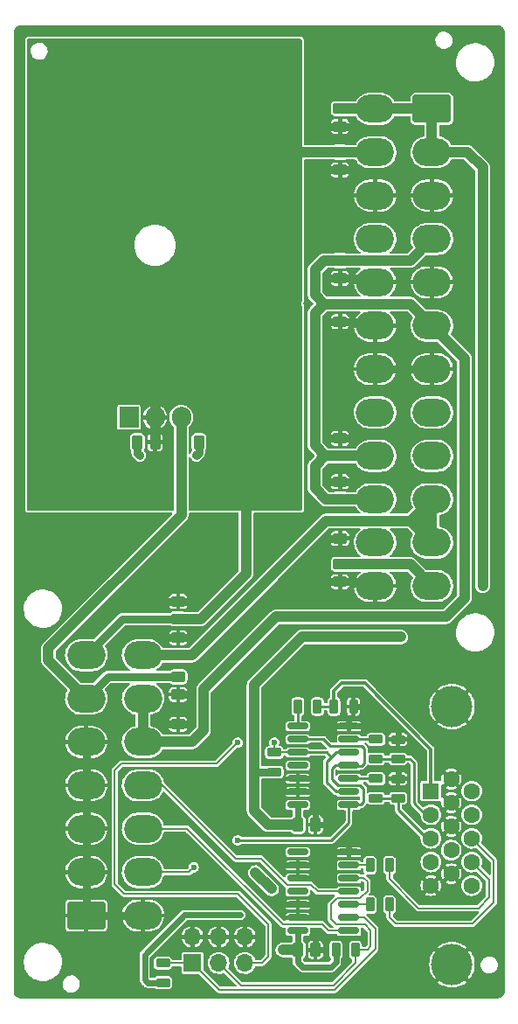
<source format=gtl>
G04 #@! TF.GenerationSoftware,KiCad,Pcbnew,(6.0.2-0)*
G04 #@! TF.CreationDate,2022-04-21T23:08:48-04:00*
G04 #@! TF.ProjectId,SEPowerAdapter,5345506f-7765-4724-9164-61707465722e,rev?*
G04 #@! TF.SameCoordinates,Original*
G04 #@! TF.FileFunction,Copper,L1,Top*
G04 #@! TF.FilePolarity,Positive*
%FSLAX46Y46*%
G04 Gerber Fmt 4.6, Leading zero omitted, Abs format (unit mm)*
G04 Created by KiCad (PCBNEW (6.0.2-0)) date 2022-04-21 23:08:48*
%MOMM*%
%LPD*%
G01*
G04 APERTURE LIST*
G04 Aperture macros list*
%AMRoundRect*
0 Rectangle with rounded corners*
0 $1 Rounding radius*
0 $2 $3 $4 $5 $6 $7 $8 $9 X,Y pos of 4 corners*
0 Add a 4 corners polygon primitive as box body*
4,1,4,$2,$3,$4,$5,$6,$7,$8,$9,$2,$3,0*
0 Add four circle primitives for the rounded corners*
1,1,$1+$1,$2,$3*
1,1,$1+$1,$4,$5*
1,1,$1+$1,$6,$7*
1,1,$1+$1,$8,$9*
0 Add four rect primitives between the rounded corners*
20,1,$1+$1,$2,$3,$4,$5,0*
20,1,$1+$1,$4,$5,$6,$7,0*
20,1,$1+$1,$6,$7,$8,$9,0*
20,1,$1+$1,$8,$9,$2,$3,0*%
G04 Aperture macros list end*
G04 #@! TA.AperFunction,ComponentPad*
%ADD10RoundRect,0.250001X1.599999X-1.099999X1.599999X1.099999X-1.599999X1.099999X-1.599999X-1.099999X0*%
G04 #@! TD*
G04 #@! TA.AperFunction,ComponentPad*
%ADD11O,3.700000X2.700000*%
G04 #@! TD*
G04 #@! TA.AperFunction,ComponentPad*
%ADD12R,1.905000X2.000000*%
G04 #@! TD*
G04 #@! TA.AperFunction,ComponentPad*
%ADD13O,1.905000X2.000000*%
G04 #@! TD*
G04 #@! TA.AperFunction,SMDPad,CuDef*
%ADD14RoundRect,0.262500X-0.262500X-0.437500X0.262500X-0.437500X0.262500X0.437500X-0.262500X0.437500X0*%
G04 #@! TD*
G04 #@! TA.AperFunction,SMDPad,CuDef*
%ADD15RoundRect,0.212500X-0.487500X0.212500X-0.487500X-0.212500X0.487500X-0.212500X0.487500X0.212500X0*%
G04 #@! TD*
G04 #@! TA.AperFunction,SMDPad,CuDef*
%ADD16RoundRect,0.262500X-0.437500X0.262500X-0.437500X-0.262500X0.437500X-0.262500X0.437500X0.262500X0*%
G04 #@! TD*
G04 #@! TA.AperFunction,SMDPad,CuDef*
%ADD17RoundRect,0.212500X0.212500X0.487500X-0.212500X0.487500X-0.212500X-0.487500X0.212500X-0.487500X0*%
G04 #@! TD*
G04 #@! TA.AperFunction,ComponentPad*
%ADD18RoundRect,0.250001X-1.599999X1.099999X-1.599999X-1.099999X1.599999X-1.099999X1.599999X1.099999X0*%
G04 #@! TD*
G04 #@! TA.AperFunction,SMDPad,CuDef*
%ADD19RoundRect,0.262500X0.437500X-0.262500X0.437500X0.262500X-0.437500X0.262500X-0.437500X-0.262500X0*%
G04 #@! TD*
G04 #@! TA.AperFunction,SMDPad,CuDef*
%ADD20RoundRect,0.212500X-0.212500X-0.487500X0.212500X-0.487500X0.212500X0.487500X-0.212500X0.487500X0*%
G04 #@! TD*
G04 #@! TA.AperFunction,SMDPad,CuDef*
%ADD21RoundRect,0.150000X0.825000X0.150000X-0.825000X0.150000X-0.825000X-0.150000X0.825000X-0.150000X0*%
G04 #@! TD*
G04 #@! TA.AperFunction,ComponentPad*
%ADD22C,4.000000*%
G04 #@! TD*
G04 #@! TA.AperFunction,ComponentPad*
%ADD23R,1.600000X1.600000*%
G04 #@! TD*
G04 #@! TA.AperFunction,ComponentPad*
%ADD24C,1.600000*%
G04 #@! TD*
G04 #@! TA.AperFunction,ComponentPad*
%ADD25R,1.700000X1.700000*%
G04 #@! TD*
G04 #@! TA.AperFunction,ComponentPad*
%ADD26O,1.700000X1.700000*%
G04 #@! TD*
G04 #@! TA.AperFunction,SMDPad,CuDef*
%ADD27RoundRect,0.262500X0.262500X0.437500X-0.262500X0.437500X-0.262500X-0.437500X0.262500X-0.437500X0*%
G04 #@! TD*
G04 #@! TA.AperFunction,ViaPad*
%ADD28C,0.600000*%
G04 #@! TD*
G04 #@! TA.AperFunction,ViaPad*
%ADD29C,0.800000*%
G04 #@! TD*
G04 #@! TA.AperFunction,ViaPad*
%ADD30C,1.000000*%
G04 #@! TD*
G04 #@! TA.AperFunction,Conductor*
%ADD31C,1.000000*%
G04 #@! TD*
G04 #@! TA.AperFunction,Conductor*
%ADD32C,0.600000*%
G04 #@! TD*
G04 #@! TA.AperFunction,Conductor*
%ADD33C,0.800000*%
G04 #@! TD*
G04 #@! TA.AperFunction,Conductor*
%ADD34C,0.200000*%
G04 #@! TD*
G04 #@! TA.AperFunction,Conductor*
%ADD35C,0.250000*%
G04 #@! TD*
G04 #@! TA.AperFunction,Conductor*
%ADD36C,0.300000*%
G04 #@! TD*
G04 APERTURE END LIST*
D10*
X84900000Y-184500000D03*
D11*
X84900000Y-180300000D03*
X84900000Y-176100000D03*
X84900000Y-171900000D03*
X84900000Y-167700000D03*
X84900000Y-163500000D03*
X84900000Y-159300000D03*
X90400000Y-184500000D03*
X90400000Y-180300000D03*
X90400000Y-176100000D03*
X90400000Y-171900000D03*
X90400000Y-167700000D03*
X90400000Y-163500000D03*
X90400000Y-159300000D03*
D12*
X89027000Y-136271000D03*
D13*
X91567000Y-136271000D03*
X94107000Y-136271000D03*
D14*
X105410000Y-175704500D03*
X107110000Y-175704500D03*
D15*
X92329000Y-189103000D03*
X92329000Y-191003000D03*
X103124000Y-168719500D03*
X103124000Y-170619500D03*
D16*
X109500000Y-146300000D03*
X109500000Y-148000000D03*
D17*
X110802500Y-164274500D03*
X108902500Y-164274500D03*
D16*
X109500000Y-125300000D03*
X109500000Y-127000000D03*
D14*
X105410000Y-187833000D03*
X107110000Y-187833000D03*
D18*
X118400000Y-106400000D03*
D11*
X118400000Y-110600000D03*
X118400000Y-114800000D03*
X118400000Y-119000000D03*
X118400000Y-123200000D03*
X118400000Y-127400000D03*
X118400000Y-131600000D03*
X118400000Y-135800000D03*
X118400000Y-140000000D03*
X118400000Y-144200000D03*
X118400000Y-148400000D03*
X118400000Y-152600000D03*
X112900000Y-106400000D03*
X112900000Y-110600000D03*
X112900000Y-114800000D03*
X112900000Y-119000000D03*
X112900000Y-123200000D03*
X112900000Y-127400000D03*
X112900000Y-131600000D03*
X112900000Y-135800000D03*
X112900000Y-140000000D03*
X112900000Y-144200000D03*
X112900000Y-148400000D03*
X112900000Y-152600000D03*
D19*
X93800000Y-159300000D03*
X93800000Y-157600000D03*
D16*
X93800000Y-154099999D03*
X93800000Y-155799999D03*
D19*
X109500000Y-144200000D03*
X109500000Y-142500000D03*
X93800000Y-163100000D03*
X93800000Y-161400000D03*
D20*
X105410000Y-164274500D03*
X107310000Y-164274500D03*
X112397500Y-179641500D03*
X114297500Y-179641500D03*
D15*
X112966500Y-167449500D03*
X112966500Y-169349500D03*
D19*
X109500000Y-112300000D03*
X109500000Y-110600000D03*
D14*
X89867000Y-138684000D03*
X91567000Y-138684000D03*
D15*
X115125500Y-171264500D03*
X115125500Y-173164500D03*
D21*
X110361500Y-185991500D03*
X110361500Y-184721500D03*
X110361500Y-183451500D03*
X110361500Y-182181500D03*
X110361500Y-180911500D03*
X110361500Y-179641500D03*
X110361500Y-178371500D03*
X105411500Y-178371500D03*
X105411500Y-179641500D03*
X105411500Y-180911500D03*
X105411500Y-182181500D03*
X105411500Y-183451500D03*
X105411500Y-184721500D03*
X105411500Y-185991500D03*
D22*
X120349669Y-164265000D03*
X120349669Y-189265000D03*
D23*
X118299669Y-172450000D03*
D24*
X118299669Y-174740000D03*
X118299669Y-177030000D03*
X118299669Y-179320000D03*
X118299669Y-181610000D03*
X120279669Y-171305000D03*
X120279669Y-173595000D03*
X120279669Y-175885000D03*
X120279669Y-178175000D03*
X120279669Y-180465000D03*
X122259669Y-172450000D03*
X122259669Y-174740000D03*
X122259669Y-177030000D03*
X122259669Y-179320000D03*
X122259669Y-181610000D03*
D15*
X115125500Y-167454500D03*
X115125500Y-169354500D03*
D25*
X95186500Y-189103000D03*
D26*
X95186500Y-186563000D03*
X97726500Y-189103000D03*
X97726500Y-186563000D03*
X100266500Y-189103000D03*
X100266500Y-186563000D03*
D15*
X112966500Y-171259500D03*
X112966500Y-173159500D03*
D20*
X112397500Y-183451500D03*
X114297500Y-183451500D03*
D17*
X110993000Y-187833000D03*
X109093000Y-187833000D03*
D19*
X93800000Y-167700000D03*
X93800000Y-166000000D03*
D27*
X95807000Y-138684000D03*
X94107000Y-138684000D03*
D16*
X109500000Y-106400000D03*
X109500000Y-108100000D03*
X109500000Y-121100000D03*
X109500000Y-122800000D03*
D19*
X109500000Y-140000000D03*
X109500000Y-138300000D03*
D16*
X109500000Y-150500000D03*
X109500000Y-152200000D03*
D21*
X110361500Y-173799500D03*
X110361500Y-172529500D03*
X110361500Y-171259500D03*
X110361500Y-169989500D03*
X110361500Y-168719500D03*
X110361500Y-167449500D03*
X110361500Y-166179500D03*
X105411500Y-166179500D03*
X105411500Y-167449500D03*
X105411500Y-168719500D03*
X105411500Y-169989500D03*
X105411500Y-171259500D03*
X105411500Y-172529500D03*
X105411500Y-173799500D03*
D28*
X108140500Y-187833000D03*
D29*
X99250500Y-183261000D03*
D28*
X110172500Y-165354000D03*
D29*
X78549500Y-191833500D03*
X92500000Y-154100000D03*
X122047000Y-129159000D03*
X110800000Y-142500000D03*
X99695000Y-169227500D03*
X108200000Y-122800000D03*
D28*
X111823500Y-178371500D03*
D29*
X102489000Y-166433500D03*
X96583500Y-191833500D03*
X94170500Y-170878500D03*
X108204000Y-151955500D03*
D28*
X106870500Y-172529500D03*
X110363000Y-177546000D03*
X108902500Y-178371500D03*
D29*
X101663500Y-150939500D03*
X110045500Y-154114500D03*
X92500000Y-166000000D03*
D28*
X106934000Y-174498000D03*
D29*
X124777500Y-98996500D03*
D28*
X99314000Y-145923000D03*
D29*
X87249000Y-189865000D03*
X108200000Y-127000000D03*
X100012500Y-175514000D03*
X98552000Y-190944500D03*
X102743000Y-190373000D03*
D28*
X106870500Y-183451500D03*
D29*
X108200000Y-142500000D03*
X109918500Y-191833500D03*
D28*
X92329000Y-145859500D03*
D29*
X93281500Y-174561500D03*
X95100000Y-163100000D03*
D28*
X103949500Y-179641500D03*
D29*
X102743000Y-178244500D03*
D28*
X106870500Y-171259500D03*
D29*
X108200000Y-148000000D03*
X95504000Y-160845500D03*
X95100000Y-154100000D03*
X106489500Y-158877000D03*
D28*
X103949500Y-183451500D03*
D29*
X106426000Y-140017500D03*
X99822000Y-179895500D03*
X108200000Y-112300000D03*
X108200000Y-108100000D03*
X95100000Y-157600000D03*
X95567500Y-139954000D03*
X122110500Y-184531000D03*
X113728500Y-185420000D03*
D28*
X115125500Y-166560500D03*
D29*
X108200000Y-138300000D03*
D28*
X106934000Y-186626500D03*
D29*
X106934000Y-145288000D03*
X123253500Y-154368500D03*
D28*
X111823500Y-166179500D03*
D29*
X106362500Y-125285500D03*
D28*
X108902500Y-166179500D03*
D29*
X102870000Y-174180500D03*
X95100000Y-166000000D03*
X78549500Y-98996500D03*
X114173000Y-174307500D03*
D28*
X106870500Y-184721500D03*
D29*
X90106500Y-139954000D03*
D28*
X111696500Y-164274500D03*
X106870500Y-179641500D03*
X108140500Y-175704500D03*
D29*
X92500000Y-157600000D03*
D28*
X103822500Y-153670000D03*
D29*
X110800000Y-108100000D03*
X92837000Y-187769500D03*
X108458000Y-190436500D03*
X124777500Y-191833500D03*
X110800000Y-138300000D03*
X110800000Y-112300000D03*
X93726000Y-178435000D03*
D28*
X103949500Y-172529500D03*
D29*
X97599500Y-181356000D03*
X113347500Y-181546500D03*
X98933000Y-150876000D03*
X104457500Y-156908500D03*
D28*
X107569000Y-168084500D03*
X111823500Y-186690000D03*
X115125500Y-170370500D03*
D29*
X85153500Y-156908500D03*
D28*
X106870500Y-180911500D03*
D30*
X123317000Y-152600000D03*
D28*
X99822000Y-184467500D03*
X102489000Y-175704500D03*
D30*
X115379500Y-157543500D03*
D28*
X102870000Y-181927500D03*
X103949500Y-187833000D03*
X101282500Y-180340000D03*
X95313500Y-179832000D03*
X99568000Y-177228500D03*
X99568000Y-167767000D03*
X103124000Y-167767000D03*
D31*
X117150000Y-146300000D02*
X118400000Y-146300000D01*
X109500000Y-146300000D02*
X116300000Y-146300000D01*
X93800000Y-159300000D02*
X90400000Y-159300000D01*
X116300000Y-146300000D02*
X118400000Y-148400000D01*
X95144500Y-159300000D02*
X93800000Y-159300000D01*
X117150000Y-146300000D02*
X117900000Y-147050000D01*
X116300000Y-146300000D02*
X118400000Y-144200000D01*
X108144500Y-146300000D02*
X95144500Y-159300000D01*
X116300000Y-146300000D02*
X117150000Y-146300000D01*
X118400000Y-144200000D02*
X118400000Y-146300000D01*
X109500000Y-146300000D02*
X108144500Y-146300000D01*
X118400000Y-146300000D02*
X118400000Y-148400000D01*
X117150000Y-146300000D02*
X117900000Y-145550000D01*
D32*
X110802500Y-164274500D02*
X111696500Y-164274500D01*
D33*
X95807000Y-139714500D02*
X95567500Y-139954000D01*
D32*
X105411500Y-171259500D02*
X106870500Y-171259500D01*
D33*
X109500000Y-142500000D02*
X108200000Y-142500000D01*
X109500000Y-138300000D02*
X108200000Y-138300000D01*
X109500000Y-108100000D02*
X110800000Y-108100000D01*
D32*
X110361500Y-178371500D02*
X111823500Y-178371500D01*
D33*
X109500000Y-112300000D02*
X110800000Y-112300000D01*
X93800000Y-154099999D02*
X95100000Y-154100000D01*
D32*
X110361500Y-177547500D02*
X110363000Y-177546000D01*
D33*
X109500000Y-127000000D02*
X108200000Y-127000000D01*
D32*
X105411500Y-184721500D02*
X106870500Y-184721500D01*
X110361500Y-178371500D02*
X110361500Y-177547500D01*
D33*
X89867000Y-138684000D02*
X89867000Y-139714500D01*
D32*
X110361500Y-166179500D02*
X110361500Y-165543000D01*
D33*
X109500000Y-142500000D02*
X110800000Y-142500000D01*
X93800000Y-166000000D02*
X95100000Y-166000000D01*
X93800000Y-154099999D02*
X92500000Y-154100000D01*
X112500000Y-152200000D02*
X112900000Y-152600000D01*
X93800000Y-163100000D02*
X95100000Y-163100000D01*
X108448500Y-152200000D02*
X108204000Y-151955500D01*
X84900000Y-180300000D02*
X84900000Y-176100000D01*
X112500000Y-127000000D02*
X112900000Y-127400000D01*
D32*
X105411500Y-172529500D02*
X103949500Y-172529500D01*
X105411500Y-180911500D02*
X106870500Y-180911500D01*
X105411500Y-179641500D02*
X106870500Y-179641500D01*
D33*
X93800000Y-157600000D02*
X95100000Y-157600000D01*
D32*
X115125500Y-167454500D02*
X115125500Y-166560500D01*
D33*
X89867000Y-139714500D02*
X90106500Y-139954000D01*
X90400000Y-184500000D02*
X84900000Y-184500000D01*
X109500000Y-127000000D02*
X112500000Y-127000000D01*
X118400000Y-131600000D02*
X112900000Y-131600000D01*
X109500000Y-122800000D02*
X108200000Y-122800000D01*
X84900000Y-184500000D02*
X84900000Y-180300000D01*
X109500000Y-152200000D02*
X112500000Y-152200000D01*
D32*
X107110000Y-174674000D02*
X106934000Y-174498000D01*
D33*
X84900000Y-167700000D02*
X84900000Y-171900000D01*
D32*
X105411500Y-183451500D02*
X103949500Y-183451500D01*
X110361500Y-166179500D02*
X111823500Y-166179500D01*
D33*
X112500000Y-122800000D02*
X112900000Y-123200000D01*
X93800000Y-166000000D02*
X92500000Y-166000000D01*
X109500000Y-112300000D02*
X108200000Y-112300000D01*
D32*
X110361500Y-165543000D02*
X110172500Y-165354000D01*
X107110000Y-187833000D02*
X108140500Y-187833000D01*
X110361500Y-178371500D02*
X108902500Y-178371500D01*
X105411500Y-179641500D02*
X103949500Y-179641500D01*
D33*
X109500000Y-138300000D02*
X110800000Y-138300000D01*
D32*
X107110000Y-175704500D02*
X108140500Y-175704500D01*
D33*
X109500000Y-152200000D02*
X108448500Y-152200000D01*
X95807000Y-138684000D02*
X95807000Y-139714500D01*
D32*
X107110000Y-187833000D02*
X107110000Y-186802500D01*
X105411500Y-172529500D02*
X106870500Y-172529500D01*
D33*
X109500000Y-122800000D02*
X112500000Y-122800000D01*
X109500000Y-148000000D02*
X108200000Y-148000000D01*
X84900000Y-176100000D02*
X84900000Y-171900000D01*
D32*
X107110000Y-175704500D02*
X107110000Y-174674000D01*
D33*
X109500000Y-108100000D02*
X108200000Y-108100000D01*
D32*
X110361500Y-166179500D02*
X108902500Y-166179500D01*
D33*
X93800000Y-157600000D02*
X92500000Y-157600000D01*
D32*
X115125500Y-171264500D02*
X115125500Y-170370500D01*
X105411500Y-183451500D02*
X106870500Y-183451500D01*
X107110000Y-186802500D02*
X106934000Y-186626500D01*
D31*
X119761000Y-155575000D02*
X103314500Y-155575000D01*
X121539000Y-153797000D02*
X119761000Y-155575000D01*
X109500000Y-121100000D02*
X116300000Y-121100000D01*
X107061000Y-140998500D02*
X108059500Y-140000000D01*
X96266000Y-166560500D02*
X95126500Y-167700000D01*
X109500000Y-140000000D02*
X108059500Y-140000000D01*
X96266000Y-162623500D02*
X96266000Y-166560500D01*
X121539000Y-130539000D02*
X121539000Y-153797000D01*
X103314500Y-155575000D02*
X96266000Y-162623500D01*
X93800000Y-167700000D02*
X90400000Y-167700000D01*
X116300000Y-125300000D02*
X118400000Y-127400000D01*
X90400000Y-163500000D02*
X90400000Y-167700000D01*
X118400000Y-127400000D02*
X121539000Y-130539000D01*
X95126500Y-167700000D02*
X93800000Y-167700000D01*
X107061000Y-139001500D02*
X107061000Y-126189000D01*
X107061000Y-121983500D02*
X107944500Y-121100000D01*
X109500000Y-144200000D02*
X108132000Y-144200000D01*
X107944500Y-121100000D02*
X109500000Y-121100000D01*
X107061000Y-143129000D02*
X107061000Y-140998500D01*
X109500000Y-140000000D02*
X112900000Y-140000000D01*
X112900000Y-144200000D02*
X109500000Y-144200000D01*
X107061000Y-126189000D02*
X107950000Y-125300000D01*
X109500000Y-125300000D02*
X107950000Y-125300000D01*
X116300000Y-121100000D02*
X118400000Y-119000000D01*
X108059500Y-140000000D02*
X107061000Y-139001500D01*
X107061000Y-124411000D02*
X107061000Y-121983500D01*
X107950000Y-125300000D02*
X107061000Y-124411000D01*
X108132000Y-144200000D02*
X107061000Y-143129000D01*
X109500000Y-125300000D02*
X116300000Y-125300000D01*
X101155500Y-174371000D02*
X101155500Y-170624500D01*
X109500000Y-150500000D02*
X116300000Y-150500000D01*
D32*
X105411500Y-175703000D02*
X105410000Y-175704500D01*
X90551000Y-190690500D02*
X90863500Y-191003000D01*
X105854500Y-189484000D02*
X108648500Y-189484000D01*
X108648500Y-189484000D02*
X109093000Y-189039500D01*
D31*
X101155500Y-170624500D02*
X101155500Y-162179000D01*
D32*
X105411500Y-173799500D02*
X105411500Y-175703000D01*
X105411500Y-187831500D02*
X105410000Y-187833000D01*
D31*
X123317000Y-112077500D02*
X121839500Y-110600000D01*
D33*
X103124000Y-170619500D02*
X101160500Y-170619500D01*
D32*
X90551000Y-188341000D02*
X90551000Y-190690500D01*
D31*
X102489000Y-175704500D02*
X101155500Y-174371000D01*
X105410000Y-187833000D02*
X103949500Y-187833000D01*
D32*
X105410000Y-187833000D02*
X105410000Y-189039500D01*
X94424500Y-184467500D02*
X90551000Y-188341000D01*
D31*
X118400000Y-106400000D02*
X112900000Y-106400000D01*
D32*
X105410000Y-189039500D02*
X105854500Y-189484000D01*
D33*
X101160500Y-170619500D02*
X101155500Y-170624500D01*
D32*
X105411500Y-185991500D02*
X105411500Y-187831500D01*
X90863500Y-191003000D02*
X92329000Y-191003000D01*
D31*
X101155500Y-162179000D02*
X105791000Y-157543500D01*
X102870000Y-181927500D02*
X101282500Y-180340000D01*
D32*
X99822000Y-184467500D02*
X94424500Y-184467500D01*
D31*
X109500000Y-106400000D02*
X112900000Y-106400000D01*
D32*
X109093000Y-189039500D02*
X109093000Y-187833000D01*
D31*
X121839500Y-110600000D02*
X118400000Y-110600000D01*
X118400000Y-110600000D02*
X118400000Y-106400000D01*
X123317000Y-152600000D02*
X123317000Y-112077500D01*
X105410000Y-175704500D02*
X102489000Y-175704500D01*
X116300000Y-150500000D02*
X118400000Y-152600000D01*
X105791000Y-157543500D02*
X115379500Y-157543500D01*
X91567000Y-123507500D02*
X104474500Y-110600000D01*
X95567500Y-132207000D02*
X100393500Y-137033000D01*
X95977501Y-155799999D02*
X93800000Y-155799999D01*
X100393500Y-151384000D02*
X95977501Y-155799999D01*
X112900000Y-110600000D02*
X109500000Y-110600000D01*
X100393500Y-137033000D02*
X100393500Y-151384000D01*
D33*
X88400001Y-155799999D02*
X84900000Y-159300000D01*
D31*
X91567000Y-132207000D02*
X95567500Y-132207000D01*
X91567000Y-136271000D02*
X91567000Y-132207000D01*
X104474500Y-110600000D02*
X109500000Y-110600000D01*
X91567000Y-132207000D02*
X91567000Y-123507500D01*
D33*
X93800000Y-155799999D02*
X88400001Y-155799999D01*
D31*
X91567000Y-136271000D02*
X91567000Y-138684000D01*
X94107000Y-145743000D02*
X81216500Y-158633500D01*
D33*
X93800000Y-161400000D02*
X87000000Y-161400000D01*
D31*
X94107000Y-136271000D02*
X94107000Y-138684000D01*
X81216500Y-159816500D02*
X84900000Y-163500000D01*
X81216500Y-158633500D02*
X81216500Y-159816500D01*
X94107000Y-138684000D02*
X94107000Y-145743000D01*
D33*
X87000000Y-161400000D02*
X84900000Y-163500000D01*
D34*
X111823500Y-184721500D02*
X110361500Y-184721500D01*
X112903000Y-185801000D02*
X111823500Y-184721500D01*
X97790000Y-191706500D02*
X95186500Y-189103000D01*
X92329000Y-189103000D02*
X95186500Y-189103000D01*
X108966000Y-191706500D02*
X97790000Y-191706500D01*
X108966000Y-191706500D02*
X112903000Y-187769500D01*
X112903000Y-187769500D02*
X112903000Y-185801000D01*
X111887000Y-185356500D02*
X112458500Y-185928000D01*
X112458500Y-185928000D02*
X112458500Y-187515500D01*
X111760000Y-180848000D02*
X112141000Y-181229000D01*
X112141000Y-181229000D02*
X112141000Y-182118000D01*
X110993000Y-189108000D02*
X110993000Y-187833000D01*
X111442500Y-182816500D02*
X109220000Y-182816500D01*
X112141000Y-187833000D02*
X110993000Y-187833000D01*
X109093000Y-185356500D02*
X111887000Y-185356500D01*
X108839000Y-191262000D02*
X110993000Y-189108000D01*
X112141000Y-182118000D02*
X111442500Y-182816500D01*
X99885500Y-191262000D02*
X97726500Y-189103000D01*
X108585000Y-183451500D02*
X108585000Y-184848500D01*
X109220000Y-182816500D02*
X108585000Y-183451500D01*
X110361500Y-180911500D02*
X110425000Y-180848000D01*
X108585000Y-184848500D02*
X109093000Y-185356500D01*
X108839000Y-191262000D02*
X99885500Y-191262000D01*
X112458500Y-187515500D02*
X112141000Y-187833000D01*
X110425000Y-180848000D02*
X111760000Y-180848000D01*
D35*
X111823500Y-169799000D02*
X111569500Y-170053000D01*
X107886500Y-167449500D02*
X108521500Y-168084500D01*
X105411500Y-167449500D02*
X107886500Y-167449500D01*
X111442500Y-171894500D02*
X111760000Y-172212000D01*
X109029500Y-169989500D02*
X108712000Y-170307000D01*
X111569500Y-168084500D02*
X111823500Y-168338500D01*
X108648500Y-177228500D02*
X110361500Y-175515500D01*
X111506000Y-173799500D02*
X110361500Y-173799500D01*
X109283500Y-171894500D02*
X111442500Y-171894500D01*
D34*
X90400000Y-180300000D02*
X94845500Y-180300000D01*
D35*
X110361500Y-169989500D02*
X109029500Y-169989500D01*
X111760000Y-173545500D02*
X111506000Y-173799500D01*
X111760000Y-172212000D02*
X111760000Y-173545500D01*
X99568000Y-177228500D02*
X108648500Y-177228500D01*
X108712000Y-171323000D02*
X109283500Y-171894500D01*
X111823500Y-168338500D02*
X111823500Y-169799000D01*
X108712000Y-170307000D02*
X108712000Y-171323000D01*
X110361500Y-175515500D02*
X110361500Y-173799500D01*
X108521500Y-168084500D02*
X111569500Y-168084500D01*
X110425000Y-170053000D02*
X110361500Y-169989500D01*
D34*
X94845500Y-180300000D02*
X95313500Y-179832000D01*
D35*
X111569500Y-170053000D02*
X110425000Y-170053000D01*
D34*
X103949500Y-185356500D02*
X94693000Y-176100000D01*
X108394500Y-185991500D02*
X107759500Y-185356500D01*
X107759500Y-185356500D02*
X103949500Y-185356500D01*
X110361500Y-185991500D02*
X108394500Y-185991500D01*
X94693000Y-176100000D02*
X90400000Y-176100000D01*
X110361500Y-182181500D02*
X107315000Y-182181500D01*
X92271000Y-171900000D02*
X90400000Y-171900000D01*
X106680000Y-181546500D02*
X104394000Y-181546500D01*
X107315000Y-182181500D02*
X106680000Y-181546500D01*
X104394000Y-181546500D02*
X101854000Y-179006500D01*
X99377500Y-179006500D02*
X92271000Y-171900000D01*
X101854000Y-179006500D02*
X99377500Y-179006500D01*
D36*
X111887000Y-161988500D02*
X109664500Y-161988500D01*
X108902500Y-162750500D02*
X108902500Y-164274500D01*
X118299669Y-168401169D02*
X111887000Y-161988500D01*
D35*
X108902500Y-164274500D02*
X107310000Y-164274500D01*
D36*
X109664500Y-161988500D02*
X108902500Y-162750500D01*
X118299669Y-172450000D02*
X118299669Y-168401169D01*
D35*
X116649500Y-169735500D02*
X116649500Y-173609000D01*
X117780500Y-174740000D02*
X118299669Y-174740000D01*
X115125500Y-169354500D02*
X116268500Y-169354500D01*
X115120500Y-169349500D02*
X115125500Y-169354500D01*
X112966500Y-169349500D02*
X115120500Y-169349500D01*
X116649500Y-173609000D02*
X117780500Y-174740000D01*
X116268500Y-169354500D02*
X116649500Y-169735500D01*
X115125500Y-173164500D02*
X112971500Y-173164500D01*
X115125500Y-174244000D02*
X117911500Y-177030000D01*
X115125500Y-173164500D02*
X115125500Y-174244000D01*
X112971500Y-173164500D02*
X112966500Y-173159500D01*
X117911500Y-177030000D02*
X118299669Y-177030000D01*
D34*
X124396500Y-179166831D02*
X124396500Y-183253500D01*
X122259669Y-177030000D02*
X124396500Y-179166831D01*
X114297500Y-184719000D02*
X114297500Y-183451500D01*
X122357000Y-185293000D02*
X114871500Y-185293000D01*
X124396500Y-183253500D02*
X122357000Y-185293000D01*
X114871500Y-185293000D02*
X114297500Y-184719000D01*
X123952000Y-181012331D02*
X123952000Y-182748000D01*
X117125000Y-183800000D02*
X114297500Y-180972500D01*
X114297500Y-180972500D02*
X114297500Y-179641500D01*
X123952000Y-182748000D02*
X122900000Y-183800000D01*
X122900000Y-183800000D02*
X117125000Y-183800000D01*
X122259669Y-179320000D02*
X123952000Y-181012331D01*
X112397500Y-183451500D02*
X110361500Y-183451500D01*
X110361500Y-179641500D02*
X112397500Y-179641500D01*
D35*
X105411500Y-166179500D02*
X105411500Y-164276000D01*
X105411500Y-164276000D02*
X105410000Y-164274500D01*
X110361500Y-167449500D02*
X112966500Y-167449500D01*
X110361500Y-171259500D02*
X112966500Y-171259500D01*
D34*
X101917500Y-189103000D02*
X100266500Y-189103000D01*
X103124000Y-168719500D02*
X103124000Y-167767000D01*
X87650000Y-181500000D02*
X88550000Y-182400000D01*
X97535000Y-169800000D02*
X88300000Y-169800000D01*
X99568000Y-167767000D02*
X97535000Y-169800000D01*
D35*
X105411500Y-168719500D02*
X108204000Y-168719500D01*
X108648500Y-169164000D02*
X108204000Y-169608500D01*
X108204000Y-169608500D02*
X108204000Y-171640500D01*
D34*
X102552500Y-185356500D02*
X102552500Y-188468000D01*
X99596000Y-182400000D02*
X102552500Y-185356500D01*
D35*
X109093000Y-172529500D02*
X110361500Y-172529500D01*
D34*
X87650000Y-170450000D02*
X87650000Y-181500000D01*
D35*
X109093000Y-168719500D02*
X108648500Y-169164000D01*
D34*
X88300000Y-169800000D02*
X87650000Y-170450000D01*
X103124000Y-168719500D02*
X105411500Y-168719500D01*
X102552500Y-188468000D02*
X101917500Y-189103000D01*
D35*
X110361500Y-168719500D02*
X109093000Y-168719500D01*
X108204000Y-168719500D02*
X108648500Y-169164000D01*
D34*
X88550000Y-182400000D02*
X99596000Y-182400000D01*
D35*
X108204000Y-171640500D02*
X109093000Y-172529500D01*
G04 #@! TA.AperFunction,Conductor*
G36*
X105750191Y-99650407D02*
G01*
X105786155Y-99699907D01*
X105791000Y-99730500D01*
X105791000Y-125076347D01*
X105783464Y-125114232D01*
X105779941Y-125122738D01*
X105777456Y-125128738D01*
X105756818Y-125285500D01*
X105777456Y-125442262D01*
X105779940Y-125448260D01*
X105779941Y-125448262D01*
X105783464Y-125456768D01*
X105791000Y-125494653D01*
X105791000Y-145189000D01*
X105772093Y-145247191D01*
X105722593Y-145283155D01*
X105692000Y-145288000D01*
X94906500Y-145288000D01*
X94848309Y-145269093D01*
X94812345Y-145219593D01*
X94807500Y-145189000D01*
X94807500Y-140186088D01*
X94826407Y-140127897D01*
X94875907Y-140091933D01*
X94937093Y-140091933D01*
X94986593Y-140127897D01*
X94997964Y-140148202D01*
X95042964Y-140256841D01*
X95139218Y-140382282D01*
X95264659Y-140478536D01*
X95410738Y-140539044D01*
X95567500Y-140559682D01*
X95724262Y-140539044D01*
X95870341Y-140478536D01*
X95995782Y-140382282D01*
X96015998Y-140355936D01*
X96024536Y-140346199D01*
X96199199Y-140171536D01*
X96208936Y-140162998D01*
X96219532Y-140154867D01*
X96235282Y-140142782D01*
X96331536Y-140017341D01*
X96392044Y-139871262D01*
X96412682Y-139714500D01*
X96408347Y-139681572D01*
X96407500Y-139668651D01*
X96407500Y-139475829D01*
X96426867Y-139417011D01*
X96478910Y-139346551D01*
X96478911Y-139346550D01*
X96483306Y-139340599D01*
X96529436Y-139209238D01*
X96532500Y-139176826D01*
X96532500Y-138191174D01*
X96529436Y-138158762D01*
X96483306Y-138027401D01*
X96400589Y-137915411D01*
X96288599Y-137832694D01*
X96157238Y-137786564D01*
X96151230Y-137785996D01*
X96127137Y-137783718D01*
X96127127Y-137783718D01*
X96124826Y-137783500D01*
X95489174Y-137783500D01*
X95486873Y-137783718D01*
X95486863Y-137783718D01*
X95462770Y-137785996D01*
X95456762Y-137786564D01*
X95325401Y-137832694D01*
X95213411Y-137915411D01*
X95130694Y-138027401D01*
X95084564Y-138158762D01*
X95081500Y-138191174D01*
X95081500Y-139176826D01*
X95084564Y-139209238D01*
X95130694Y-139340599D01*
X95135089Y-139346550D01*
X95135090Y-139346551D01*
X95163298Y-139384741D01*
X95182662Y-139442781D01*
X95164212Y-139501119D01*
X95148819Y-139517044D01*
X95148955Y-139517180D01*
X95144371Y-139521764D01*
X95139218Y-139525718D01*
X95094808Y-139583595D01*
X95042964Y-139651159D01*
X95040481Y-139657154D01*
X94997964Y-139759798D01*
X94958227Y-139806323D01*
X94898732Y-139820607D01*
X94842204Y-139797192D01*
X94810235Y-139745023D01*
X94807500Y-139721912D01*
X94807500Y-139288582D01*
X94813092Y-139255780D01*
X94827436Y-139214933D01*
X94829436Y-139209238D01*
X94832500Y-139176826D01*
X94832500Y-138191174D01*
X94829436Y-138158762D01*
X94813092Y-138112220D01*
X94807500Y-138079418D01*
X94807500Y-137282715D01*
X94826407Y-137224524D01*
X94841225Y-137208283D01*
X94854197Y-137196907D01*
X94946940Y-137115573D01*
X95078130Y-136949159D01*
X95176797Y-136761624D01*
X95239636Y-136559249D01*
X95260000Y-136387195D01*
X95260000Y-136169739D01*
X95245550Y-136012482D01*
X95188030Y-135808531D01*
X95094306Y-135618478D01*
X94967517Y-135448687D01*
X94940197Y-135423433D01*
X94815239Y-135307922D01*
X94815238Y-135307921D01*
X94811909Y-135304844D01*
X94780126Y-135284790D01*
X94636531Y-135194189D01*
X94632694Y-135191768D01*
X94435873Y-135113244D01*
X94228038Y-135071903D01*
X94123718Y-135070538D01*
X94020689Y-135069189D01*
X94020684Y-135069189D01*
X94016149Y-135069130D01*
X94011676Y-135069899D01*
X94011671Y-135069899D01*
X93811781Y-135104246D01*
X93811775Y-135104248D01*
X93807303Y-135105016D01*
X93707898Y-135141688D01*
X93612757Y-135176787D01*
X93612754Y-135176788D01*
X93608494Y-135178360D01*
X93604591Y-135180682D01*
X93604589Y-135180683D01*
X93541938Y-135217957D01*
X93426380Y-135286707D01*
X93422965Y-135289702D01*
X93422962Y-135289704D01*
X93270474Y-135423433D01*
X93267060Y-135426427D01*
X93135870Y-135592841D01*
X93037203Y-135780376D01*
X92974364Y-135982751D01*
X92954000Y-136154805D01*
X92954000Y-136372261D01*
X92968450Y-136529518D01*
X93025970Y-136733469D01*
X93119694Y-136923522D01*
X93246483Y-137093313D01*
X93249816Y-137096394D01*
X93374701Y-137211837D01*
X93404598Y-137265221D01*
X93406500Y-137284535D01*
X93406500Y-138079418D01*
X93400908Y-138112220D01*
X93384564Y-138158762D01*
X93381500Y-138191174D01*
X93381500Y-139176826D01*
X93384564Y-139209238D01*
X93386564Y-139214933D01*
X93400908Y-139255780D01*
X93406500Y-139288582D01*
X93406500Y-145189000D01*
X93387593Y-145247191D01*
X93338093Y-145283155D01*
X93307500Y-145288000D01*
X79283500Y-145288000D01*
X79225309Y-145269093D01*
X79189345Y-145219593D01*
X79184500Y-145189000D01*
X79184500Y-139176826D01*
X89141500Y-139176826D01*
X89144564Y-139209238D01*
X89190694Y-139340599D01*
X89195089Y-139346550D01*
X89195090Y-139346551D01*
X89247133Y-139417011D01*
X89266500Y-139475829D01*
X89266500Y-139668651D01*
X89265653Y-139681572D01*
X89261318Y-139714500D01*
X89281956Y-139871262D01*
X89342464Y-140017341D01*
X89438718Y-140142782D01*
X89454468Y-140154867D01*
X89465064Y-140162998D01*
X89474801Y-140171536D01*
X89649464Y-140346199D01*
X89658002Y-140355936D01*
X89678218Y-140382282D01*
X89803659Y-140478536D01*
X89949738Y-140539044D01*
X90106500Y-140559682D01*
X90263262Y-140539044D01*
X90409341Y-140478536D01*
X90534782Y-140382282D01*
X90631036Y-140256841D01*
X90691544Y-140110762D01*
X90712182Y-139954000D01*
X90691544Y-139797238D01*
X90631036Y-139651159D01*
X90534782Y-139525718D01*
X90529629Y-139521764D01*
X90525045Y-139517180D01*
X90526018Y-139516207D01*
X90495413Y-139471679D01*
X90497013Y-139410514D01*
X90510702Y-139384741D01*
X90538910Y-139346551D01*
X90538911Y-139346550D01*
X90543306Y-139340599D01*
X90589436Y-139209238D01*
X90592500Y-139176826D01*
X90592500Y-139174437D01*
X90842000Y-139174437D01*
X90842218Y-139179073D01*
X90844493Y-139203137D01*
X90847060Y-139214834D01*
X90888690Y-139333380D01*
X90895540Y-139346316D01*
X90969369Y-139446274D01*
X90979726Y-139456631D01*
X91079684Y-139530460D01*
X91092620Y-139537310D01*
X91211166Y-139578940D01*
X91222863Y-139581507D01*
X91246927Y-139583782D01*
X91251563Y-139584000D01*
X91351320Y-139584000D01*
X91364005Y-139579878D01*
X91367000Y-139575757D01*
X91367000Y-139568320D01*
X91767000Y-139568320D01*
X91771122Y-139581005D01*
X91775243Y-139584000D01*
X91882437Y-139584000D01*
X91887073Y-139583782D01*
X91911137Y-139581507D01*
X91922834Y-139578940D01*
X92041380Y-139537310D01*
X92054316Y-139530460D01*
X92154274Y-139456631D01*
X92164631Y-139446274D01*
X92238460Y-139346316D01*
X92245310Y-139333380D01*
X92286940Y-139214834D01*
X92289507Y-139203137D01*
X92291782Y-139179073D01*
X92292000Y-139174437D01*
X92292000Y-138899680D01*
X92287878Y-138886995D01*
X92283757Y-138884000D01*
X91782680Y-138884000D01*
X91769995Y-138888122D01*
X91767000Y-138892243D01*
X91767000Y-139568320D01*
X91367000Y-139568320D01*
X91367000Y-138899680D01*
X91362878Y-138886995D01*
X91358757Y-138884000D01*
X90857680Y-138884000D01*
X90844995Y-138888122D01*
X90842000Y-138892243D01*
X90842000Y-139174437D01*
X90592500Y-139174437D01*
X90592500Y-138468320D01*
X90842000Y-138468320D01*
X90846122Y-138481005D01*
X90850243Y-138484000D01*
X91351320Y-138484000D01*
X91364005Y-138479878D01*
X91367000Y-138475757D01*
X91367000Y-138468320D01*
X91767000Y-138468320D01*
X91771122Y-138481005D01*
X91775243Y-138484000D01*
X92276320Y-138484000D01*
X92289005Y-138479878D01*
X92292000Y-138475757D01*
X92292000Y-138193563D01*
X92291782Y-138188927D01*
X92289507Y-138164863D01*
X92286940Y-138153166D01*
X92245310Y-138034620D01*
X92238460Y-138021684D01*
X92164631Y-137921726D01*
X92154274Y-137911369D01*
X92054316Y-137837540D01*
X92041380Y-137830690D01*
X91922834Y-137789060D01*
X91911137Y-137786493D01*
X91887073Y-137784218D01*
X91882437Y-137784000D01*
X91782680Y-137784000D01*
X91769995Y-137788122D01*
X91767000Y-137792243D01*
X91767000Y-138468320D01*
X91367000Y-138468320D01*
X91367000Y-137799680D01*
X91362878Y-137786995D01*
X91358757Y-137784000D01*
X91251563Y-137784000D01*
X91246927Y-137784218D01*
X91222863Y-137786493D01*
X91211166Y-137789060D01*
X91092620Y-137830690D01*
X91079684Y-137837540D01*
X90979726Y-137911369D01*
X90969369Y-137921726D01*
X90895540Y-138021684D01*
X90888690Y-138034620D01*
X90847060Y-138153166D01*
X90844493Y-138164863D01*
X90842218Y-138188927D01*
X90842000Y-138193563D01*
X90842000Y-138468320D01*
X90592500Y-138468320D01*
X90592500Y-138191174D01*
X90589436Y-138158762D01*
X90543306Y-138027401D01*
X90460589Y-137915411D01*
X90348599Y-137832694D01*
X90217238Y-137786564D01*
X90211230Y-137785996D01*
X90187137Y-137783718D01*
X90187127Y-137783718D01*
X90184826Y-137783500D01*
X89549174Y-137783500D01*
X89546873Y-137783718D01*
X89546863Y-137783718D01*
X89522770Y-137785996D01*
X89516762Y-137786564D01*
X89385401Y-137832694D01*
X89273411Y-137915411D01*
X89190694Y-138027401D01*
X89144564Y-138158762D01*
X89141500Y-138191174D01*
X89141500Y-139176826D01*
X79184500Y-139176826D01*
X79184500Y-137290748D01*
X87874000Y-137290748D01*
X87885633Y-137349231D01*
X87929948Y-137415552D01*
X87996269Y-137459867D01*
X88005832Y-137461769D01*
X88005834Y-137461770D01*
X88028505Y-137466279D01*
X88054752Y-137471500D01*
X89999248Y-137471500D01*
X90025495Y-137466279D01*
X90048166Y-137461770D01*
X90048168Y-137461769D01*
X90057731Y-137459867D01*
X90124052Y-137415552D01*
X90168367Y-137349231D01*
X90180000Y-137290748D01*
X90180000Y-136481035D01*
X90424498Y-136481035D01*
X90428529Y-136524909D01*
X90430176Y-136533793D01*
X90485207Y-136728918D01*
X90488448Y-136737361D01*
X90578115Y-136919187D01*
X90582840Y-136926897D01*
X90704142Y-137089341D01*
X90710190Y-137096058D01*
X90859067Y-137233679D01*
X90866232Y-137239176D01*
X91037697Y-137347363D01*
X91045751Y-137351466D01*
X91234057Y-137426592D01*
X91242716Y-137429157D01*
X91351621Y-137450820D01*
X91364866Y-137449252D01*
X91364901Y-137449220D01*
X91367000Y-137441176D01*
X91367000Y-137437927D01*
X91767000Y-137437927D01*
X91771122Y-137450612D01*
X91771726Y-137451051D01*
X91778873Y-137451567D01*
X91862098Y-137437266D01*
X91870822Y-137434928D01*
X92061026Y-137364759D01*
X92069194Y-137360863D01*
X92243417Y-137257210D01*
X92250742Y-137251889D01*
X92403161Y-137118221D01*
X92409387Y-137111660D01*
X92534896Y-136952452D01*
X92539821Y-136944869D01*
X92634222Y-136765443D01*
X92637676Y-136757103D01*
X92697799Y-136563475D01*
X92699677Y-136554643D01*
X92707734Y-136486572D01*
X92705131Y-136473489D01*
X92703558Y-136472035D01*
X92698843Y-136471000D01*
X91782680Y-136471000D01*
X91769995Y-136475122D01*
X91767000Y-136479243D01*
X91767000Y-137437927D01*
X91367000Y-137437927D01*
X91367000Y-136486680D01*
X91362878Y-136473995D01*
X91358757Y-136471000D01*
X90439256Y-136471000D01*
X90426571Y-136475122D01*
X90424902Y-136477418D01*
X90424498Y-136481035D01*
X90180000Y-136481035D01*
X90180000Y-136055428D01*
X90426266Y-136055428D01*
X90428869Y-136068511D01*
X90430442Y-136069965D01*
X90435157Y-136071000D01*
X91351320Y-136071000D01*
X91364005Y-136066878D01*
X91367000Y-136062757D01*
X91367000Y-136055320D01*
X91767000Y-136055320D01*
X91771122Y-136068005D01*
X91775243Y-136071000D01*
X92694744Y-136071000D01*
X92707429Y-136066878D01*
X92709098Y-136064582D01*
X92709502Y-136060965D01*
X92705471Y-136017091D01*
X92703824Y-136008207D01*
X92648793Y-135813082D01*
X92645552Y-135804639D01*
X92555885Y-135622813D01*
X92551160Y-135615103D01*
X92429858Y-135452659D01*
X92423810Y-135445942D01*
X92274933Y-135308321D01*
X92267768Y-135302824D01*
X92096303Y-135194637D01*
X92088249Y-135190534D01*
X91899943Y-135115408D01*
X91891284Y-135112843D01*
X91782379Y-135091180D01*
X91769134Y-135092748D01*
X91769099Y-135092780D01*
X91767000Y-135100824D01*
X91767000Y-136055320D01*
X91367000Y-136055320D01*
X91367000Y-135104073D01*
X91362878Y-135091388D01*
X91362274Y-135090949D01*
X91355127Y-135090433D01*
X91271902Y-135104734D01*
X91263178Y-135107072D01*
X91072974Y-135177241D01*
X91064806Y-135181137D01*
X90890583Y-135284790D01*
X90883258Y-135290111D01*
X90730839Y-135423779D01*
X90724613Y-135430340D01*
X90599104Y-135589548D01*
X90594179Y-135597131D01*
X90499778Y-135776557D01*
X90496324Y-135784897D01*
X90436201Y-135978525D01*
X90434323Y-135987357D01*
X90426266Y-136055428D01*
X90180000Y-136055428D01*
X90180000Y-135251252D01*
X90168367Y-135192769D01*
X90124052Y-135126448D01*
X90057731Y-135082133D01*
X90048168Y-135080231D01*
X90048166Y-135080230D01*
X90025495Y-135075721D01*
X89999248Y-135070500D01*
X88054752Y-135070500D01*
X88028505Y-135075721D01*
X88005834Y-135080230D01*
X88005832Y-135080231D01*
X87996269Y-135082133D01*
X87929948Y-135126448D01*
X87885633Y-135192769D01*
X87874000Y-135251252D01*
X87874000Y-137290748D01*
X79184500Y-137290748D01*
X79184500Y-119579497D01*
X89561637Y-119579497D01*
X89577205Y-119862370D01*
X89632474Y-120140226D01*
X89726342Y-120407524D01*
X89856936Y-120658928D01*
X89858966Y-120661769D01*
X89858968Y-120661772D01*
X89925729Y-120755194D01*
X90021651Y-120889424D01*
X90024063Y-120891952D01*
X90214784Y-121091881D01*
X90214788Y-121091885D01*
X90217199Y-121094412D01*
X90439680Y-121269801D01*
X90442702Y-121271557D01*
X90442706Y-121271559D01*
X90502094Y-121306054D01*
X90684654Y-121412093D01*
X90746781Y-121437257D01*
X90943987Y-121517134D01*
X90943991Y-121517135D01*
X90947232Y-121518448D01*
X91021817Y-121536975D01*
X91218782Y-121585902D01*
X91218786Y-121585903D01*
X91222177Y-121586745D01*
X91225658Y-121587102D01*
X91225660Y-121587102D01*
X91301933Y-121594917D01*
X91463790Y-121611500D01*
X91639170Y-121611500D01*
X91731162Y-121604986D01*
X91846097Y-121596849D01*
X91846103Y-121596848D01*
X91849593Y-121596601D01*
X92126547Y-121536975D01*
X92392337Y-121438920D01*
X92641660Y-121304393D01*
X92644470Y-121302318D01*
X92644474Y-121302315D01*
X92755600Y-121220235D01*
X92869540Y-121136078D01*
X93071430Y-120937334D01*
X93243304Y-120712126D01*
X93271504Y-120661772D01*
X93380017Y-120468006D01*
X93380018Y-120468005D01*
X93381730Y-120464947D01*
X93483948Y-120200730D01*
X93547918Y-119924747D01*
X93572363Y-119642503D01*
X93556795Y-119359630D01*
X93501526Y-119081774D01*
X93407658Y-118814476D01*
X93277064Y-118563072D01*
X93237057Y-118507087D01*
X93114383Y-118335423D01*
X93112349Y-118332576D01*
X93028097Y-118244257D01*
X92919216Y-118130119D01*
X92919212Y-118130115D01*
X92916801Y-118127588D01*
X92694320Y-117952199D01*
X92691298Y-117950443D01*
X92691294Y-117950441D01*
X92608710Y-117902473D01*
X92449346Y-117809907D01*
X92322707Y-117758613D01*
X92190013Y-117704866D01*
X92190009Y-117704865D01*
X92186768Y-117703552D01*
X92050620Y-117669732D01*
X91915218Y-117636098D01*
X91915214Y-117636097D01*
X91911823Y-117635255D01*
X91908342Y-117634898D01*
X91908340Y-117634898D01*
X91832067Y-117627083D01*
X91670210Y-117610500D01*
X91494830Y-117610500D01*
X91402838Y-117617014D01*
X91287903Y-117625151D01*
X91287897Y-117625152D01*
X91284407Y-117625399D01*
X91007453Y-117685025D01*
X90741663Y-117783080D01*
X90492340Y-117917607D01*
X90489530Y-117919682D01*
X90489526Y-117919685D01*
X90378400Y-118001764D01*
X90264460Y-118085922D01*
X90062570Y-118284666D01*
X89890696Y-118509874D01*
X89888984Y-118512931D01*
X89888982Y-118512934D01*
X89753983Y-118753994D01*
X89752270Y-118757053D01*
X89650052Y-119021270D01*
X89586082Y-119297253D01*
X89561637Y-119579497D01*
X79184500Y-119579497D01*
X79184500Y-100791591D01*
X79497422Y-100791591D01*
X79506821Y-100970921D01*
X79554508Y-101144049D01*
X79638260Y-101302898D01*
X79641720Y-101306992D01*
X79641721Y-101306994D01*
X79703849Y-101380513D01*
X79754168Y-101440058D01*
X79896826Y-101549128D01*
X80059577Y-101625020D01*
X80064804Y-101626188D01*
X80064806Y-101626189D01*
X80171242Y-101649980D01*
X80234828Y-101664193D01*
X80238901Y-101664421D01*
X80238933Y-101664423D01*
X80238950Y-101664423D01*
X80240319Y-101664500D01*
X80372366Y-101664500D01*
X80401732Y-101661310D01*
X80500700Y-101650559D01*
X80500705Y-101650558D01*
X80506025Y-101649980D01*
X80676222Y-101592703D01*
X80686725Y-101586392D01*
X80825552Y-101502976D01*
X80825555Y-101502974D01*
X80830148Y-101500214D01*
X80960623Y-101376830D01*
X81061560Y-101228306D01*
X81128248Y-101061573D01*
X81157578Y-100884409D01*
X81148179Y-100705079D01*
X81100492Y-100531951D01*
X81016740Y-100373102D01*
X80954264Y-100299170D01*
X80904292Y-100240036D01*
X80904290Y-100240034D01*
X80900832Y-100235942D01*
X80758174Y-100126872D01*
X80595423Y-100050980D01*
X80590196Y-100049812D01*
X80590194Y-100049811D01*
X80424131Y-100012692D01*
X80424132Y-100012692D01*
X80420172Y-100011807D01*
X80416099Y-100011579D01*
X80416067Y-100011577D01*
X80416050Y-100011577D01*
X80414681Y-100011500D01*
X80282634Y-100011500D01*
X80253268Y-100014690D01*
X80154300Y-100025441D01*
X80154295Y-100025442D01*
X80148975Y-100026020D01*
X79978778Y-100083297D01*
X79974183Y-100086058D01*
X79829448Y-100173024D01*
X79829445Y-100173026D01*
X79824852Y-100175786D01*
X79694377Y-100299170D01*
X79593440Y-100447694D01*
X79526752Y-100614427D01*
X79497422Y-100791591D01*
X79184500Y-100791591D01*
X79184500Y-99730500D01*
X79203407Y-99672309D01*
X79252907Y-99636345D01*
X79283500Y-99631500D01*
X105692000Y-99631500D01*
X105750191Y-99650407D01*
G37*
G04 #@! TD.AperFunction*
G04 #@! TA.AperFunction,Conductor*
G36*
X124765727Y-98310018D02*
G01*
X124777142Y-98312643D01*
X124788016Y-98310182D01*
X124799165Y-98310202D01*
X124799163Y-98311216D01*
X124809023Y-98310605D01*
X124875703Y-98317172D01*
X124902213Y-98319783D01*
X124921245Y-98323569D01*
X124976543Y-98340343D01*
X125031839Y-98357117D01*
X125049769Y-98364544D01*
X125151687Y-98419020D01*
X125167823Y-98429801D01*
X125257163Y-98503120D01*
X125270880Y-98516837D01*
X125328411Y-98586939D01*
X125344199Y-98606177D01*
X125354980Y-98622313D01*
X125409456Y-98724231D01*
X125416883Y-98742161D01*
X125450431Y-98852753D01*
X125454217Y-98871785D01*
X125461578Y-98946520D01*
X125463397Y-98964993D01*
X125463874Y-98974871D01*
X125463856Y-98985275D01*
X125461357Y-98996142D01*
X125463818Y-99007016D01*
X125464059Y-99008083D01*
X125466500Y-99029932D01*
X125466500Y-191799540D01*
X125463982Y-191821727D01*
X125461357Y-191833142D01*
X125463818Y-191844016D01*
X125463798Y-191855165D01*
X125462784Y-191855163D01*
X125463395Y-191865023D01*
X125457491Y-191924969D01*
X125455492Y-191945271D01*
X125454217Y-191958212D01*
X125450431Y-191977245D01*
X125440594Y-192009675D01*
X125416883Y-192087839D01*
X125409456Y-192105769D01*
X125354980Y-192207687D01*
X125344199Y-192223823D01*
X125270880Y-192313163D01*
X125257163Y-192326880D01*
X125192338Y-192380080D01*
X125167823Y-192400199D01*
X125151687Y-192410980D01*
X125049769Y-192465456D01*
X125031839Y-192472883D01*
X124976543Y-192489657D01*
X124921245Y-192506431D01*
X124902215Y-192510217D01*
X124809002Y-192519397D01*
X124799129Y-192519874D01*
X124788725Y-192519856D01*
X124777858Y-192517357D01*
X124765917Y-192520059D01*
X124744068Y-192522500D01*
X78583460Y-192522500D01*
X78561273Y-192519982D01*
X78549858Y-192517357D01*
X78538984Y-192519818D01*
X78527835Y-192519798D01*
X78527837Y-192518784D01*
X78517977Y-192519395D01*
X78451297Y-192512828D01*
X78424787Y-192510217D01*
X78405755Y-192506431D01*
X78350457Y-192489657D01*
X78295161Y-192472883D01*
X78277231Y-192465456D01*
X78175313Y-192410980D01*
X78159177Y-192400199D01*
X78134662Y-192380080D01*
X78069837Y-192326880D01*
X78056120Y-192313163D01*
X77982801Y-192223823D01*
X77972020Y-192207687D01*
X77917544Y-192105769D01*
X77910117Y-192087839D01*
X77886406Y-192009675D01*
X77876569Y-191977245D01*
X77872783Y-191958212D01*
X77863652Y-191865495D01*
X77863824Y-191844474D01*
X77864376Y-191839678D01*
X77865642Y-191834216D01*
X77865643Y-191833500D01*
X77862979Y-191821821D01*
X77860500Y-191799804D01*
X77860500Y-191088591D01*
X82608922Y-191088591D01*
X82609203Y-191093948D01*
X82617479Y-191251849D01*
X82618321Y-191267921D01*
X82666008Y-191441049D01*
X82749760Y-191599898D01*
X82753220Y-191603992D01*
X82753221Y-191603994D01*
X82815349Y-191677513D01*
X82865668Y-191737058D01*
X83008326Y-191846128D01*
X83171077Y-191922020D01*
X83176304Y-191923188D01*
X83176306Y-191923189D01*
X83282742Y-191946980D01*
X83346328Y-191961193D01*
X83350401Y-191961421D01*
X83350433Y-191961423D01*
X83350450Y-191961423D01*
X83351819Y-191961500D01*
X83483866Y-191961500D01*
X83514133Y-191958212D01*
X83612200Y-191947559D01*
X83612205Y-191947558D01*
X83617525Y-191946980D01*
X83787722Y-191889703D01*
X83801955Y-191881151D01*
X83937052Y-191799976D01*
X83937055Y-191799974D01*
X83941648Y-191797214D01*
X84072123Y-191673830D01*
X84173060Y-191525306D01*
X84225534Y-191394112D01*
X84237758Y-191363549D01*
X84237759Y-191363547D01*
X84239748Y-191358573D01*
X84240894Y-191351655D01*
X84258053Y-191248003D01*
X84269078Y-191181409D01*
X84264494Y-191093948D01*
X84259960Y-191007434D01*
X84259960Y-191007431D01*
X84259679Y-191002079D01*
X84211992Y-190828951D01*
X84128240Y-190670102D01*
X84117156Y-190656985D01*
X84015792Y-190537036D01*
X84015790Y-190537034D01*
X84012332Y-190532942D01*
X83869674Y-190423872D01*
X83706923Y-190347980D01*
X83701696Y-190346812D01*
X83701694Y-190346811D01*
X83535631Y-190309692D01*
X83535632Y-190309692D01*
X83531672Y-190308807D01*
X83527599Y-190308579D01*
X83527567Y-190308577D01*
X83527550Y-190308577D01*
X83526181Y-190308500D01*
X83394134Y-190308500D01*
X83364768Y-190311690D01*
X83265800Y-190322441D01*
X83265795Y-190322442D01*
X83260475Y-190323020D01*
X83090278Y-190380297D01*
X83085683Y-190383058D01*
X82940948Y-190470024D01*
X82940945Y-190470026D01*
X82936352Y-190472786D01*
X82805877Y-190596170D01*
X82704940Y-190744694D01*
X82638252Y-190911427D01*
X82637378Y-190916709D01*
X82637377Y-190916711D01*
X82631621Y-190951483D01*
X82608922Y-191088591D01*
X77860500Y-191088591D01*
X77860500Y-189042095D01*
X78845028Y-189042095D01*
X78845368Y-189045657D01*
X78845368Y-189045664D01*
X78870160Y-189305511D01*
X78870534Y-189309431D01*
X78934364Y-189570285D01*
X79035182Y-189819192D01*
X79036993Y-189822285D01*
X79036994Y-189822287D01*
X79086375Y-189906623D01*
X79170875Y-190050938D01*
X79173110Y-190053733D01*
X79173113Y-190053737D01*
X79280439Y-190187941D01*
X79338601Y-190260669D01*
X79534846Y-190443991D01*
X79755499Y-190597064D01*
X79861799Y-190649947D01*
X79992723Y-190715081D01*
X79992728Y-190715083D01*
X79995938Y-190716680D01*
X79999349Y-190717798D01*
X79999351Y-190717799D01*
X80247721Y-190799219D01*
X80247724Y-190799220D01*
X80251126Y-190800335D01*
X80515717Y-190846276D01*
X80564761Y-190848717D01*
X80599335Y-190850439D01*
X80599348Y-190850439D01*
X80600567Y-190850500D01*
X80768223Y-190850500D01*
X80967846Y-190836016D01*
X81230080Y-190778120D01*
X81233429Y-190776851D01*
X81233433Y-190776850D01*
X81375796Y-190722913D01*
X81481211Y-190682975D01*
X81637489Y-190596170D01*
X81712837Y-190554318D01*
X81712841Y-190554315D01*
X81715976Y-190552574D01*
X81733484Y-190539213D01*
X81926607Y-190391826D01*
X81926609Y-190391825D01*
X81929458Y-190389650D01*
X82117185Y-190197614D01*
X82275225Y-189980491D01*
X82279612Y-189972154D01*
X82398595Y-189746002D01*
X82400265Y-189742828D01*
X82464376Y-189561281D01*
X82488491Y-189492993D01*
X82488491Y-189492991D01*
X82489688Y-189489603D01*
X82498536Y-189444715D01*
X82540925Y-189229648D01*
X82541620Y-189226122D01*
X82554972Y-188957905D01*
X82554632Y-188954343D01*
X82554632Y-188954336D01*
X82529807Y-188694139D01*
X82529806Y-188694134D01*
X82529466Y-188690569D01*
X82465636Y-188429715D01*
X82443633Y-188375392D01*
X90046524Y-188375392D01*
X90047996Y-188382287D01*
X90047996Y-188382289D01*
X90048319Y-188383801D01*
X90050500Y-188404468D01*
X90050500Y-190623334D01*
X90049081Y-190636035D01*
X90049103Y-190636037D01*
X90048537Y-190643069D01*
X90046981Y-190649947D01*
X90048162Y-190668979D01*
X90050310Y-190703602D01*
X90050500Y-190709733D01*
X90050500Y-190726440D01*
X90050999Y-190729927D01*
X90051000Y-190729935D01*
X90052101Y-190737621D01*
X90052911Y-190745524D01*
X90054855Y-190776850D01*
X90055859Y-190793038D01*
X90058252Y-190799667D01*
X90058253Y-190799671D01*
X90059342Y-190802687D01*
X90064223Y-190822263D01*
X90065677Y-190832418D01*
X90068596Y-190838837D01*
X90068597Y-190838842D01*
X90085381Y-190875757D01*
X90088377Y-190883115D01*
X90104540Y-190927887D01*
X90110592Y-190936172D01*
X90120768Y-190953586D01*
X90125016Y-190962928D01*
X90129621Y-190968272D01*
X90156093Y-190998995D01*
X90161033Y-191005216D01*
X90169522Y-191016836D01*
X90180986Y-191028300D01*
X90185981Y-191033681D01*
X90218600Y-191071537D01*
X90224520Y-191075374D01*
X90225811Y-191076211D01*
X90241968Y-191089282D01*
X90462105Y-191309419D01*
X90470079Y-191319399D01*
X90470096Y-191319384D01*
X90474666Y-191324754D01*
X90478430Y-191330720D01*
X90483715Y-191335388D01*
X90483718Y-191335391D01*
X90518708Y-191366292D01*
X90523178Y-191370492D01*
X90535007Y-191382321D01*
X90544060Y-191389106D01*
X90550196Y-191394101D01*
X90585888Y-191425623D01*
X90592271Y-191428620D01*
X90592274Y-191428622D01*
X90595172Y-191429983D01*
X90612462Y-191440372D01*
X90615030Y-191442297D01*
X90615036Y-191442301D01*
X90620676Y-191446527D01*
X90627278Y-191449002D01*
X90627280Y-191449003D01*
X90665253Y-191463238D01*
X90672576Y-191466324D01*
X90709270Y-191483552D01*
X90709273Y-191483553D01*
X90715663Y-191486553D01*
X90725802Y-191488132D01*
X90745317Y-191493252D01*
X90748317Y-191494377D01*
X90748319Y-191494377D01*
X90754920Y-191496852D01*
X90802408Y-191500381D01*
X90810293Y-191501287D01*
X90820728Y-191502912D01*
X90820736Y-191502913D01*
X90824509Y-191503500D01*
X90840709Y-191503500D01*
X90848046Y-191503772D01*
X90897892Y-191507476D01*
X90904787Y-191506004D01*
X90904789Y-191506004D01*
X90906301Y-191505681D01*
X90926968Y-191503500D01*
X91504422Y-191503500D01*
X91562613Y-191522407D01*
X91574426Y-191532496D01*
X91595719Y-191553789D01*
X91602656Y-191557324D01*
X91602658Y-191557325D01*
X91694252Y-191603994D01*
X91712285Y-191613182D01*
X91719979Y-191614401D01*
X91719980Y-191614401D01*
X91805151Y-191627891D01*
X91805153Y-191627891D01*
X91808997Y-191628500D01*
X92328933Y-191628500D01*
X92849002Y-191628499D01*
X92852845Y-191627890D01*
X92852850Y-191627890D01*
X92938021Y-191614401D01*
X92938024Y-191614400D01*
X92945715Y-191613182D01*
X93003998Y-191583486D01*
X93055342Y-191557325D01*
X93055344Y-191557324D01*
X93062281Y-191553789D01*
X93154789Y-191461281D01*
X93160422Y-191450227D01*
X93210646Y-191351655D01*
X93214182Y-191344715D01*
X93219773Y-191309419D01*
X93228891Y-191251849D01*
X93228891Y-191251847D01*
X93229500Y-191248003D01*
X93229499Y-190757998D01*
X93228181Y-190749673D01*
X93215401Y-190668979D01*
X93215400Y-190668976D01*
X93214182Y-190661285D01*
X93159680Y-190554318D01*
X93158325Y-190551658D01*
X93158324Y-190551656D01*
X93154789Y-190544719D01*
X93062281Y-190452211D01*
X93055344Y-190448676D01*
X93055342Y-190448675D01*
X92952655Y-190396354D01*
X92945715Y-190392818D01*
X92938021Y-190391599D01*
X92938020Y-190391599D01*
X92852849Y-190378109D01*
X92852847Y-190378109D01*
X92849003Y-190377500D01*
X92329067Y-190377500D01*
X91808998Y-190377501D01*
X91805155Y-190378110D01*
X91805150Y-190378110D01*
X91719979Y-190391599D01*
X91719976Y-190391600D01*
X91712285Y-190392818D01*
X91655787Y-190421605D01*
X91602658Y-190448675D01*
X91602656Y-190448676D01*
X91595719Y-190452211D01*
X91574426Y-190473504D01*
X91519909Y-190501281D01*
X91504422Y-190502500D01*
X91150500Y-190502500D01*
X91092309Y-190483593D01*
X91056345Y-190434093D01*
X91051500Y-190403500D01*
X91051500Y-188589322D01*
X91070407Y-188531131D01*
X91080496Y-188519318D01*
X92822592Y-186777222D01*
X94155565Y-186777222D01*
X94204174Y-186946743D01*
X94207725Y-186955711D01*
X94297419Y-187130236D01*
X94302642Y-187138341D01*
X94424537Y-187292134D01*
X94431220Y-187299055D01*
X94580664Y-187426241D01*
X94588578Y-187431742D01*
X94759873Y-187527475D01*
X94768701Y-187531332D01*
X94955333Y-187591972D01*
X94964747Y-187594042D01*
X94970929Y-187594779D01*
X94984015Y-187592188D01*
X94985455Y-187590633D01*
X94986500Y-187585882D01*
X94986500Y-187581685D01*
X95386500Y-187581685D01*
X95390247Y-187593218D01*
X95400579Y-187593434D01*
X95563382Y-187547978D01*
X95572362Y-187544496D01*
X95747520Y-187456017D01*
X95755655Y-187450854D01*
X95910287Y-187330042D01*
X95917271Y-187323391D01*
X96045490Y-187174848D01*
X96051046Y-187166973D01*
X96147971Y-186996353D01*
X96151892Y-186987546D01*
X96213834Y-186801346D01*
X96215969Y-186791944D01*
X96217661Y-186778557D01*
X96217406Y-186777222D01*
X96695565Y-186777222D01*
X96744174Y-186946743D01*
X96747725Y-186955711D01*
X96837419Y-187130236D01*
X96842642Y-187138341D01*
X96964537Y-187292134D01*
X96971220Y-187299055D01*
X97120664Y-187426241D01*
X97128578Y-187431742D01*
X97299873Y-187527475D01*
X97308701Y-187531332D01*
X97495333Y-187591972D01*
X97504747Y-187594042D01*
X97510929Y-187594779D01*
X97524015Y-187592188D01*
X97525455Y-187590633D01*
X97526500Y-187585882D01*
X97526500Y-187581685D01*
X97926500Y-187581685D01*
X97930247Y-187593218D01*
X97940579Y-187593434D01*
X98103382Y-187547978D01*
X98112362Y-187544496D01*
X98287520Y-187456017D01*
X98295655Y-187450854D01*
X98450287Y-187330042D01*
X98457271Y-187323391D01*
X98585490Y-187174848D01*
X98591046Y-187166973D01*
X98687971Y-186996353D01*
X98691892Y-186987546D01*
X98753834Y-186801346D01*
X98755969Y-186791944D01*
X98757661Y-186778557D01*
X98757406Y-186777222D01*
X99235565Y-186777222D01*
X99284174Y-186946743D01*
X99287725Y-186955711D01*
X99377419Y-187130236D01*
X99382642Y-187138341D01*
X99504537Y-187292134D01*
X99511220Y-187299055D01*
X99660664Y-187426241D01*
X99668578Y-187431742D01*
X99839873Y-187527475D01*
X99848701Y-187531332D01*
X100035333Y-187591972D01*
X100044747Y-187594042D01*
X100050929Y-187594779D01*
X100064015Y-187592188D01*
X100065455Y-187590633D01*
X100066500Y-187585882D01*
X100066500Y-187581685D01*
X100466500Y-187581685D01*
X100470247Y-187593218D01*
X100480579Y-187593434D01*
X100643382Y-187547978D01*
X100652362Y-187544496D01*
X100827520Y-187456017D01*
X100835655Y-187450854D01*
X100990287Y-187330042D01*
X100997271Y-187323391D01*
X101125490Y-187174848D01*
X101131046Y-187166973D01*
X101227971Y-186996353D01*
X101231892Y-186987546D01*
X101293834Y-186801346D01*
X101295969Y-186791944D01*
X101297661Y-186778557D01*
X101295161Y-186765454D01*
X101293751Y-186764130D01*
X101288696Y-186763000D01*
X100482180Y-186763000D01*
X100469495Y-186767122D01*
X100466500Y-186771243D01*
X100466500Y-187581685D01*
X100066500Y-187581685D01*
X100066500Y-186778680D01*
X100062378Y-186765995D01*
X100058257Y-186763000D01*
X99247167Y-186763000D01*
X99235749Y-186766710D01*
X99235565Y-186777222D01*
X98757406Y-186777222D01*
X98755161Y-186765454D01*
X98753751Y-186764130D01*
X98748696Y-186763000D01*
X97942180Y-186763000D01*
X97929495Y-186767122D01*
X97926500Y-186771243D01*
X97926500Y-187581685D01*
X97526500Y-187581685D01*
X97526500Y-186778680D01*
X97522378Y-186765995D01*
X97518257Y-186763000D01*
X96707167Y-186763000D01*
X96695749Y-186766710D01*
X96695565Y-186777222D01*
X96217406Y-186777222D01*
X96215161Y-186765454D01*
X96213751Y-186764130D01*
X96208696Y-186763000D01*
X95402180Y-186763000D01*
X95389495Y-186767122D01*
X95386500Y-186771243D01*
X95386500Y-187581685D01*
X94986500Y-187581685D01*
X94986500Y-186778680D01*
X94982378Y-186765995D01*
X94978257Y-186763000D01*
X94167167Y-186763000D01*
X94155749Y-186766710D01*
X94155565Y-186777222D01*
X92822592Y-186777222D01*
X93252149Y-186347665D01*
X94154102Y-186347665D01*
X94156733Y-186360483D01*
X94158436Y-186362039D01*
X94162882Y-186363000D01*
X94970820Y-186363000D01*
X94983505Y-186358878D01*
X94986500Y-186354757D01*
X94986500Y-186347320D01*
X95386500Y-186347320D01*
X95390622Y-186360005D01*
X95394743Y-186363000D01*
X96206291Y-186363000D01*
X96218976Y-186358878D01*
X96220549Y-186356713D01*
X96220616Y-186356098D01*
X96220089Y-186353438D01*
X96218346Y-186347665D01*
X96694102Y-186347665D01*
X96696733Y-186360483D01*
X96698436Y-186362039D01*
X96702882Y-186363000D01*
X97510820Y-186363000D01*
X97523505Y-186358878D01*
X97526500Y-186354757D01*
X97526500Y-186347320D01*
X97926500Y-186347320D01*
X97930622Y-186360005D01*
X97934743Y-186363000D01*
X98746291Y-186363000D01*
X98758976Y-186358878D01*
X98760549Y-186356713D01*
X98760616Y-186356098D01*
X98760089Y-186353438D01*
X98758346Y-186347665D01*
X99234102Y-186347665D01*
X99236733Y-186360483D01*
X99238436Y-186362039D01*
X99242882Y-186363000D01*
X100050820Y-186363000D01*
X100063505Y-186358878D01*
X100066500Y-186354757D01*
X100066500Y-186347320D01*
X100466500Y-186347320D01*
X100470622Y-186360005D01*
X100474743Y-186363000D01*
X101286291Y-186363000D01*
X101298976Y-186358878D01*
X101300549Y-186356713D01*
X101300616Y-186356098D01*
X101300089Y-186353438D01*
X101243369Y-186165572D01*
X101239699Y-186156668D01*
X101147572Y-185983401D01*
X101142240Y-185975376D01*
X101018216Y-185823307D01*
X101011422Y-185816466D01*
X100860221Y-185691381D01*
X100852237Y-185685996D01*
X100679614Y-185592660D01*
X100670743Y-185588931D01*
X100483280Y-185530901D01*
X100480114Y-185530252D01*
X100469048Y-185532604D01*
X100467380Y-185534456D01*
X100466500Y-185538597D01*
X100466500Y-186347320D01*
X100066500Y-186347320D01*
X100066500Y-185542963D01*
X100062827Y-185531659D01*
X100052138Y-185531510D01*
X99875907Y-185583378D01*
X99866966Y-185586991D01*
X99693073Y-185677899D01*
X99684997Y-185683184D01*
X99532071Y-185806140D01*
X99525187Y-185812881D01*
X99399051Y-185963205D01*
X99393604Y-185971159D01*
X99299073Y-186143111D01*
X99295273Y-186151976D01*
X99235939Y-186339021D01*
X99234102Y-186347665D01*
X98758346Y-186347665D01*
X98703369Y-186165572D01*
X98699699Y-186156668D01*
X98607572Y-185983401D01*
X98602240Y-185975376D01*
X98478216Y-185823307D01*
X98471422Y-185816466D01*
X98320221Y-185691381D01*
X98312237Y-185685996D01*
X98139614Y-185592660D01*
X98130743Y-185588931D01*
X97943280Y-185530901D01*
X97940114Y-185530252D01*
X97929048Y-185532604D01*
X97927380Y-185534456D01*
X97926500Y-185538597D01*
X97926500Y-186347320D01*
X97526500Y-186347320D01*
X97526500Y-185542963D01*
X97522827Y-185531659D01*
X97512138Y-185531510D01*
X97335907Y-185583378D01*
X97326966Y-185586991D01*
X97153073Y-185677899D01*
X97144997Y-185683184D01*
X96992071Y-185806140D01*
X96985187Y-185812881D01*
X96859051Y-185963205D01*
X96853604Y-185971159D01*
X96759073Y-186143111D01*
X96755273Y-186151976D01*
X96695939Y-186339021D01*
X96694102Y-186347665D01*
X96218346Y-186347665D01*
X96163369Y-186165572D01*
X96159699Y-186156668D01*
X96067572Y-185983401D01*
X96062240Y-185975376D01*
X95938216Y-185823307D01*
X95931422Y-185816466D01*
X95780221Y-185691381D01*
X95772237Y-185685996D01*
X95599614Y-185592660D01*
X95590743Y-185588931D01*
X95403280Y-185530901D01*
X95400114Y-185530252D01*
X95389048Y-185532604D01*
X95387380Y-185534456D01*
X95386500Y-185538597D01*
X95386500Y-186347320D01*
X94986500Y-186347320D01*
X94986500Y-185542963D01*
X94982827Y-185531659D01*
X94972138Y-185531510D01*
X94795907Y-185583378D01*
X94786966Y-185586991D01*
X94613073Y-185677899D01*
X94604997Y-185683184D01*
X94452071Y-185806140D01*
X94445187Y-185812881D01*
X94319051Y-185963205D01*
X94313604Y-185971159D01*
X94219073Y-186143111D01*
X94215273Y-186151976D01*
X94155939Y-186339021D01*
X94154102Y-186347665D01*
X93252149Y-186347665D01*
X94602818Y-184996996D01*
X94657335Y-184969219D01*
X94672822Y-184968000D01*
X99814340Y-184968000D01*
X99816155Y-184968017D01*
X99877445Y-184969141D01*
X99877447Y-184969141D01*
X99884499Y-184969270D01*
X99891302Y-184967415D01*
X99891305Y-184967415D01*
X99917773Y-184960199D01*
X99929776Y-184957713D01*
X99939058Y-184956384D01*
X99963918Y-184952823D01*
X99985261Y-184943119D01*
X100000197Y-184937727D01*
X100004343Y-184936597D01*
X100022817Y-184931560D01*
X100052209Y-184913513D01*
X100063030Y-184907760D01*
X100088004Y-184896405D01*
X100088005Y-184896404D01*
X100094428Y-184893484D01*
X100112190Y-184878179D01*
X100125012Y-184868812D01*
X100138978Y-184860237D01*
X100144991Y-184856545D01*
X100156607Y-184843712D01*
X100168134Y-184830976D01*
X100176911Y-184822411D01*
X100197693Y-184804505D01*
X100197694Y-184804503D01*
X100203037Y-184799900D01*
X100215794Y-184780219D01*
X100225466Y-184767637D01*
X100236465Y-184755485D01*
X100241200Y-184750254D01*
X100256237Y-184719218D01*
X100262253Y-184708541D01*
X100268756Y-184698508D01*
X100281015Y-184679595D01*
X100287736Y-184657122D01*
X100293488Y-184642330D01*
X100300635Y-184627580D01*
X100300635Y-184627579D01*
X100303710Y-184621233D01*
X100306735Y-184603253D01*
X100309431Y-184587228D01*
X100312210Y-184575287D01*
X100320071Y-184549002D01*
X100320072Y-184548998D01*
X100322093Y-184542239D01*
X100322236Y-184518790D01*
X100323605Y-184502980D01*
X100327496Y-184479854D01*
X100327647Y-184467500D01*
X100323801Y-184440645D01*
X100322803Y-184426005D01*
X100322926Y-184405928D01*
X100322926Y-184405927D01*
X100322969Y-184398876D01*
X100314500Y-184369241D01*
X100311691Y-184356081D01*
X100308323Y-184332564D01*
X100307323Y-184325582D01*
X100297212Y-184303343D01*
X100296093Y-184300881D01*
X100291028Y-184287116D01*
X100285510Y-184267810D01*
X100283572Y-184261029D01*
X100267133Y-184234974D01*
X100260738Y-184223122D01*
X100250904Y-184201492D01*
X100250901Y-184201487D01*
X100247984Y-184195072D01*
X100239117Y-184184781D01*
X100230277Y-184174522D01*
X100221549Y-184162727D01*
X100210837Y-184145749D01*
X100210833Y-184145745D01*
X100207070Y-184139780D01*
X100183967Y-184119377D01*
X100174511Y-184109804D01*
X100170665Y-184105340D01*
X100154400Y-184086463D01*
X100131633Y-184071706D01*
X100119952Y-184062841D01*
X100099612Y-184044877D01*
X100071717Y-184031780D01*
X100059953Y-184025245D01*
X100040018Y-184012324D01*
X100034095Y-184008485D01*
X100012013Y-184001881D01*
X100008101Y-184000711D01*
X99994403Y-183995481D01*
X99969837Y-183983947D01*
X99939397Y-183979207D01*
X99926262Y-183976235D01*
X99903501Y-183969428D01*
X99903493Y-183969427D01*
X99896739Y-183967407D01*
X99862997Y-183967201D01*
X99862019Y-183967160D01*
X99860991Y-183967000D01*
X99830409Y-183967000D01*
X99829804Y-183966998D01*
X99828942Y-183966993D01*
X99753376Y-183966531D01*
X99752100Y-183966896D01*
X99750571Y-183967000D01*
X94491660Y-183967000D01*
X94478963Y-183965581D01*
X94478961Y-183965604D01*
X94471931Y-183965039D01*
X94465052Y-183963482D01*
X94411408Y-183966810D01*
X94405278Y-183967000D01*
X94388560Y-183967000D01*
X94385080Y-183967498D01*
X94385070Y-183967499D01*
X94377364Y-183968602D01*
X94369468Y-183969411D01*
X94329000Y-183971922D01*
X94328998Y-183971922D01*
X94321962Y-183972359D01*
X94315328Y-183974754D01*
X94312313Y-183975842D01*
X94292737Y-183980723D01*
X94291545Y-183980894D01*
X94289564Y-183981177D01*
X94289563Y-183981177D01*
X94282582Y-183982177D01*
X94276163Y-183985096D01*
X94276158Y-183985097D01*
X94239243Y-184001881D01*
X94231885Y-184004877D01*
X94187113Y-184021040D01*
X94178828Y-184027092D01*
X94161414Y-184037268D01*
X94152072Y-184041516D01*
X94139688Y-184052187D01*
X94116005Y-184072593D01*
X94109784Y-184077533D01*
X94098164Y-184086022D01*
X94086700Y-184097486D01*
X94081319Y-184102481D01*
X94061698Y-184119388D01*
X94043463Y-184135100D01*
X94039626Y-184141020D01*
X94038789Y-184142311D01*
X94025718Y-184158468D01*
X90244581Y-187939605D01*
X90234601Y-187947579D01*
X90234616Y-187947596D01*
X90229246Y-187952166D01*
X90223280Y-187955930D01*
X90218612Y-187961215D01*
X90218609Y-187961218D01*
X90187708Y-187996208D01*
X90183508Y-188000678D01*
X90171680Y-188012506D01*
X90164902Y-188021550D01*
X90159896Y-188027699D01*
X90128377Y-188063388D01*
X90124018Y-188072671D01*
X90113627Y-188089966D01*
X90107474Y-188098176D01*
X90104998Y-188104781D01*
X90090765Y-188142746D01*
X90087680Y-188150066D01*
X90070446Y-188186774D01*
X90070445Y-188186778D01*
X90067447Y-188193163D01*
X90066362Y-188200131D01*
X90066361Y-188200135D01*
X90065870Y-188203292D01*
X90060747Y-188222820D01*
X90057148Y-188232420D01*
X90054869Y-188263093D01*
X90053620Y-188279898D01*
X90052713Y-188287793D01*
X90051088Y-188298228D01*
X90051087Y-188298236D01*
X90050500Y-188302009D01*
X90050500Y-188318209D01*
X90050228Y-188325545D01*
X90046524Y-188375392D01*
X82443633Y-188375392D01*
X82364818Y-188180808D01*
X82335009Y-188129897D01*
X82230936Y-187952155D01*
X82229125Y-187949062D01*
X82221521Y-187939553D01*
X82070352Y-187750526D01*
X82061399Y-187739331D01*
X81904986Y-187593218D01*
X81867777Y-187558459D01*
X81867775Y-187558457D01*
X81865154Y-187556009D01*
X81644501Y-187402936D01*
X81513698Y-187337863D01*
X81407277Y-187284919D01*
X81407272Y-187284917D01*
X81404062Y-187283320D01*
X81400649Y-187282201D01*
X81152279Y-187200781D01*
X81152276Y-187200780D01*
X81148874Y-187199665D01*
X80884283Y-187153724D01*
X80835239Y-187151283D01*
X80800665Y-187149561D01*
X80800652Y-187149561D01*
X80799433Y-187149500D01*
X80631777Y-187149500D01*
X80432154Y-187163984D01*
X80169920Y-187221880D01*
X80166571Y-187223149D01*
X80166567Y-187223150D01*
X80064913Y-187261663D01*
X79918789Y-187317025D01*
X79788411Y-187389444D01*
X79687163Y-187445682D01*
X79687159Y-187445685D01*
X79684024Y-187447426D01*
X79681174Y-187449601D01*
X79681171Y-187449603D01*
X79490945Y-187594779D01*
X79470542Y-187610350D01*
X79282815Y-187802386D01*
X79124775Y-188019509D01*
X79123111Y-188022672D01*
X79123109Y-188022675D01*
X79068474Y-188126520D01*
X78999735Y-188257172D01*
X78998539Y-188260559D01*
X78912808Y-188503330D01*
X78910312Y-188510397D01*
X78909618Y-188513919D01*
X78909617Y-188513922D01*
X78873821Y-188695536D01*
X78858380Y-188773878D01*
X78845028Y-189042095D01*
X77860500Y-189042095D01*
X77860500Y-185651445D01*
X82850000Y-185651445D01*
X82850218Y-185656081D01*
X82852410Y-185679265D01*
X82854978Y-185690968D01*
X82895362Y-185805965D01*
X82902209Y-185818898D01*
X82973808Y-185915835D01*
X82984165Y-185926192D01*
X83081102Y-185997791D01*
X83094035Y-186004638D01*
X83209032Y-186045022D01*
X83220735Y-186047590D01*
X83243919Y-186049782D01*
X83248555Y-186050000D01*
X84684320Y-186050000D01*
X84697005Y-186045878D01*
X84700000Y-186041757D01*
X84700000Y-186034320D01*
X85100000Y-186034320D01*
X85104122Y-186047005D01*
X85108243Y-186050000D01*
X86551445Y-186050000D01*
X86556081Y-186049782D01*
X86579265Y-186047590D01*
X86590968Y-186045022D01*
X86705965Y-186004638D01*
X86718898Y-185997791D01*
X86815835Y-185926192D01*
X86826192Y-185915835D01*
X86897791Y-185818898D01*
X86904638Y-185805965D01*
X86945022Y-185690968D01*
X86947590Y-185679265D01*
X86949782Y-185656081D01*
X86950000Y-185651445D01*
X86950000Y-184715680D01*
X86948349Y-184710598D01*
X88363992Y-184710598D01*
X88374116Y-184798093D01*
X88375656Y-184805869D01*
X88441402Y-185038215D01*
X88444170Y-185045656D01*
X88546217Y-185264495D01*
X88550133Y-185271389D01*
X88685860Y-185471106D01*
X88690827Y-185477284D01*
X88856743Y-185652735D01*
X88862632Y-185658037D01*
X89054458Y-185804699D01*
X89061129Y-185808999D01*
X89273934Y-185923103D01*
X89281202Y-185926278D01*
X89509508Y-186004890D01*
X89517205Y-186006866D01*
X89755988Y-186048112D01*
X89762177Y-186048784D01*
X89787841Y-186049950D01*
X89790048Y-186050000D01*
X90184320Y-186050000D01*
X90197005Y-186045878D01*
X90200000Y-186041757D01*
X90200000Y-186034320D01*
X90600000Y-186034320D01*
X90604122Y-186047005D01*
X90608243Y-186050000D01*
X90960695Y-186050000D01*
X90964656Y-186049841D01*
X91144662Y-186035358D01*
X91152482Y-186034091D01*
X91386982Y-185976493D01*
X91394512Y-185973988D01*
X91616782Y-185879640D01*
X91623812Y-185875965D01*
X91828140Y-185747292D01*
X91834492Y-185742541D01*
X92015621Y-185582854D01*
X92021128Y-185577151D01*
X92174398Y-185390557D01*
X92178923Y-185384046D01*
X92300384Y-185175355D01*
X92303817Y-185168190D01*
X92390347Y-184942772D01*
X92392588Y-184935158D01*
X92438509Y-184715348D01*
X92437081Y-184702211D01*
X92428772Y-184700000D01*
X90615680Y-184700000D01*
X90602995Y-184704122D01*
X90600000Y-184708243D01*
X90600000Y-186034320D01*
X90200000Y-186034320D01*
X90200000Y-184715680D01*
X90195878Y-184702995D01*
X90191757Y-184700000D01*
X88378446Y-184700000D01*
X88365761Y-184704122D01*
X88364460Y-184705912D01*
X88363992Y-184710598D01*
X86948349Y-184710598D01*
X86945878Y-184702995D01*
X86941757Y-184700000D01*
X85115680Y-184700000D01*
X85102995Y-184704122D01*
X85100000Y-184708243D01*
X85100000Y-186034320D01*
X84700000Y-186034320D01*
X84700000Y-184715680D01*
X84695878Y-184702995D01*
X84691757Y-184700000D01*
X82865680Y-184700000D01*
X82852995Y-184704122D01*
X82850000Y-184708243D01*
X82850000Y-185651445D01*
X77860500Y-185651445D01*
X77860500Y-184284320D01*
X82850000Y-184284320D01*
X82854122Y-184297005D01*
X82858243Y-184300000D01*
X84684320Y-184300000D01*
X84697005Y-184295878D01*
X84700000Y-184291757D01*
X84700000Y-184284320D01*
X85100000Y-184284320D01*
X85104122Y-184297005D01*
X85108243Y-184300000D01*
X86934320Y-184300000D01*
X86947005Y-184295878D01*
X86950000Y-184291757D01*
X86950000Y-184284652D01*
X88361491Y-184284652D01*
X88362919Y-184297789D01*
X88371228Y-184300000D01*
X90184320Y-184300000D01*
X90197005Y-184295878D01*
X90200000Y-184291757D01*
X90200000Y-184284320D01*
X90600000Y-184284320D01*
X90604122Y-184297005D01*
X90608243Y-184300000D01*
X92421554Y-184300000D01*
X92434239Y-184295878D01*
X92435540Y-184294088D01*
X92436008Y-184289402D01*
X92425884Y-184201907D01*
X92424344Y-184194131D01*
X92358598Y-183961785D01*
X92355830Y-183954344D01*
X92253783Y-183735505D01*
X92249867Y-183728611D01*
X92114140Y-183528894D01*
X92109173Y-183522716D01*
X91943257Y-183347265D01*
X91937368Y-183341963D01*
X91745542Y-183195301D01*
X91738871Y-183191001D01*
X91526066Y-183076897D01*
X91518798Y-183073722D01*
X91290492Y-182995110D01*
X91282795Y-182993134D01*
X91044012Y-182951888D01*
X91037823Y-182951216D01*
X91012159Y-182950050D01*
X91009952Y-182950000D01*
X90615680Y-182950000D01*
X90602995Y-182954122D01*
X90600000Y-182958243D01*
X90600000Y-184284320D01*
X90200000Y-184284320D01*
X90200000Y-182965680D01*
X90195878Y-182952995D01*
X90191757Y-182950000D01*
X89839305Y-182950000D01*
X89835344Y-182950159D01*
X89655338Y-182964642D01*
X89647518Y-182965909D01*
X89413018Y-183023507D01*
X89405488Y-183026012D01*
X89183218Y-183120360D01*
X89176188Y-183124035D01*
X88971860Y-183252708D01*
X88965508Y-183257459D01*
X88784379Y-183417146D01*
X88778872Y-183422849D01*
X88625602Y-183609443D01*
X88621077Y-183615954D01*
X88499616Y-183824645D01*
X88496183Y-183831810D01*
X88409653Y-184057228D01*
X88407412Y-184064842D01*
X88361491Y-184284652D01*
X86950000Y-184284652D01*
X86950000Y-183348555D01*
X86949782Y-183343919D01*
X86947590Y-183320735D01*
X86945022Y-183309032D01*
X86904638Y-183194035D01*
X86897791Y-183181102D01*
X86826192Y-183084165D01*
X86815835Y-183073808D01*
X86718898Y-183002209D01*
X86705965Y-182995362D01*
X86590968Y-182954978D01*
X86579265Y-182952410D01*
X86556081Y-182950218D01*
X86551445Y-182950000D01*
X85115680Y-182950000D01*
X85102995Y-182954122D01*
X85100000Y-182958243D01*
X85100000Y-184284320D01*
X84700000Y-184284320D01*
X84700000Y-182965680D01*
X84695878Y-182952995D01*
X84691757Y-182950000D01*
X83248555Y-182950000D01*
X83243919Y-182950218D01*
X83220735Y-182952410D01*
X83209032Y-182954978D01*
X83094035Y-182995362D01*
X83081102Y-183002209D01*
X82984165Y-183073808D01*
X82973808Y-183084165D01*
X82902209Y-183181102D01*
X82895362Y-183194035D01*
X82854978Y-183309032D01*
X82852410Y-183320735D01*
X82850218Y-183343919D01*
X82850000Y-183348555D01*
X82850000Y-184284320D01*
X77860500Y-184284320D01*
X77860500Y-180510598D01*
X82863992Y-180510598D01*
X82874116Y-180598093D01*
X82875656Y-180605869D01*
X82941402Y-180838215D01*
X82944170Y-180845656D01*
X83046217Y-181064495D01*
X83050133Y-181071389D01*
X83185860Y-181271106D01*
X83190827Y-181277284D01*
X83356743Y-181452735D01*
X83362632Y-181458037D01*
X83554458Y-181604699D01*
X83561129Y-181608999D01*
X83773934Y-181723103D01*
X83781202Y-181726278D01*
X84009508Y-181804890D01*
X84017205Y-181806866D01*
X84255988Y-181848112D01*
X84262177Y-181848784D01*
X84287841Y-181849950D01*
X84290048Y-181850000D01*
X84684320Y-181850000D01*
X84697005Y-181845878D01*
X84700000Y-181841757D01*
X84700000Y-181834320D01*
X85100000Y-181834320D01*
X85104122Y-181847005D01*
X85108243Y-181850000D01*
X85460695Y-181850000D01*
X85464656Y-181849841D01*
X85644662Y-181835358D01*
X85652482Y-181834091D01*
X85886982Y-181776493D01*
X85894512Y-181773988D01*
X86116782Y-181679640D01*
X86123812Y-181675965D01*
X86328140Y-181547292D01*
X86334492Y-181542541D01*
X86515621Y-181382854D01*
X86521128Y-181377151D01*
X86674398Y-181190557D01*
X86678923Y-181184046D01*
X86800384Y-180975355D01*
X86803817Y-180968190D01*
X86890347Y-180742772D01*
X86892588Y-180735158D01*
X86938509Y-180515348D01*
X86937081Y-180502211D01*
X86928772Y-180500000D01*
X85115680Y-180500000D01*
X85102995Y-180504122D01*
X85100000Y-180508243D01*
X85100000Y-181834320D01*
X84700000Y-181834320D01*
X84700000Y-180515680D01*
X84695878Y-180502995D01*
X84691757Y-180500000D01*
X82878446Y-180500000D01*
X82865761Y-180504122D01*
X82864460Y-180505912D01*
X82863992Y-180510598D01*
X77860500Y-180510598D01*
X77860500Y-180084652D01*
X82861491Y-180084652D01*
X82862919Y-180097789D01*
X82871228Y-180100000D01*
X84684320Y-180100000D01*
X84697005Y-180095878D01*
X84700000Y-180091757D01*
X84700000Y-180084320D01*
X85100000Y-180084320D01*
X85104122Y-180097005D01*
X85108243Y-180100000D01*
X86921554Y-180100000D01*
X86934239Y-180095878D01*
X86935540Y-180094088D01*
X86936008Y-180089402D01*
X86925884Y-180001907D01*
X86924344Y-179994131D01*
X86858598Y-179761785D01*
X86855830Y-179754344D01*
X86753783Y-179535505D01*
X86749867Y-179528611D01*
X86614140Y-179328894D01*
X86609173Y-179322716D01*
X86443257Y-179147265D01*
X86437368Y-179141963D01*
X86245542Y-178995301D01*
X86238871Y-178991001D01*
X86026066Y-178876897D01*
X86018798Y-178873722D01*
X85790492Y-178795110D01*
X85782795Y-178793134D01*
X85544012Y-178751888D01*
X85537823Y-178751216D01*
X85512159Y-178750050D01*
X85509952Y-178750000D01*
X85115680Y-178750000D01*
X85102995Y-178754122D01*
X85100000Y-178758243D01*
X85100000Y-180084320D01*
X84700000Y-180084320D01*
X84700000Y-178765680D01*
X84695878Y-178752995D01*
X84691757Y-178750000D01*
X84339305Y-178750000D01*
X84335344Y-178750159D01*
X84155338Y-178764642D01*
X84147518Y-178765909D01*
X83913018Y-178823507D01*
X83905488Y-178826012D01*
X83683218Y-178920360D01*
X83676188Y-178924035D01*
X83471860Y-179052708D01*
X83465508Y-179057459D01*
X83284379Y-179217146D01*
X83278872Y-179222849D01*
X83125602Y-179409443D01*
X83121077Y-179415954D01*
X82999616Y-179624645D01*
X82996183Y-179631810D01*
X82909653Y-179857228D01*
X82907412Y-179864842D01*
X82861491Y-180084652D01*
X77860500Y-180084652D01*
X77860500Y-176310598D01*
X82863992Y-176310598D01*
X82874116Y-176398093D01*
X82875656Y-176405869D01*
X82941402Y-176638215D01*
X82944170Y-176645656D01*
X83046217Y-176864495D01*
X83050133Y-176871389D01*
X83185860Y-177071106D01*
X83190827Y-177077284D01*
X83356740Y-177252732D01*
X83362632Y-177258037D01*
X83554458Y-177404699D01*
X83561129Y-177408999D01*
X83773934Y-177523103D01*
X83781202Y-177526278D01*
X84009508Y-177604890D01*
X84017205Y-177606866D01*
X84255988Y-177648112D01*
X84262177Y-177648784D01*
X84287841Y-177649950D01*
X84290048Y-177650000D01*
X84684320Y-177650000D01*
X84697005Y-177645878D01*
X84700000Y-177641757D01*
X84700000Y-177634320D01*
X85100000Y-177634320D01*
X85104122Y-177647005D01*
X85108243Y-177650000D01*
X85460695Y-177650000D01*
X85464656Y-177649841D01*
X85644662Y-177635358D01*
X85652482Y-177634091D01*
X85886982Y-177576493D01*
X85894512Y-177573988D01*
X86116782Y-177479640D01*
X86123812Y-177475965D01*
X86328140Y-177347292D01*
X86334492Y-177342541D01*
X86515621Y-177182854D01*
X86521128Y-177177151D01*
X86674398Y-176990557D01*
X86678923Y-176984046D01*
X86800384Y-176775355D01*
X86803817Y-176768190D01*
X86890347Y-176542772D01*
X86892588Y-176535158D01*
X86938509Y-176315348D01*
X86937081Y-176302211D01*
X86928772Y-176300000D01*
X85115680Y-176300000D01*
X85102995Y-176304122D01*
X85100000Y-176308243D01*
X85100000Y-177634320D01*
X84700000Y-177634320D01*
X84700000Y-176315680D01*
X84695878Y-176302995D01*
X84691757Y-176300000D01*
X82878446Y-176300000D01*
X82865761Y-176304122D01*
X82864460Y-176305912D01*
X82863992Y-176310598D01*
X77860500Y-176310598D01*
X77860500Y-175884652D01*
X82861491Y-175884652D01*
X82862919Y-175897789D01*
X82871228Y-175900000D01*
X84684320Y-175900000D01*
X84697005Y-175895878D01*
X84700000Y-175891757D01*
X84700000Y-175884320D01*
X85100000Y-175884320D01*
X85104122Y-175897005D01*
X85108243Y-175900000D01*
X86921554Y-175900000D01*
X86934239Y-175895878D01*
X86935540Y-175894088D01*
X86936008Y-175889402D01*
X86925884Y-175801907D01*
X86924344Y-175794131D01*
X86858598Y-175561785D01*
X86855830Y-175554344D01*
X86753783Y-175335505D01*
X86749867Y-175328611D01*
X86614140Y-175128894D01*
X86609173Y-175122716D01*
X86443257Y-174947265D01*
X86437368Y-174941963D01*
X86245542Y-174795301D01*
X86238871Y-174791001D01*
X86026066Y-174676897D01*
X86018798Y-174673722D01*
X85790492Y-174595110D01*
X85782795Y-174593134D01*
X85544012Y-174551888D01*
X85537823Y-174551216D01*
X85512159Y-174550050D01*
X85509952Y-174550000D01*
X85115680Y-174550000D01*
X85102995Y-174554122D01*
X85100000Y-174558243D01*
X85100000Y-175884320D01*
X84700000Y-175884320D01*
X84700000Y-174565680D01*
X84695878Y-174552995D01*
X84691757Y-174550000D01*
X84339305Y-174550000D01*
X84335344Y-174550159D01*
X84155338Y-174564642D01*
X84147518Y-174565909D01*
X83913018Y-174623507D01*
X83905488Y-174626012D01*
X83683218Y-174720360D01*
X83676188Y-174724035D01*
X83471860Y-174852708D01*
X83465508Y-174857459D01*
X83284379Y-175017146D01*
X83278872Y-175022849D01*
X83125602Y-175209443D01*
X83121077Y-175215954D01*
X82999616Y-175424645D01*
X82996183Y-175431810D01*
X82909653Y-175657228D01*
X82907412Y-175664842D01*
X82861491Y-175884652D01*
X77860500Y-175884652D01*
X77860500Y-172110598D01*
X82863992Y-172110598D01*
X82874116Y-172198093D01*
X82875656Y-172205869D01*
X82941402Y-172438215D01*
X82944170Y-172445656D01*
X83046217Y-172664495D01*
X83050133Y-172671389D01*
X83185860Y-172871106D01*
X83190827Y-172877284D01*
X83356743Y-173052735D01*
X83362632Y-173058037D01*
X83554458Y-173204699D01*
X83561129Y-173208999D01*
X83773934Y-173323103D01*
X83781202Y-173326278D01*
X84009508Y-173404890D01*
X84017205Y-173406866D01*
X84255988Y-173448112D01*
X84262177Y-173448784D01*
X84287841Y-173449950D01*
X84290048Y-173450000D01*
X84684320Y-173450000D01*
X84697005Y-173445878D01*
X84700000Y-173441757D01*
X84700000Y-173434320D01*
X85100000Y-173434320D01*
X85104122Y-173447005D01*
X85108243Y-173450000D01*
X85460695Y-173450000D01*
X85464656Y-173449841D01*
X85644662Y-173435358D01*
X85652482Y-173434091D01*
X85886982Y-173376493D01*
X85894512Y-173373988D01*
X86116782Y-173279640D01*
X86123812Y-173275965D01*
X86328140Y-173147292D01*
X86334492Y-173142541D01*
X86515621Y-172982854D01*
X86521128Y-172977151D01*
X86674398Y-172790557D01*
X86678923Y-172784046D01*
X86800384Y-172575355D01*
X86803817Y-172568190D01*
X86890347Y-172342772D01*
X86892588Y-172335158D01*
X86938509Y-172115348D01*
X86937081Y-172102211D01*
X86928772Y-172100000D01*
X85115680Y-172100000D01*
X85102995Y-172104122D01*
X85100000Y-172108243D01*
X85100000Y-173434320D01*
X84700000Y-173434320D01*
X84700000Y-172115680D01*
X84695878Y-172102995D01*
X84691757Y-172100000D01*
X82878446Y-172100000D01*
X82865761Y-172104122D01*
X82864460Y-172105912D01*
X82863992Y-172110598D01*
X77860500Y-172110598D01*
X77860500Y-171684652D01*
X82861491Y-171684652D01*
X82862919Y-171697789D01*
X82871228Y-171700000D01*
X84684320Y-171700000D01*
X84697005Y-171695878D01*
X84700000Y-171691757D01*
X84700000Y-171684320D01*
X85100000Y-171684320D01*
X85104122Y-171697005D01*
X85108243Y-171700000D01*
X86921554Y-171700000D01*
X86934239Y-171695878D01*
X86935540Y-171694088D01*
X86936008Y-171689402D01*
X86925884Y-171601907D01*
X86924344Y-171594131D01*
X86858598Y-171361785D01*
X86855830Y-171354344D01*
X86753783Y-171135505D01*
X86749867Y-171128611D01*
X86614140Y-170928894D01*
X86609173Y-170922716D01*
X86443257Y-170747265D01*
X86437368Y-170741963D01*
X86245542Y-170595301D01*
X86238871Y-170591001D01*
X86026066Y-170476897D01*
X86018798Y-170473722D01*
X85906533Y-170435066D01*
X87344660Y-170435066D01*
X87348147Y-170460686D01*
X87348596Y-170463987D01*
X87349500Y-170477337D01*
X87349500Y-181446492D01*
X87349197Y-181450617D01*
X87347575Y-181455342D01*
X87348097Y-181469248D01*
X87349430Y-181504761D01*
X87349500Y-181508474D01*
X87349500Y-181527948D01*
X87350325Y-181532378D01*
X87350661Y-181537571D01*
X87351774Y-181567208D01*
X87355380Y-181575602D01*
X87355381Y-181575605D01*
X87356317Y-181577783D01*
X87362683Y-181598734D01*
X87364791Y-181610053D01*
X87369588Y-181617835D01*
X87378768Y-181632728D01*
X87385451Y-181645595D01*
X87395964Y-181670063D01*
X87399978Y-181674949D01*
X87404342Y-181679313D01*
X87418613Y-181697368D01*
X87423532Y-181705348D01*
X87446769Y-181723018D01*
X87456839Y-181731810D01*
X87878357Y-182153329D01*
X88299684Y-182574656D01*
X88302381Y-182577781D01*
X88304575Y-182582269D01*
X88338831Y-182614046D01*
X88340809Y-182615881D01*
X88343485Y-182618457D01*
X88357276Y-182632248D01*
X88360987Y-182634793D01*
X88364906Y-182638234D01*
X88386646Y-182658401D01*
X88395134Y-182661787D01*
X88395137Y-182661789D01*
X88397338Y-182662667D01*
X88416654Y-182672981D01*
X88418609Y-182674322D01*
X88418611Y-182674323D01*
X88426146Y-182679492D01*
X88435034Y-182681601D01*
X88435036Y-182681602D01*
X88452058Y-182685641D01*
X88465884Y-182690014D01*
X88484132Y-182697294D01*
X88484134Y-182697294D01*
X88490622Y-182699883D01*
X88496915Y-182700500D01*
X88503084Y-182700500D01*
X88525943Y-182703175D01*
X88526173Y-182703230D01*
X88526175Y-182703230D01*
X88535066Y-182705340D01*
X88563988Y-182701404D01*
X88577337Y-182700500D01*
X99430521Y-182700500D01*
X99488712Y-182719407D01*
X99500525Y-182729496D01*
X102223004Y-185451976D01*
X102250781Y-185506493D01*
X102252000Y-185521980D01*
X102252000Y-188302521D01*
X102233093Y-188360712D01*
X102223004Y-188372524D01*
X101822026Y-188773503D01*
X101767509Y-188801281D01*
X101752022Y-188802500D01*
X101346679Y-188802500D01*
X101288488Y-188783593D01*
X101251905Y-188732116D01*
X101242435Y-188700749D01*
X101145718Y-188518849D01*
X101015511Y-188359200D01*
X101008019Y-188353002D01*
X100860502Y-188230965D01*
X100860500Y-188230964D01*
X100856775Y-188227882D01*
X100731135Y-188159949D01*
X100679809Y-188132197D01*
X100679808Y-188132197D01*
X100675555Y-188129897D01*
X100594418Y-188104781D01*
X100483375Y-188070407D01*
X100483371Y-188070406D01*
X100478754Y-188068977D01*
X100473946Y-188068472D01*
X100473943Y-188068471D01*
X100278685Y-188047949D01*
X100278683Y-188047949D01*
X100273869Y-188047443D01*
X100218300Y-188052500D01*
X100073522Y-188065675D01*
X100073517Y-188065676D01*
X100068703Y-188066114D01*
X99871072Y-188124280D01*
X99866788Y-188126519D01*
X99866787Y-188126520D01*
X99855928Y-188132197D01*
X99688502Y-188219726D01*
X99684731Y-188222758D01*
X99531720Y-188345781D01*
X99531717Y-188345783D01*
X99527947Y-188348815D01*
X99524833Y-188352526D01*
X99524832Y-188352527D01*
X99404147Y-188496354D01*
X99395524Y-188506630D01*
X99393189Y-188510878D01*
X99393188Y-188510879D01*
X99380985Y-188533077D01*
X99296276Y-188687162D01*
X99294813Y-188691775D01*
X99294811Y-188691779D01*
X99252708Y-188824506D01*
X99233984Y-188883532D01*
X99233444Y-188888344D01*
X99233444Y-188888345D01*
X99213077Y-189069927D01*
X99211020Y-189088262D01*
X99212026Y-189100244D01*
X99227790Y-189287963D01*
X99228259Y-189293553D01*
X99229592Y-189298201D01*
X99229592Y-189298202D01*
X99283465Y-189486078D01*
X99285044Y-189491586D01*
X99379212Y-189674818D01*
X99507177Y-189836270D01*
X99510857Y-189839402D01*
X99510859Y-189839404D01*
X99607178Y-189921377D01*
X99664064Y-189969791D01*
X99668287Y-189972151D01*
X99668291Y-189972154D01*
X99773998Y-190031231D01*
X99843898Y-190070297D01*
X99848496Y-190071791D01*
X100035224Y-190132463D01*
X100035226Y-190132464D01*
X100039829Y-190133959D01*
X100244394Y-190158351D01*
X100249216Y-190157980D01*
X100249219Y-190157980D01*
X100319759Y-190152552D01*
X100449800Y-190142546D01*
X100648225Y-190087145D01*
X100652538Y-190084966D01*
X100652544Y-190084964D01*
X100827789Y-189996441D01*
X100827791Y-189996440D01*
X100832110Y-189994258D01*
X100841808Y-189986681D01*
X100990635Y-189870406D01*
X100990639Y-189870402D01*
X100994451Y-189867424D01*
X100997994Y-189863320D01*
X101089312Y-189757525D01*
X101129064Y-189711472D01*
X101142670Y-189687521D01*
X101228434Y-189536550D01*
X101228435Y-189536547D01*
X101230823Y-189532344D01*
X101243914Y-189492993D01*
X101251146Y-189471251D01*
X101287455Y-189422003D01*
X101345085Y-189403500D01*
X101863992Y-189403500D01*
X101868117Y-189403803D01*
X101872842Y-189405425D01*
X101922261Y-189403570D01*
X101925974Y-189403500D01*
X101945448Y-189403500D01*
X101949878Y-189402675D01*
X101955071Y-189402339D01*
X101971102Y-189401737D01*
X101975575Y-189401569D01*
X101984708Y-189401226D01*
X101993102Y-189397620D01*
X101993105Y-189397619D01*
X101995283Y-189396683D01*
X102016234Y-189390317D01*
X102027553Y-189388209D01*
X102050229Y-189374232D01*
X102063096Y-189367548D01*
X102081142Y-189359795D01*
X102081143Y-189359794D01*
X102087563Y-189357036D01*
X102092449Y-189353022D01*
X102096813Y-189348658D01*
X102114868Y-189334387D01*
X102122848Y-189329468D01*
X102140518Y-189306231D01*
X102149310Y-189296161D01*
X102727151Y-188718320D01*
X102730280Y-188715620D01*
X102734769Y-188713425D01*
X102750492Y-188696476D01*
X102768393Y-188677178D01*
X102770969Y-188674502D01*
X102784748Y-188660723D01*
X102787293Y-188657013D01*
X102790729Y-188653100D01*
X102804687Y-188638053D01*
X102810901Y-188631354D01*
X102814288Y-188622866D01*
X102815167Y-188620663D01*
X102825478Y-188601352D01*
X102826822Y-188599393D01*
X102826825Y-188599387D01*
X102831993Y-188591854D01*
X102834244Y-188582372D01*
X102838144Y-188565934D01*
X102842514Y-188552115D01*
X102852383Y-188527378D01*
X102853000Y-188521085D01*
X102853000Y-188514915D01*
X102855675Y-188492056D01*
X102855730Y-188491826D01*
X102857840Y-188482934D01*
X102853904Y-188454012D01*
X102853000Y-188440663D01*
X102853000Y-185410008D01*
X102853303Y-185405883D01*
X102854925Y-185401158D01*
X102853070Y-185351738D01*
X102853000Y-185348025D01*
X102853000Y-185328552D01*
X102852175Y-185324122D01*
X102851838Y-185318917D01*
X102851069Y-185298426D01*
X102850726Y-185289291D01*
X102846181Y-185278712D01*
X102839817Y-185257763D01*
X102839384Y-185255436D01*
X102839382Y-185255431D01*
X102837709Y-185246447D01*
X102823732Y-185223771D01*
X102817048Y-185210904D01*
X102809295Y-185192858D01*
X102809294Y-185192857D01*
X102806536Y-185186437D01*
X102802522Y-185181551D01*
X102798158Y-185177187D01*
X102783887Y-185159132D01*
X102783764Y-185158933D01*
X102778968Y-185151152D01*
X102755731Y-185133482D01*
X102745661Y-185124690D01*
X99846320Y-182225349D01*
X99843620Y-182222220D01*
X99841425Y-182217731D01*
X99805178Y-182184107D01*
X99802502Y-182181531D01*
X99788723Y-182167752D01*
X99785013Y-182165207D01*
X99781100Y-182161771D01*
X99766055Y-182147815D01*
X99759354Y-182141599D01*
X99748664Y-182137334D01*
X99729348Y-182127020D01*
X99727393Y-182125679D01*
X99727390Y-182125678D01*
X99719854Y-182120508D01*
X99693941Y-182114359D01*
X99680116Y-182109986D01*
X99661868Y-182102706D01*
X99661866Y-182102706D01*
X99655378Y-182100117D01*
X99649085Y-182099500D01*
X99642916Y-182099500D01*
X99620057Y-182096825D01*
X99619827Y-182096770D01*
X99619825Y-182096770D01*
X99610934Y-182094660D01*
X99582013Y-182098596D01*
X99568663Y-182099500D01*
X88715479Y-182099500D01*
X88657288Y-182080593D01*
X88645475Y-182070504D01*
X87979496Y-181404525D01*
X87951719Y-181350008D01*
X87950500Y-181334521D01*
X87950500Y-180354288D01*
X88345404Y-180354288D01*
X88345861Y-180358236D01*
X88345861Y-180358241D01*
X88373624Y-180598193D01*
X88374081Y-180602140D01*
X88375161Y-180605958D01*
X88375162Y-180605961D01*
X88440884Y-180838215D01*
X88442017Y-180842219D01*
X88443695Y-180845818D01*
X88443696Y-180845820D01*
X88545780Y-181064742D01*
X88545783Y-181064747D01*
X88547462Y-181068348D01*
X88549697Y-181071637D01*
X88549700Y-181071642D01*
X88681038Y-181264898D01*
X88687706Y-181274710D01*
X88859138Y-181455994D01*
X89057349Y-181607538D01*
X89060852Y-181609416D01*
X89060853Y-181609417D01*
X89272700Y-181723009D01*
X89277239Y-181725443D01*
X89513152Y-181806674D01*
X89688861Y-181837024D01*
X89755942Y-181848611D01*
X89755944Y-181848611D01*
X89759017Y-181849142D01*
X89781989Y-181850185D01*
X89787818Y-181850450D01*
X89787824Y-181850450D01*
X89788922Y-181850500D01*
X90962691Y-181850500D01*
X90964665Y-181850341D01*
X90964669Y-181850341D01*
X91144742Y-181835853D01*
X91144747Y-181835852D01*
X91148702Y-181835534D01*
X91152562Y-181834586D01*
X91387140Y-181776968D01*
X91387145Y-181776966D01*
X91391006Y-181776018D01*
X91394667Y-181774464D01*
X91394670Y-181774463D01*
X91617014Y-181680084D01*
X91617016Y-181680083D01*
X91620677Y-181678529D01*
X91626628Y-181674782D01*
X91784118Y-181575605D01*
X91831808Y-181545573D01*
X91834788Y-181542946D01*
X91834793Y-181542942D01*
X92015982Y-181383202D01*
X92015983Y-181383201D01*
X92018965Y-181380572D01*
X92112247Y-181267008D01*
X92174810Y-181190843D01*
X92174811Y-181190842D01*
X92177334Y-181187770D01*
X92191740Y-181163018D01*
X92300840Y-180975565D01*
X92300842Y-180975561D01*
X92302840Y-180972128D01*
X92392255Y-180739195D01*
X92404777Y-180679255D01*
X92435185Y-180626160D01*
X92490993Y-180601079D01*
X92501685Y-180600500D01*
X94791992Y-180600500D01*
X94796117Y-180600803D01*
X94800842Y-180602425D01*
X94850261Y-180600570D01*
X94853974Y-180600500D01*
X94873448Y-180600500D01*
X94877878Y-180599675D01*
X94883071Y-180599339D01*
X94899102Y-180598737D01*
X94903575Y-180598569D01*
X94912708Y-180598226D01*
X94921102Y-180594620D01*
X94921105Y-180594619D01*
X94923283Y-180593683D01*
X94944234Y-180587317D01*
X94955553Y-180585209D01*
X94978229Y-180571232D01*
X94991096Y-180564548D01*
X94993757Y-180563405D01*
X95000099Y-180560680D01*
X95009142Y-180556795D01*
X95009143Y-180556794D01*
X95015563Y-180554036D01*
X95020449Y-180550022D01*
X95024813Y-180545658D01*
X95042868Y-180531387D01*
X95050848Y-180526468D01*
X95068518Y-180503231D01*
X95077310Y-180493161D01*
X95209459Y-180361012D01*
X95263976Y-180333235D01*
X95281274Y-180332033D01*
X95325590Y-180332846D01*
X95368946Y-180333641D01*
X95368948Y-180333641D01*
X95375999Y-180333770D01*
X95382802Y-180331915D01*
X95382804Y-180331915D01*
X95461572Y-180310440D01*
X95514317Y-180296060D01*
X95636491Y-180221045D01*
X95732700Y-180114754D01*
X95795210Y-179985733D01*
X95797773Y-179970504D01*
X95818362Y-179848124D01*
X95818362Y-179848120D01*
X95818996Y-179844354D01*
X95819147Y-179832000D01*
X95798823Y-179690082D01*
X95772226Y-179631584D01*
X95742405Y-179565996D01*
X95742404Y-179565995D01*
X95739484Y-179559572D01*
X95654282Y-179460691D01*
X95650505Y-179456307D01*
X95650504Y-179456306D01*
X95645900Y-179450963D01*
X95525595Y-179372985D01*
X95388239Y-179331907D01*
X95304997Y-179331398D01*
X95251927Y-179331074D01*
X95251926Y-179331074D01*
X95244876Y-179331031D01*
X95238099Y-179332968D01*
X95238098Y-179332968D01*
X95113809Y-179368490D01*
X95113807Y-179368491D01*
X95107029Y-179370428D01*
X95087695Y-179382627D01*
X95007451Y-179433257D01*
X94985780Y-179446930D01*
X94981113Y-179452214D01*
X94981111Y-179452216D01*
X94895544Y-179549103D01*
X94895542Y-179549105D01*
X94890877Y-179554388D01*
X94829947Y-179684163D01*
X94828862Y-179691132D01*
X94828861Y-179691135D01*
X94814925Y-179780646D01*
X94807891Y-179825823D01*
X94808806Y-179832820D01*
X94808806Y-179832822D01*
X94811607Y-179854242D01*
X94800405Y-179914393D01*
X94783447Y-179937082D01*
X94750025Y-179970504D01*
X94695508Y-179998281D01*
X94680021Y-179999500D01*
X92501257Y-179999500D01*
X92443066Y-179980593D01*
X92405998Y-179927456D01*
X92359069Y-179761615D01*
X92359064Y-179761603D01*
X92357983Y-179757781D01*
X92356304Y-179754180D01*
X92254220Y-179535258D01*
X92254217Y-179535253D01*
X92252538Y-179531652D01*
X92250303Y-179528363D01*
X92250300Y-179528358D01*
X92114530Y-179328580D01*
X92114529Y-179328579D01*
X92112294Y-179325290D01*
X92107292Y-179320000D01*
X92002106Y-179208770D01*
X91940862Y-179144006D01*
X91742651Y-178992462D01*
X91739147Y-178990583D01*
X91526260Y-178876433D01*
X91526258Y-178876432D01*
X91522761Y-178874557D01*
X91513802Y-178871472D01*
X91398727Y-178831849D01*
X91286848Y-178793326D01*
X91098500Y-178760793D01*
X91044058Y-178751389D01*
X91044056Y-178751389D01*
X91040983Y-178750858D01*
X91018011Y-178749815D01*
X91012182Y-178749550D01*
X91012176Y-178749550D01*
X91011078Y-178749500D01*
X89837309Y-178749500D01*
X89835335Y-178749659D01*
X89835331Y-178749659D01*
X89655258Y-178764147D01*
X89655253Y-178764148D01*
X89651298Y-178764466D01*
X89647439Y-178765414D01*
X89647438Y-178765414D01*
X89412860Y-178823032D01*
X89412855Y-178823034D01*
X89408994Y-178823982D01*
X89405333Y-178825536D01*
X89405330Y-178825537D01*
X89183476Y-178919708D01*
X89179323Y-178921471D01*
X89175959Y-178923589D01*
X89175956Y-178923591D01*
X89147476Y-178941526D01*
X88968192Y-179054427D01*
X88965212Y-179057054D01*
X88965207Y-179057058D01*
X88800159Y-179202568D01*
X88781035Y-179219428D01*
X88726358Y-179285993D01*
X88651750Y-179376823D01*
X88622666Y-179412230D01*
X88620665Y-179415668D01*
X88533173Y-179565996D01*
X88497160Y-179627872D01*
X88495735Y-179631583D01*
X88495735Y-179631584D01*
X88472198Y-179692899D01*
X88407745Y-179860805D01*
X88406933Y-179864692D01*
X88357775Y-180100000D01*
X88356722Y-180105039D01*
X88356541Y-180109014D01*
X88356541Y-180109018D01*
X88353485Y-180176329D01*
X88345404Y-180354288D01*
X87950500Y-180354288D01*
X87950500Y-176154288D01*
X88345404Y-176154288D01*
X88345861Y-176158236D01*
X88345861Y-176158241D01*
X88373624Y-176398193D01*
X88374081Y-176402140D01*
X88375161Y-176405958D01*
X88375162Y-176405961D01*
X88431423Y-176604782D01*
X88442017Y-176642219D01*
X88443695Y-176645818D01*
X88443696Y-176645820D01*
X88545780Y-176864742D01*
X88545783Y-176864747D01*
X88547462Y-176868348D01*
X88549697Y-176871637D01*
X88549700Y-176871642D01*
X88657321Y-177030000D01*
X88687706Y-177074710D01*
X88859138Y-177255994D01*
X89057349Y-177407538D01*
X89060852Y-177409416D01*
X89060853Y-177409417D01*
X89240546Y-177505768D01*
X89277239Y-177525443D01*
X89513152Y-177606674D01*
X89701500Y-177639207D01*
X89755942Y-177648611D01*
X89755944Y-177648611D01*
X89759017Y-177649142D01*
X89781989Y-177650185D01*
X89787818Y-177650450D01*
X89787824Y-177650450D01*
X89788922Y-177650500D01*
X90962691Y-177650500D01*
X90964665Y-177650341D01*
X90964669Y-177650341D01*
X91144742Y-177635853D01*
X91144747Y-177635852D01*
X91148702Y-177635534D01*
X91152562Y-177634586D01*
X91387140Y-177576968D01*
X91387145Y-177576966D01*
X91391006Y-177576018D01*
X91394667Y-177574464D01*
X91394670Y-177574463D01*
X91617014Y-177480084D01*
X91617016Y-177480083D01*
X91620677Y-177478529D01*
X91626188Y-177475059D01*
X91737917Y-177404699D01*
X91831808Y-177345573D01*
X91834788Y-177342946D01*
X91834793Y-177342942D01*
X92015982Y-177183202D01*
X92015983Y-177183201D01*
X92018965Y-177180572D01*
X92142646Y-177030000D01*
X92174810Y-176990843D01*
X92174811Y-176990842D01*
X92177334Y-176987770D01*
X92234675Y-176889248D01*
X92300840Y-176775565D01*
X92300842Y-176775561D01*
X92302840Y-176772128D01*
X92392255Y-176539195D01*
X92404777Y-176479255D01*
X92435185Y-176426160D01*
X92490993Y-176401079D01*
X92501685Y-176400500D01*
X94527521Y-176400500D01*
X94585712Y-176419407D01*
X94597525Y-176429496D01*
X103699180Y-185531151D01*
X103701880Y-185534280D01*
X103704075Y-185538769D01*
X103710778Y-185544987D01*
X103740322Y-185572393D01*
X103742998Y-185574969D01*
X103756777Y-185588748D01*
X103760487Y-185591293D01*
X103764400Y-185594729D01*
X103786146Y-185614901D01*
X103794632Y-185618287D01*
X103794634Y-185618288D01*
X103796837Y-185619167D01*
X103816148Y-185629478D01*
X103818107Y-185630822D01*
X103818110Y-185630823D01*
X103825646Y-185635993D01*
X103834538Y-185638103D01*
X103834540Y-185638104D01*
X103851566Y-185642144D01*
X103865385Y-185646514D01*
X103890122Y-185656383D01*
X103896415Y-185657000D01*
X103902585Y-185657000D01*
X103925441Y-185659675D01*
X103934566Y-185661840D01*
X103963488Y-185657904D01*
X103976837Y-185657000D01*
X104143579Y-185657000D01*
X104201770Y-185675907D01*
X104237734Y-185725407D01*
X104241542Y-185770291D01*
X104238301Y-185792509D01*
X104236000Y-185808282D01*
X104236000Y-186174718D01*
X104236528Y-186178301D01*
X104236528Y-186178308D01*
X104244098Y-186229729D01*
X104246142Y-186243612D01*
X104249533Y-186250518D01*
X104249533Y-186250519D01*
X104259585Y-186270993D01*
X104297568Y-186348355D01*
X104303359Y-186354136D01*
X104305941Y-186356713D01*
X104380150Y-186430793D01*
X104484982Y-186482036D01*
X104492584Y-186483145D01*
X104492587Y-186483146D01*
X104549737Y-186491483D01*
X104549739Y-186491483D01*
X104553282Y-186492000D01*
X104812000Y-186492000D01*
X104870191Y-186510907D01*
X104906155Y-186560407D01*
X104911000Y-186591000D01*
X104911000Y-186944593D01*
X104892093Y-187002784D01*
X104870819Y-187024225D01*
X104816411Y-187064411D01*
X104795799Y-187092318D01*
X104746019Y-187127892D01*
X104716166Y-187132500D01*
X103906984Y-187132500D01*
X103888218Y-187134771D01*
X103787102Y-187147007D01*
X103787099Y-187147008D01*
X103781180Y-187147724D01*
X103622577Y-187207655D01*
X103617660Y-187211035D01*
X103617657Y-187211036D01*
X103514113Y-187282201D01*
X103482849Y-187303688D01*
X103370060Y-187430279D01*
X103367270Y-187435549D01*
X103367269Y-187435550D01*
X103360981Y-187447426D01*
X103290724Y-187580119D01*
X103278193Y-187630005D01*
X103251347Y-187736885D01*
X103249419Y-187744559D01*
X103249388Y-187750526D01*
X103248640Y-187893354D01*
X103248531Y-187914105D01*
X103249923Y-187919901D01*
X103249923Y-187919905D01*
X103274327Y-188021550D01*
X103288112Y-188078968D01*
X103315586Y-188132197D01*
X103362360Y-188222820D01*
X103365875Y-188229631D01*
X103416613Y-188287793D01*
X103473084Y-188352527D01*
X103477331Y-188357396D01*
X103482213Y-188360827D01*
X103482214Y-188360828D01*
X103595528Y-188440466D01*
X103616047Y-188454887D01*
X103650172Y-188468192D01*
X103759658Y-188510879D01*
X103774013Y-188516476D01*
X103779928Y-188517255D01*
X103779929Y-188517255D01*
X103885331Y-188531131D01*
X103903326Y-188533500D01*
X104716166Y-188533500D01*
X104774357Y-188552407D01*
X104795798Y-188573681D01*
X104816411Y-188601589D01*
X104822368Y-188605989D01*
X104869318Y-188640667D01*
X104904892Y-188690448D01*
X104909500Y-188720300D01*
X104909500Y-188972334D01*
X104908081Y-188985035D01*
X104908103Y-188985037D01*
X104907537Y-188992069D01*
X104905981Y-188998947D01*
X104908436Y-189038521D01*
X104909310Y-189052602D01*
X104909500Y-189058733D01*
X104909500Y-189075440D01*
X104909999Y-189078927D01*
X104910000Y-189078935D01*
X104911101Y-189086621D01*
X104911911Y-189094524D01*
X104914266Y-189132474D01*
X104914859Y-189142038D01*
X104917252Y-189148667D01*
X104917253Y-189148671D01*
X104918342Y-189151687D01*
X104923223Y-189171263D01*
X104924677Y-189181418D01*
X104927596Y-189187837D01*
X104927597Y-189187842D01*
X104944381Y-189224757D01*
X104947377Y-189232115D01*
X104963540Y-189276887D01*
X104969592Y-189285172D01*
X104979768Y-189302586D01*
X104984016Y-189311928D01*
X104988621Y-189317272D01*
X105015093Y-189347995D01*
X105020033Y-189354216D01*
X105028522Y-189365836D01*
X105039986Y-189377300D01*
X105044981Y-189382681D01*
X105064579Y-189405425D01*
X105077600Y-189420537D01*
X105084818Y-189425216D01*
X105100970Y-189438284D01*
X105453099Y-189790412D01*
X105461077Y-189800397D01*
X105461094Y-189800383D01*
X105465668Y-189805757D01*
X105469430Y-189811720D01*
X105474714Y-189816387D01*
X105474716Y-189816389D01*
X105509717Y-189847300D01*
X105514187Y-189851500D01*
X105526007Y-189863320D01*
X105528822Y-189865429D01*
X105528827Y-189865434D01*
X105535040Y-189870090D01*
X105541203Y-189875107D01*
X105545506Y-189878907D01*
X105576888Y-189906623D01*
X105586171Y-189910981D01*
X105603467Y-189921373D01*
X105611676Y-189927526D01*
X105646862Y-189940717D01*
X105656246Y-189944235D01*
X105663566Y-189947320D01*
X105700274Y-189964554D01*
X105700278Y-189964555D01*
X105706663Y-189967553D01*
X105713631Y-189968638D01*
X105713635Y-189968639D01*
X105716792Y-189969130D01*
X105736320Y-189974253D01*
X105739320Y-189975378D01*
X105739322Y-189975378D01*
X105745920Y-189977852D01*
X105793408Y-189981381D01*
X105801293Y-189982287D01*
X105811728Y-189983912D01*
X105811736Y-189983913D01*
X105815509Y-189984500D01*
X105831709Y-189984500D01*
X105839046Y-189984772D01*
X105888892Y-189988476D01*
X105895787Y-189987004D01*
X105895789Y-189987004D01*
X105897301Y-189986681D01*
X105917968Y-189984500D01*
X108581334Y-189984500D01*
X108594035Y-189985919D01*
X108594037Y-189985897D01*
X108601069Y-189986463D01*
X108607947Y-189988019D01*
X108661601Y-189984690D01*
X108667733Y-189984500D01*
X108684440Y-189984500D01*
X108687927Y-189984001D01*
X108687935Y-189984000D01*
X108695621Y-189982899D01*
X108703524Y-189982089D01*
X108744001Y-189979578D01*
X108744004Y-189979577D01*
X108751038Y-189979141D01*
X108757667Y-189976748D01*
X108757671Y-189976747D01*
X108760687Y-189975658D01*
X108780263Y-189970777D01*
X108781455Y-189970606D01*
X108783436Y-189970323D01*
X108783437Y-189970323D01*
X108790418Y-189969323D01*
X108796837Y-189966404D01*
X108796842Y-189966403D01*
X108833757Y-189949619D01*
X108841115Y-189946623D01*
X108855310Y-189941498D01*
X108885887Y-189930460D01*
X108894172Y-189924408D01*
X108911586Y-189914232D01*
X108920928Y-189909984D01*
X108937670Y-189895558D01*
X108956995Y-189878907D01*
X108963216Y-189873967D01*
X108968090Y-189870406D01*
X108974836Y-189865478D01*
X108986300Y-189854014D01*
X108991681Y-189849019D01*
X109024193Y-189821005D01*
X109024194Y-189821004D01*
X109029537Y-189816400D01*
X109034216Y-189809182D01*
X109047284Y-189793030D01*
X109399412Y-189440901D01*
X109409397Y-189432923D01*
X109409383Y-189432906D01*
X109414757Y-189428332D01*
X109420720Y-189424570D01*
X109425387Y-189419286D01*
X109425389Y-189419284D01*
X109456300Y-189384283D01*
X109460500Y-189379813D01*
X109472320Y-189367993D01*
X109474429Y-189365178D01*
X109474434Y-189365173D01*
X109479090Y-189358960D01*
X109484107Y-189352797D01*
X109494125Y-189341454D01*
X109515623Y-189317112D01*
X109519981Y-189307829D01*
X109530373Y-189290533D01*
X109536526Y-189282324D01*
X109553235Y-189237754D01*
X109556320Y-189230434D01*
X109573554Y-189193726D01*
X109573555Y-189193722D01*
X109576553Y-189187337D01*
X109577638Y-189180369D01*
X109577639Y-189180365D01*
X109578130Y-189177208D01*
X109583253Y-189157680D01*
X109584378Y-189154680D01*
X109584378Y-189154678D01*
X109586852Y-189148080D01*
X109590381Y-189100592D01*
X109591287Y-189092707D01*
X109592912Y-189082272D01*
X109592913Y-189082264D01*
X109593500Y-189078491D01*
X109593500Y-189062291D01*
X109593772Y-189054955D01*
X109594462Y-189045664D01*
X109597476Y-189005108D01*
X109595681Y-188996699D01*
X109593500Y-188976032D01*
X109593500Y-188657578D01*
X109612407Y-188599387D01*
X109622496Y-188587574D01*
X109643789Y-188566281D01*
X109650859Y-188552407D01*
X109699646Y-188456655D01*
X109699646Y-188456654D01*
X109703182Y-188449715D01*
X109713862Y-188382289D01*
X109717891Y-188356849D01*
X109717891Y-188356847D01*
X109718500Y-188353003D01*
X109718499Y-187312998D01*
X109717025Y-187303688D01*
X109704401Y-187223979D01*
X109704400Y-187223976D01*
X109703182Y-187216285D01*
X109643789Y-187099719D01*
X109551281Y-187007211D01*
X109544344Y-187003676D01*
X109544342Y-187003675D01*
X109441655Y-186951354D01*
X109434715Y-186947818D01*
X109427021Y-186946599D01*
X109427020Y-186946599D01*
X109341849Y-186933109D01*
X109341847Y-186933109D01*
X109338003Y-186932500D01*
X109093032Y-186932500D01*
X108847998Y-186932501D01*
X108844155Y-186933110D01*
X108844150Y-186933110D01*
X108758979Y-186946599D01*
X108758976Y-186946600D01*
X108751285Y-186947818D01*
X108694679Y-186976660D01*
X108641658Y-187003675D01*
X108641656Y-187003676D01*
X108634719Y-187007211D01*
X108542211Y-187099719D01*
X108538676Y-187106656D01*
X108538675Y-187106658D01*
X108491598Y-187199053D01*
X108482818Y-187216285D01*
X108467500Y-187312997D01*
X108467501Y-188353002D01*
X108468110Y-188356845D01*
X108468110Y-188356850D01*
X108472379Y-188383801D01*
X108482818Y-188449715D01*
X108506582Y-188496354D01*
X108534989Y-188552106D01*
X108542211Y-188566281D01*
X108563504Y-188587574D01*
X108591281Y-188642091D01*
X108592500Y-188657578D01*
X108592500Y-188791178D01*
X108573593Y-188849369D01*
X108563504Y-188861182D01*
X108470182Y-188954504D01*
X108415665Y-188982281D01*
X108400178Y-188983500D01*
X106102822Y-188983500D01*
X106044631Y-188964593D01*
X106032818Y-188954504D01*
X105939496Y-188861182D01*
X105911719Y-188806665D01*
X105910500Y-188791178D01*
X105910500Y-188720300D01*
X105929407Y-188662109D01*
X105950682Y-188640667D01*
X105997632Y-188605989D01*
X106003589Y-188601589D01*
X106013941Y-188587574D01*
X106081910Y-188495551D01*
X106081911Y-188495550D01*
X106086306Y-188489599D01*
X106132436Y-188358238D01*
X106135500Y-188325826D01*
X106135500Y-188323437D01*
X106385000Y-188323437D01*
X106385218Y-188328073D01*
X106387493Y-188352137D01*
X106390060Y-188363834D01*
X106431690Y-188482380D01*
X106438540Y-188495316D01*
X106512369Y-188595274D01*
X106522726Y-188605631D01*
X106622684Y-188679460D01*
X106635620Y-188686310D01*
X106754166Y-188727940D01*
X106765863Y-188730507D01*
X106789927Y-188732782D01*
X106794563Y-188733000D01*
X106894320Y-188733000D01*
X106907005Y-188728878D01*
X106910000Y-188724757D01*
X106910000Y-188717320D01*
X107310000Y-188717320D01*
X107314122Y-188730005D01*
X107318243Y-188733000D01*
X107425437Y-188733000D01*
X107430073Y-188732782D01*
X107454137Y-188730507D01*
X107465834Y-188727940D01*
X107584380Y-188686310D01*
X107597316Y-188679460D01*
X107697274Y-188605631D01*
X107707631Y-188595274D01*
X107781460Y-188495316D01*
X107788310Y-188482380D01*
X107829940Y-188363834D01*
X107832507Y-188352137D01*
X107834782Y-188328073D01*
X107835000Y-188323437D01*
X107835000Y-188048680D01*
X107830878Y-188035995D01*
X107826757Y-188033000D01*
X107325680Y-188033000D01*
X107312995Y-188037122D01*
X107310000Y-188041243D01*
X107310000Y-188717320D01*
X106910000Y-188717320D01*
X106910000Y-188048680D01*
X106905878Y-188035995D01*
X106901757Y-188033000D01*
X106400680Y-188033000D01*
X106387995Y-188037122D01*
X106385000Y-188041243D01*
X106385000Y-188323437D01*
X106135500Y-188323437D01*
X106135500Y-187617320D01*
X106385000Y-187617320D01*
X106389122Y-187630005D01*
X106393243Y-187633000D01*
X106894320Y-187633000D01*
X106907005Y-187628878D01*
X106910000Y-187624757D01*
X106910000Y-187617320D01*
X107310000Y-187617320D01*
X107314122Y-187630005D01*
X107318243Y-187633000D01*
X107819320Y-187633000D01*
X107832005Y-187628878D01*
X107835000Y-187624757D01*
X107835000Y-187342563D01*
X107834782Y-187337927D01*
X107832507Y-187313863D01*
X107829940Y-187302166D01*
X107788310Y-187183620D01*
X107781460Y-187170684D01*
X107707631Y-187070726D01*
X107697274Y-187060369D01*
X107597316Y-186986540D01*
X107584380Y-186979690D01*
X107465834Y-186938060D01*
X107454137Y-186935493D01*
X107430073Y-186933218D01*
X107425437Y-186933000D01*
X107325680Y-186933000D01*
X107312995Y-186937122D01*
X107310000Y-186941243D01*
X107310000Y-187617320D01*
X106910000Y-187617320D01*
X106910000Y-186948680D01*
X106905878Y-186935995D01*
X106901757Y-186933000D01*
X106794563Y-186933000D01*
X106789927Y-186933218D01*
X106765863Y-186935493D01*
X106754166Y-186938060D01*
X106635620Y-186979690D01*
X106622684Y-186986540D01*
X106522726Y-187060369D01*
X106512369Y-187070726D01*
X106438540Y-187170684D01*
X106431690Y-187183620D01*
X106390060Y-187302166D01*
X106387493Y-187313863D01*
X106385218Y-187337927D01*
X106385000Y-187342563D01*
X106385000Y-187617320D01*
X106135500Y-187617320D01*
X106135500Y-187340174D01*
X106134543Y-187330042D01*
X106133004Y-187313770D01*
X106132436Y-187307762D01*
X106086306Y-187176401D01*
X106079343Y-187166973D01*
X106007989Y-187070368D01*
X106007987Y-187070366D01*
X106003589Y-187064411D01*
X105952182Y-187026441D01*
X105916608Y-186976660D01*
X105912000Y-186946808D01*
X105912000Y-186591000D01*
X105930907Y-186532809D01*
X105980407Y-186496845D01*
X106011000Y-186492000D01*
X106269718Y-186492000D01*
X106273301Y-186491472D01*
X106273308Y-186491472D01*
X106330999Y-186482979D01*
X106331001Y-186482978D01*
X106338612Y-186481858D01*
X106443355Y-186430432D01*
X106525793Y-186347850D01*
X106577036Y-186243018D01*
X106578145Y-186235416D01*
X106578146Y-186235413D01*
X106586483Y-186178263D01*
X106586483Y-186178261D01*
X106587000Y-186174718D01*
X106587000Y-185808282D01*
X106584951Y-185794359D01*
X106581426Y-185770419D01*
X106591656Y-185710095D01*
X106635390Y-185667305D01*
X106679370Y-185657000D01*
X107594021Y-185657000D01*
X107652212Y-185675907D01*
X107664025Y-185685996D01*
X108144180Y-186166151D01*
X108146880Y-186169280D01*
X108149075Y-186173769D01*
X108155778Y-186179987D01*
X108185322Y-186207393D01*
X108187998Y-186209969D01*
X108201777Y-186223748D01*
X108205487Y-186226293D01*
X108209400Y-186229729D01*
X108215528Y-186235413D01*
X108231146Y-186249901D01*
X108239632Y-186253287D01*
X108239634Y-186253288D01*
X108241837Y-186254167D01*
X108261148Y-186264478D01*
X108263107Y-186265822D01*
X108263110Y-186265823D01*
X108270646Y-186270993D01*
X108279538Y-186273103D01*
X108279540Y-186273104D01*
X108296566Y-186277144D01*
X108310385Y-186281514D01*
X108335122Y-186291383D01*
X108341415Y-186292000D01*
X108347585Y-186292000D01*
X108370441Y-186294675D01*
X108379566Y-186296840D01*
X108408488Y-186292904D01*
X108421837Y-186292000D01*
X109158217Y-186292000D01*
X109216408Y-186310907D01*
X109237286Y-186335725D01*
X109239198Y-186334356D01*
X109243962Y-186341010D01*
X109247568Y-186348355D01*
X109253359Y-186354136D01*
X109255941Y-186356713D01*
X109330150Y-186430793D01*
X109434982Y-186482036D01*
X109442584Y-186483145D01*
X109442587Y-186483146D01*
X109499737Y-186491483D01*
X109499739Y-186491483D01*
X109503282Y-186492000D01*
X111219718Y-186492000D01*
X111223301Y-186491472D01*
X111223308Y-186491472D01*
X111280999Y-186482979D01*
X111281001Y-186482978D01*
X111288612Y-186481858D01*
X111393355Y-186430432D01*
X111475793Y-186347850D01*
X111527036Y-186243018D01*
X111528145Y-186235416D01*
X111528146Y-186235413D01*
X111536483Y-186178263D01*
X111536483Y-186178261D01*
X111537000Y-186174718D01*
X111537000Y-185808282D01*
X111534951Y-185794359D01*
X111531426Y-185770419D01*
X111541656Y-185710095D01*
X111585390Y-185667305D01*
X111629370Y-185657000D01*
X111721521Y-185657000D01*
X111779712Y-185675907D01*
X111791525Y-185685996D01*
X112129004Y-186023475D01*
X112156781Y-186077992D01*
X112158000Y-186093479D01*
X112158000Y-187350021D01*
X112139093Y-187408212D01*
X112129004Y-187420025D01*
X112045525Y-187503504D01*
X111991008Y-187531281D01*
X111975521Y-187532500D01*
X111717499Y-187532500D01*
X111659308Y-187513593D01*
X111623344Y-187464093D01*
X111618499Y-187433500D01*
X111618499Y-187312998D01*
X111617025Y-187303688D01*
X111604401Y-187223979D01*
X111604400Y-187223976D01*
X111603182Y-187216285D01*
X111543789Y-187099719D01*
X111451281Y-187007211D01*
X111444344Y-187003676D01*
X111444342Y-187003675D01*
X111341655Y-186951354D01*
X111334715Y-186947818D01*
X111327021Y-186946599D01*
X111327020Y-186946599D01*
X111241849Y-186933109D01*
X111241847Y-186933109D01*
X111238003Y-186932500D01*
X110993032Y-186932500D01*
X110747998Y-186932501D01*
X110744155Y-186933110D01*
X110744150Y-186933110D01*
X110658979Y-186946599D01*
X110658976Y-186946600D01*
X110651285Y-186947818D01*
X110594679Y-186976660D01*
X110541658Y-187003675D01*
X110541656Y-187003676D01*
X110534719Y-187007211D01*
X110442211Y-187099719D01*
X110438676Y-187106656D01*
X110438675Y-187106658D01*
X110391598Y-187199053D01*
X110382818Y-187216285D01*
X110367500Y-187312997D01*
X110367501Y-188353002D01*
X110368110Y-188356845D01*
X110368110Y-188356850D01*
X110372379Y-188383801D01*
X110382818Y-188449715D01*
X110406582Y-188496354D01*
X110434989Y-188552106D01*
X110442211Y-188566281D01*
X110534719Y-188658789D01*
X110541656Y-188662324D01*
X110541658Y-188662325D01*
X110638445Y-188711640D01*
X110681710Y-188754905D01*
X110692500Y-188799850D01*
X110692500Y-188942521D01*
X110673593Y-189000712D01*
X110663504Y-189012525D01*
X108743525Y-190932504D01*
X108689008Y-190960281D01*
X108673521Y-190961500D01*
X100050979Y-190961500D01*
X99992788Y-190942593D01*
X99980975Y-190932504D01*
X98704298Y-189655827D01*
X98676521Y-189601310D01*
X98687408Y-189541397D01*
X98686463Y-189540976D01*
X98688188Y-189537101D01*
X98688220Y-189536926D01*
X98690823Y-189532344D01*
X98703914Y-189492993D01*
X98754324Y-189341454D01*
X98754324Y-189341452D01*
X98755851Y-189336863D01*
X98757679Y-189322398D01*
X98779625Y-189148671D01*
X98781671Y-189132474D01*
X98782083Y-189103000D01*
X98780051Y-189082272D01*
X98762452Y-188902780D01*
X98762451Y-188902776D01*
X98761980Y-188897970D01*
X98749912Y-188857997D01*
X98726625Y-188780869D01*
X98702435Y-188700749D01*
X98605718Y-188518849D01*
X98475511Y-188359200D01*
X98468019Y-188353002D01*
X98320502Y-188230965D01*
X98320500Y-188230964D01*
X98316775Y-188227882D01*
X98191135Y-188159949D01*
X98139809Y-188132197D01*
X98139808Y-188132197D01*
X98135555Y-188129897D01*
X98054418Y-188104781D01*
X97943375Y-188070407D01*
X97943371Y-188070406D01*
X97938754Y-188068977D01*
X97933946Y-188068472D01*
X97933943Y-188068471D01*
X97738685Y-188047949D01*
X97738683Y-188047949D01*
X97733869Y-188047443D01*
X97678300Y-188052500D01*
X97533522Y-188065675D01*
X97533517Y-188065676D01*
X97528703Y-188066114D01*
X97331072Y-188124280D01*
X97326788Y-188126519D01*
X97326787Y-188126520D01*
X97315928Y-188132197D01*
X97148502Y-188219726D01*
X97144731Y-188222758D01*
X96991720Y-188345781D01*
X96991717Y-188345783D01*
X96987947Y-188348815D01*
X96984833Y-188352526D01*
X96984832Y-188352527D01*
X96864147Y-188496354D01*
X96855524Y-188506630D01*
X96853189Y-188510878D01*
X96853188Y-188510879D01*
X96840985Y-188533077D01*
X96756276Y-188687162D01*
X96754813Y-188691775D01*
X96754811Y-188691779D01*
X96712708Y-188824506D01*
X96693984Y-188883532D01*
X96693444Y-188888344D01*
X96693444Y-188888345D01*
X96673077Y-189069927D01*
X96671020Y-189088262D01*
X96672026Y-189100244D01*
X96687790Y-189287963D01*
X96688259Y-189293553D01*
X96689592Y-189298201D01*
X96689592Y-189298202D01*
X96743465Y-189486078D01*
X96745044Y-189491586D01*
X96839212Y-189674818D01*
X96967177Y-189836270D01*
X96970857Y-189839402D01*
X96970859Y-189839404D01*
X97067178Y-189921377D01*
X97124064Y-189969791D01*
X97128287Y-189972151D01*
X97128291Y-189972154D01*
X97233998Y-190031231D01*
X97303898Y-190070297D01*
X97308496Y-190071791D01*
X97495224Y-190132463D01*
X97495226Y-190132464D01*
X97499829Y-190133959D01*
X97704394Y-190158351D01*
X97709216Y-190157980D01*
X97709219Y-190157980D01*
X97779759Y-190152552D01*
X97909800Y-190142546D01*
X98108225Y-190087145D01*
X98112542Y-190084964D01*
X98112548Y-190084962D01*
X98162155Y-190059904D01*
X98222620Y-190050544D01*
X98276795Y-190078266D01*
X99435525Y-191236996D01*
X99463302Y-191291513D01*
X99453731Y-191351945D01*
X99410466Y-191395210D01*
X99365521Y-191406000D01*
X97955479Y-191406000D01*
X97897288Y-191387093D01*
X97885475Y-191377004D01*
X96265996Y-189757525D01*
X96238219Y-189703008D01*
X96237000Y-189687521D01*
X96237000Y-188233252D01*
X96225367Y-188174769D01*
X96181052Y-188108448D01*
X96114731Y-188064133D01*
X96105168Y-188062231D01*
X96105166Y-188062230D01*
X96082495Y-188057721D01*
X96056248Y-188052500D01*
X94316752Y-188052500D01*
X94290505Y-188057721D01*
X94267834Y-188062230D01*
X94267832Y-188062231D01*
X94258269Y-188064133D01*
X94191948Y-188108448D01*
X94147633Y-188174769D01*
X94136000Y-188233252D01*
X94136000Y-188703500D01*
X94117093Y-188761691D01*
X94067593Y-188797655D01*
X94037000Y-188802500D01*
X93295850Y-188802500D01*
X93237659Y-188783593D01*
X93207640Y-188748445D01*
X93158325Y-188651658D01*
X93158324Y-188651656D01*
X93154789Y-188644719D01*
X93062281Y-188552211D01*
X93055344Y-188548676D01*
X93055342Y-188548675D01*
X92952655Y-188496354D01*
X92945715Y-188492818D01*
X92938021Y-188491599D01*
X92938020Y-188491599D01*
X92852849Y-188478109D01*
X92852847Y-188478109D01*
X92849003Y-188477500D01*
X92329067Y-188477500D01*
X91808998Y-188477501D01*
X91805155Y-188478110D01*
X91805150Y-188478110D01*
X91719979Y-188491599D01*
X91719976Y-188491600D01*
X91712285Y-188492818D01*
X91661551Y-188518668D01*
X91602658Y-188548675D01*
X91602656Y-188548676D01*
X91595719Y-188552211D01*
X91503211Y-188644719D01*
X91499676Y-188651656D01*
X91499675Y-188651658D01*
X91464701Y-188720300D01*
X91443818Y-188761285D01*
X91442599Y-188768979D01*
X91442599Y-188768980D01*
X91429109Y-188854151D01*
X91428500Y-188857997D01*
X91428501Y-189348002D01*
X91429110Y-189351845D01*
X91429110Y-189351850D01*
X91441948Y-189432906D01*
X91443818Y-189444715D01*
X91467700Y-189491586D01*
X91499334Y-189553671D01*
X91503211Y-189561281D01*
X91595719Y-189653789D01*
X91602656Y-189657324D01*
X91602658Y-189657325D01*
X91644439Y-189678613D01*
X91712285Y-189713182D01*
X91719979Y-189714401D01*
X91719980Y-189714401D01*
X91805151Y-189727891D01*
X91805153Y-189727891D01*
X91808997Y-189728500D01*
X92328933Y-189728500D01*
X92849002Y-189728499D01*
X92852845Y-189727890D01*
X92852850Y-189727890D01*
X92938021Y-189714401D01*
X92938024Y-189714400D01*
X92945715Y-189713182D01*
X93029468Y-189670508D01*
X93055342Y-189657325D01*
X93055344Y-189657324D01*
X93062281Y-189653789D01*
X93154789Y-189561281D01*
X93158667Y-189553671D01*
X93207640Y-189457555D01*
X93250905Y-189414290D01*
X93295850Y-189403500D01*
X94037000Y-189403500D01*
X94095191Y-189422407D01*
X94131155Y-189471907D01*
X94136000Y-189502500D01*
X94136000Y-189972748D01*
X94147633Y-190031231D01*
X94191948Y-190097552D01*
X94258269Y-190141867D01*
X94267832Y-190143769D01*
X94267834Y-190143770D01*
X94290505Y-190148279D01*
X94316752Y-190153500D01*
X95771021Y-190153500D01*
X95829212Y-190172407D01*
X95841025Y-190182496D01*
X97539680Y-191881151D01*
X97542380Y-191884280D01*
X97544575Y-191888769D01*
X97551278Y-191894987D01*
X97580822Y-191922393D01*
X97583498Y-191924969D01*
X97597277Y-191938748D01*
X97600987Y-191941293D01*
X97604900Y-191944729D01*
X97626646Y-191964901D01*
X97635134Y-191968288D01*
X97635135Y-191968288D01*
X97637336Y-191969166D01*
X97656652Y-191979480D01*
X97658607Y-191980821D01*
X97658610Y-191980822D01*
X97666146Y-191985992D01*
X97692058Y-191992141D01*
X97705884Y-191996514D01*
X97724132Y-192003794D01*
X97724134Y-192003794D01*
X97730622Y-192006383D01*
X97736915Y-192007000D01*
X97743084Y-192007000D01*
X97765943Y-192009675D01*
X97766173Y-192009730D01*
X97766175Y-192009730D01*
X97775066Y-192011840D01*
X97803988Y-192007904D01*
X97817337Y-192007000D01*
X108912492Y-192007000D01*
X108916617Y-192007303D01*
X108921342Y-192008925D01*
X108970761Y-192007070D01*
X108974474Y-192007000D01*
X108993948Y-192007000D01*
X108998378Y-192006175D01*
X109003571Y-192005839D01*
X109019602Y-192005237D01*
X109024075Y-192005069D01*
X109033208Y-192004726D01*
X109041602Y-192001120D01*
X109041605Y-192001119D01*
X109043783Y-192000183D01*
X109064734Y-191993817D01*
X109076053Y-191991709D01*
X109098729Y-191977732D01*
X109111596Y-191971048D01*
X109129642Y-191963295D01*
X109129643Y-191963294D01*
X109136063Y-191960536D01*
X109140949Y-191956522D01*
X109145313Y-191952158D01*
X109163368Y-191937887D01*
X109171348Y-191932968D01*
X109189018Y-191909731D01*
X109197810Y-191899661D01*
X110140550Y-190956921D01*
X118946420Y-190956921D01*
X118946972Y-190960408D01*
X118948472Y-190962336D01*
X119005086Y-191011986D01*
X119010217Y-191015924D01*
X119244618Y-191172546D01*
X119250212Y-191175775D01*
X119503054Y-191300463D01*
X119509027Y-191302937D01*
X119775969Y-191393552D01*
X119782227Y-191395229D01*
X120058724Y-191450227D01*
X120065123Y-191451070D01*
X120346435Y-191469508D01*
X120352903Y-191469508D01*
X120634215Y-191451070D01*
X120640614Y-191450227D01*
X120917111Y-191395229D01*
X120923369Y-191393552D01*
X121190311Y-191302937D01*
X121196284Y-191300463D01*
X121449126Y-191175775D01*
X121454720Y-191172546D01*
X121689121Y-191015924D01*
X121694252Y-191011986D01*
X121746161Y-190966463D01*
X121752981Y-190955000D01*
X121752657Y-190951483D01*
X121751286Y-190949460D01*
X120360755Y-189558929D01*
X120348872Y-189552875D01*
X120343841Y-189553671D01*
X118952474Y-190945038D01*
X118946420Y-190956921D01*
X110140550Y-190956921D01*
X111829237Y-189268234D01*
X118145161Y-189268234D01*
X118163599Y-189549546D01*
X118164442Y-189555945D01*
X118219440Y-189832442D01*
X118221117Y-189838700D01*
X118311732Y-190105642D01*
X118314206Y-190111615D01*
X118438894Y-190364457D01*
X118442123Y-190370051D01*
X118598745Y-190604452D01*
X118602683Y-190609583D01*
X118648206Y-190661492D01*
X118659669Y-190668312D01*
X118663186Y-190667988D01*
X118665209Y-190666617D01*
X120055740Y-189276086D01*
X120060982Y-189265797D01*
X120637544Y-189265797D01*
X120638340Y-189270828D01*
X122029707Y-190662195D01*
X122041590Y-190668249D01*
X122045077Y-190667697D01*
X122047005Y-190666197D01*
X122096655Y-190609583D01*
X122100593Y-190604452D01*
X122257215Y-190370051D01*
X122260444Y-190364457D01*
X122385132Y-190111615D01*
X122387606Y-190105642D01*
X122478221Y-189838700D01*
X122479898Y-189832442D01*
X122534896Y-189555945D01*
X122535739Y-189549546D01*
X122554177Y-189268234D01*
X122554177Y-189261766D01*
X122553215Y-189247091D01*
X123121922Y-189247091D01*
X123125189Y-189309431D01*
X123131013Y-189420537D01*
X123131321Y-189426421D01*
X123179008Y-189599549D01*
X123262760Y-189758398D01*
X123266220Y-189762492D01*
X123266221Y-189762494D01*
X123362404Y-189876312D01*
X123378668Y-189895558D01*
X123521326Y-190004628D01*
X123684077Y-190080520D01*
X123689304Y-190081688D01*
X123689306Y-190081689D01*
X123795742Y-190105480D01*
X123859328Y-190119693D01*
X123863401Y-190119921D01*
X123863433Y-190119923D01*
X123863450Y-190119923D01*
X123864819Y-190120000D01*
X123996866Y-190120000D01*
X124026232Y-190116810D01*
X124125200Y-190106059D01*
X124125205Y-190106058D01*
X124130525Y-190105480D01*
X124300722Y-190048203D01*
X124344887Y-190021666D01*
X124450052Y-189958476D01*
X124450055Y-189958474D01*
X124454648Y-189955714D01*
X124461094Y-189949619D01*
X124538613Y-189876312D01*
X124585123Y-189832330D01*
X124686060Y-189683806D01*
X124736007Y-189558929D01*
X124750758Y-189522049D01*
X124750759Y-189522047D01*
X124752748Y-189517073D01*
X124756968Y-189491586D01*
X124768937Y-189419284D01*
X124782078Y-189339909D01*
X124775926Y-189222537D01*
X124772960Y-189165934D01*
X124772960Y-189165931D01*
X124772679Y-189160579D01*
X124724992Y-188987451D01*
X124641240Y-188828602D01*
X124619183Y-188802500D01*
X124528792Y-188695536D01*
X124528790Y-188695534D01*
X124525332Y-188691442D01*
X124382674Y-188582372D01*
X124219923Y-188506480D01*
X124214696Y-188505312D01*
X124214694Y-188505311D01*
X124048631Y-188468192D01*
X124048632Y-188468192D01*
X124044672Y-188467307D01*
X124040599Y-188467079D01*
X124040567Y-188467077D01*
X124040550Y-188467077D01*
X124039181Y-188467000D01*
X123907134Y-188467000D01*
X123877768Y-188470190D01*
X123778800Y-188480941D01*
X123778795Y-188480942D01*
X123773475Y-188481520D01*
X123603278Y-188538797D01*
X123598683Y-188541558D01*
X123453948Y-188628524D01*
X123453945Y-188628526D01*
X123449352Y-188631286D01*
X123445460Y-188634966D01*
X123445458Y-188634968D01*
X123398409Y-188679460D01*
X123318877Y-188754670D01*
X123217940Y-188903194D01*
X123151252Y-189069927D01*
X123150378Y-189075209D01*
X123150377Y-189075211D01*
X123147180Y-189094524D01*
X123121922Y-189247091D01*
X122553215Y-189247091D01*
X122535739Y-188980454D01*
X122534896Y-188974055D01*
X122479898Y-188697558D01*
X122478221Y-188691300D01*
X122387606Y-188424358D01*
X122385132Y-188418385D01*
X122260444Y-188165543D01*
X122257215Y-188159949D01*
X122100593Y-187925548D01*
X122096655Y-187920417D01*
X122051132Y-187868508D01*
X122039669Y-187861688D01*
X122036152Y-187862012D01*
X122034129Y-187863383D01*
X120643598Y-189253914D01*
X120637544Y-189265797D01*
X120060982Y-189265797D01*
X120061794Y-189264203D01*
X120060998Y-189259172D01*
X118669631Y-187867805D01*
X118657748Y-187861751D01*
X118654261Y-187862303D01*
X118652333Y-187863803D01*
X118602683Y-187920417D01*
X118598745Y-187925548D01*
X118442123Y-188159949D01*
X118438894Y-188165543D01*
X118314206Y-188418385D01*
X118311732Y-188424358D01*
X118221117Y-188691300D01*
X118219440Y-188697558D01*
X118164442Y-188974055D01*
X118163599Y-188980454D01*
X118145161Y-189261766D01*
X118145161Y-189268234D01*
X111829237Y-189268234D01*
X113077651Y-188019820D01*
X113080780Y-188017120D01*
X113085269Y-188014925D01*
X113118893Y-187978678D01*
X113121469Y-187976002D01*
X113135248Y-187962223D01*
X113137793Y-187958513D01*
X113141229Y-187954600D01*
X113155187Y-187939553D01*
X113161401Y-187932854D01*
X113164788Y-187924366D01*
X113165667Y-187922163D01*
X113175978Y-187902852D01*
X113177322Y-187900893D01*
X113177323Y-187900890D01*
X113182493Y-187893354D01*
X113188644Y-187867434D01*
X113193014Y-187853615D01*
X113202883Y-187828878D01*
X113203500Y-187822585D01*
X113203500Y-187816415D01*
X113206175Y-187793556D01*
X113206230Y-187793326D01*
X113208340Y-187784434D01*
X113204404Y-187755512D01*
X113203500Y-187742163D01*
X113203500Y-187575000D01*
X118946357Y-187575000D01*
X118946681Y-187578517D01*
X118948052Y-187580540D01*
X120338583Y-188971071D01*
X120350466Y-188977125D01*
X120355497Y-188976329D01*
X121746864Y-187584962D01*
X121752918Y-187573079D01*
X121752366Y-187569592D01*
X121750866Y-187567664D01*
X121694252Y-187518014D01*
X121689121Y-187514076D01*
X121454720Y-187357454D01*
X121449126Y-187354225D01*
X121196284Y-187229537D01*
X121190311Y-187227063D01*
X120923369Y-187136448D01*
X120917111Y-187134771D01*
X120640614Y-187079773D01*
X120634215Y-187078930D01*
X120352903Y-187060492D01*
X120346435Y-187060492D01*
X120065123Y-187078930D01*
X120058724Y-187079773D01*
X119782227Y-187134771D01*
X119775969Y-187136448D01*
X119509027Y-187227063D01*
X119503054Y-187229537D01*
X119250212Y-187354225D01*
X119244618Y-187357454D01*
X119010217Y-187514076D01*
X119005086Y-187518014D01*
X118953177Y-187563537D01*
X118946357Y-187575000D01*
X113203500Y-187575000D01*
X113203500Y-185854514D01*
X113203803Y-185850385D01*
X113205426Y-185845658D01*
X113203570Y-185796223D01*
X113203500Y-185792509D01*
X113203500Y-185773052D01*
X113202675Y-185768622D01*
X113202339Y-185763436D01*
X113201569Y-185742925D01*
X113201569Y-185742924D01*
X113201226Y-185733792D01*
X113197620Y-185725398D01*
X113197619Y-185725395D01*
X113196683Y-185723217D01*
X113190317Y-185702266D01*
X113188209Y-185690947D01*
X113174230Y-185668269D01*
X113167550Y-185655409D01*
X113165847Y-185651445D01*
X113157036Y-185630938D01*
X113153023Y-185626052D01*
X113148658Y-185621687D01*
X113134387Y-185603632D01*
X113134264Y-185603433D01*
X113129468Y-185595652D01*
X113106231Y-185577982D01*
X113096161Y-185569190D01*
X112073820Y-184546849D01*
X112071120Y-184543720D01*
X112068925Y-184539231D01*
X112046837Y-184518742D01*
X112017036Y-184465307D01*
X112024334Y-184404558D01*
X112065945Y-184359701D01*
X112129654Y-184348382D01*
X112148651Y-184351391D01*
X112148653Y-184351391D01*
X112152497Y-184352000D01*
X112397468Y-184352000D01*
X112642502Y-184351999D01*
X112646345Y-184351390D01*
X112646350Y-184351390D01*
X112731521Y-184337901D01*
X112731524Y-184337900D01*
X112739215Y-184336682D01*
X112811208Y-184300000D01*
X112848842Y-184280825D01*
X112848844Y-184280824D01*
X112855781Y-184277289D01*
X112948289Y-184184781D01*
X112953517Y-184174522D01*
X113004146Y-184075155D01*
X113004146Y-184075154D01*
X113007682Y-184068215D01*
X113009237Y-184058401D01*
X113022391Y-183975349D01*
X113022391Y-183975347D01*
X113023000Y-183971503D01*
X113022999Y-182931498D01*
X113022999Y-182931497D01*
X113672000Y-182931497D01*
X113672001Y-183971502D01*
X113672610Y-183975345D01*
X113672610Y-183975350D01*
X113685764Y-184058401D01*
X113687318Y-184068215D01*
X113703705Y-184100376D01*
X113741484Y-184174522D01*
X113746711Y-184184781D01*
X113839219Y-184277289D01*
X113846156Y-184280824D01*
X113846158Y-184280825D01*
X113942945Y-184330140D01*
X113986210Y-184373405D01*
X113997000Y-184418350D01*
X113997000Y-184665492D01*
X113996697Y-184669617D01*
X113995075Y-184674342D01*
X113995418Y-184683476D01*
X113996930Y-184723761D01*
X113997000Y-184727474D01*
X113997000Y-184746948D01*
X113997825Y-184751378D01*
X113998161Y-184756571D01*
X113999274Y-184786208D01*
X114002880Y-184794602D01*
X114002881Y-184794605D01*
X114003817Y-184796783D01*
X114010183Y-184817734D01*
X114012291Y-184829053D01*
X114017088Y-184836835D01*
X114026268Y-184851728D01*
X114032952Y-184864596D01*
X114039870Y-184880697D01*
X114043464Y-184889063D01*
X114047478Y-184893949D01*
X114051842Y-184898313D01*
X114066113Y-184916368D01*
X114071032Y-184924348D01*
X114094269Y-184942018D01*
X114104339Y-184950810D01*
X114621180Y-185467651D01*
X114623880Y-185470780D01*
X114626075Y-185475269D01*
X114632778Y-185481487D01*
X114662322Y-185508893D01*
X114664998Y-185511469D01*
X114678777Y-185525248D01*
X114682487Y-185527793D01*
X114686400Y-185531229D01*
X114701232Y-185544987D01*
X114708146Y-185551401D01*
X114716632Y-185554787D01*
X114716634Y-185554788D01*
X114718837Y-185555667D01*
X114738148Y-185565978D01*
X114740107Y-185567322D01*
X114740110Y-185567323D01*
X114747646Y-185572493D01*
X114756538Y-185574603D01*
X114756540Y-185574604D01*
X114773566Y-185578644D01*
X114787385Y-185583014D01*
X114812122Y-185592883D01*
X114818415Y-185593500D01*
X114824585Y-185593500D01*
X114847441Y-185596175D01*
X114856566Y-185598340D01*
X114885488Y-185594404D01*
X114898837Y-185593500D01*
X122303492Y-185593500D01*
X122307617Y-185593803D01*
X122312342Y-185595425D01*
X122361761Y-185593570D01*
X122365474Y-185593500D01*
X122384948Y-185593500D01*
X122389378Y-185592675D01*
X122394571Y-185592339D01*
X122410602Y-185591737D01*
X122415075Y-185591569D01*
X122424208Y-185591226D01*
X122432602Y-185587620D01*
X122432605Y-185587619D01*
X122434783Y-185586683D01*
X122455734Y-185580317D01*
X122467053Y-185578209D01*
X122489729Y-185564232D01*
X122502596Y-185557548D01*
X122520642Y-185549795D01*
X122520643Y-185549794D01*
X122527063Y-185547036D01*
X122531949Y-185543022D01*
X122536313Y-185538658D01*
X122554368Y-185524387D01*
X122562348Y-185519468D01*
X122580018Y-185496231D01*
X122588810Y-185486161D01*
X124571151Y-183503820D01*
X124574280Y-183501120D01*
X124578769Y-183498925D01*
X124612393Y-183462678D01*
X124614969Y-183460002D01*
X124628748Y-183446223D01*
X124631293Y-183442513D01*
X124634729Y-183438600D01*
X124648687Y-183423553D01*
X124654901Y-183416854D01*
X124658288Y-183408366D01*
X124659167Y-183406163D01*
X124669478Y-183386852D01*
X124670822Y-183384893D01*
X124670823Y-183384890D01*
X124675993Y-183377354D01*
X124682144Y-183351434D01*
X124686514Y-183337615D01*
X124696383Y-183312878D01*
X124697000Y-183306585D01*
X124697000Y-183300415D01*
X124699675Y-183277556D01*
X124699730Y-183277326D01*
X124701840Y-183268434D01*
X124697904Y-183239512D01*
X124697000Y-183226163D01*
X124697000Y-179220339D01*
X124697303Y-179216214D01*
X124698925Y-179211489D01*
X124697070Y-179162069D01*
X124697000Y-179158356D01*
X124697000Y-179138883D01*
X124696175Y-179134453D01*
X124695838Y-179129248D01*
X124695694Y-179125392D01*
X124694726Y-179099622D01*
X124690181Y-179089043D01*
X124683817Y-179068094D01*
X124683384Y-179065767D01*
X124683382Y-179065762D01*
X124681709Y-179056778D01*
X124667732Y-179034102D01*
X124661048Y-179021235D01*
X124653295Y-179003189D01*
X124653294Y-179003188D01*
X124650536Y-178996768D01*
X124646522Y-178991882D01*
X124642158Y-178987518D01*
X124627887Y-178969463D01*
X124627764Y-178969264D01*
X124622968Y-178961483D01*
X124599731Y-178943813D01*
X124589661Y-178935021D01*
X123199803Y-177545163D01*
X123172026Y-177490646D01*
X123178803Y-177439145D01*
X123178094Y-177438909D01*
X123179319Y-177435226D01*
X123240027Y-177252732D01*
X123240779Y-177246784D01*
X123262571Y-177074276D01*
X123264618Y-177058071D01*
X123265010Y-177030000D01*
X123264107Y-177020783D01*
X123251189Y-176889046D01*
X123245863Y-176834728D01*
X123189153Y-176646894D01*
X123138144Y-176550960D01*
X123099312Y-176477927D01*
X123099310Y-176477923D01*
X123097039Y-176473653D01*
X123057379Y-176425024D01*
X122976091Y-176325355D01*
X122976090Y-176325354D01*
X122973030Y-176321602D01*
X122821849Y-176196535D01*
X122649254Y-176103213D01*
X122461821Y-176045193D01*
X122457011Y-176044687D01*
X122457009Y-176044687D01*
X122271504Y-176025189D01*
X122271502Y-176025189D01*
X122266688Y-176024683D01*
X122202560Y-176030519D01*
X122076107Y-176042027D01*
X122076104Y-176042028D01*
X122071287Y-176042466D01*
X122066645Y-176043832D01*
X122066641Y-176043833D01*
X121887709Y-176096496D01*
X121887706Y-176096497D01*
X121883062Y-176097864D01*
X121709181Y-176188767D01*
X121705412Y-176191797D01*
X121705411Y-176191798D01*
X121698536Y-176197326D01*
X121556269Y-176311711D01*
X121529855Y-176343190D01*
X121433258Y-176458310D01*
X121433255Y-176458314D01*
X121430149Y-176462016D01*
X121335625Y-176633954D01*
X121334161Y-176638568D01*
X121334160Y-176638571D01*
X121293443Y-176766928D01*
X121276297Y-176820978D01*
X121275757Y-176825790D01*
X121275757Y-176825791D01*
X121257244Y-176990843D01*
X121254426Y-177015963D01*
X121259083Y-177071420D01*
X121269014Y-177189687D01*
X121270844Y-177211483D01*
X121272177Y-177216131D01*
X121272177Y-177216132D01*
X121308540Y-177342942D01*
X121324927Y-177400091D01*
X121327142Y-177404401D01*
X121412400Y-177570296D01*
X121412403Y-177570300D01*
X121414613Y-177574601D01*
X121536487Y-177728369D01*
X121540174Y-177731507D01*
X121540176Y-177731509D01*
X121682219Y-177852397D01*
X121682224Y-177852400D01*
X121685907Y-177855535D01*
X121690129Y-177857895D01*
X121690134Y-177857898D01*
X121796553Y-177917373D01*
X121857182Y-177951257D01*
X121930557Y-177975098D01*
X122039182Y-178010393D01*
X122039185Y-178010394D01*
X122043787Y-178011889D01*
X122238615Y-178035121D01*
X122243437Y-178034750D01*
X122243440Y-178034750D01*
X122429417Y-178020440D01*
X122429422Y-178020439D01*
X122434245Y-178020068D01*
X122623225Y-177967303D01*
X122627538Y-177965124D01*
X122627544Y-177965122D01*
X122658103Y-177949685D01*
X122718569Y-177940325D01*
X122772744Y-177968047D01*
X124067004Y-179262307D01*
X124094781Y-179316824D01*
X124096000Y-179332311D01*
X124096000Y-180492352D01*
X124077093Y-180550543D01*
X124027593Y-180586507D01*
X123966407Y-180586507D01*
X123926996Y-180562356D01*
X123199803Y-179835163D01*
X123172026Y-179780646D01*
X123178803Y-179729145D01*
X123178094Y-179728909D01*
X123179319Y-179725226D01*
X123236150Y-179554388D01*
X123238500Y-179547323D01*
X123238500Y-179547321D01*
X123240027Y-179542732D01*
X123247685Y-179482116D01*
X123254796Y-179425820D01*
X123264618Y-179348071D01*
X123265010Y-179320000D01*
X123264107Y-179310783D01*
X123253495Y-179202568D01*
X123245863Y-179124728D01*
X123189153Y-178936894D01*
X123128864Y-178823507D01*
X123099312Y-178767927D01*
X123099310Y-178767923D01*
X123097039Y-178763653D01*
X123079061Y-178741609D01*
X122976091Y-178615355D01*
X122976090Y-178615354D01*
X122973030Y-178611602D01*
X122897841Y-178549401D01*
X122825576Y-178489618D01*
X122825575Y-178489617D01*
X122821849Y-178486535D01*
X122649254Y-178393213D01*
X122461821Y-178335193D01*
X122457011Y-178334687D01*
X122457009Y-178334687D01*
X122271504Y-178315189D01*
X122271502Y-178315189D01*
X122266688Y-178314683D01*
X122202560Y-178320519D01*
X122076107Y-178332027D01*
X122076104Y-178332028D01*
X122071287Y-178332466D01*
X122066645Y-178333832D01*
X122066641Y-178333833D01*
X121887709Y-178386496D01*
X121887706Y-178386497D01*
X121883062Y-178387864D01*
X121709181Y-178478767D01*
X121705412Y-178481797D01*
X121705411Y-178481798D01*
X121695685Y-178489618D01*
X121556269Y-178601711D01*
X121544772Y-178615413D01*
X121433258Y-178748310D01*
X121433255Y-178748314D01*
X121430149Y-178752016D01*
X121335625Y-178923954D01*
X121334161Y-178928568D01*
X121334160Y-178928571D01*
X121293274Y-179057459D01*
X121276297Y-179110978D01*
X121275757Y-179115790D01*
X121275757Y-179115791D01*
X121255401Y-179297275D01*
X121254426Y-179305963D01*
X121259839Y-179370428D01*
X121269218Y-179482116D01*
X121270844Y-179501483D01*
X121272177Y-179506131D01*
X121272177Y-179506132D01*
X121321396Y-179677776D01*
X121324927Y-179690091D01*
X121327142Y-179694401D01*
X121412400Y-179860296D01*
X121412403Y-179860300D01*
X121414613Y-179864601D01*
X121536487Y-180018369D01*
X121540174Y-180021507D01*
X121540176Y-180021509D01*
X121682219Y-180142397D01*
X121682224Y-180142400D01*
X121685907Y-180145535D01*
X121690129Y-180147895D01*
X121690134Y-180147898D01*
X121787092Y-180202085D01*
X121857182Y-180241257D01*
X121958218Y-180274086D01*
X122039182Y-180300393D01*
X122039185Y-180300394D01*
X122043787Y-180301889D01*
X122238615Y-180325121D01*
X122243437Y-180324750D01*
X122243440Y-180324750D01*
X122429417Y-180310440D01*
X122429422Y-180310439D01*
X122434245Y-180310068D01*
X122497628Y-180292371D01*
X122618556Y-180258607D01*
X122618559Y-180258606D01*
X122623225Y-180257303D01*
X122658107Y-180239683D01*
X122718567Y-180230323D01*
X122772744Y-180258046D01*
X123622504Y-181107806D01*
X123650281Y-181162323D01*
X123651500Y-181177810D01*
X123651500Y-182582520D01*
X123632593Y-182640711D01*
X123622504Y-182652524D01*
X122804525Y-183470504D01*
X122750008Y-183498281D01*
X122734521Y-183499500D01*
X117290479Y-183499500D01*
X117232288Y-183480593D01*
X117220475Y-183470504D01*
X116195940Y-182445969D01*
X117751814Y-182445969D01*
X117759043Y-182453481D01*
X117893157Y-182528435D01*
X117901985Y-182532292D01*
X118079296Y-182589904D01*
X118088696Y-182591971D01*
X118273824Y-182614046D01*
X118283450Y-182614248D01*
X118469328Y-182599945D01*
X118478822Y-182598271D01*
X118658374Y-182548139D01*
X118667371Y-182544649D01*
X118833764Y-182460599D01*
X118841137Y-182455920D01*
X118848435Y-182445101D01*
X118848364Y-182443074D01*
X118845666Y-182438839D01*
X118310755Y-181903929D01*
X118298872Y-181897875D01*
X118293841Y-181898671D01*
X117757291Y-182435220D01*
X117751814Y-182445969D01*
X116195940Y-182445969D01*
X115350761Y-181600790D01*
X117295333Y-181600790D01*
X117310933Y-181786574D01*
X117312671Y-181796042D01*
X117364057Y-181975248D01*
X117367608Y-181984216D01*
X117452822Y-182150024D01*
X117454659Y-182152873D01*
X117464127Y-182159164D01*
X117466338Y-182159071D01*
X117470299Y-182156528D01*
X118005740Y-181621086D01*
X118010982Y-181610797D01*
X118587544Y-181610797D01*
X118588340Y-181615828D01*
X119124523Y-182152012D01*
X119135378Y-182157543D01*
X119142786Y-182150464D01*
X119215246Y-182022911D01*
X119219162Y-182014116D01*
X119278010Y-181837212D01*
X119280144Y-181827818D01*
X119303768Y-181640810D01*
X119304155Y-181635283D01*
X119304469Y-181612759D01*
X119304239Y-181607261D01*
X119303131Y-181595963D01*
X121254426Y-181595963D01*
X121256094Y-181615828D01*
X121270432Y-181786574D01*
X121270844Y-181791483D01*
X121272177Y-181796131D01*
X121272177Y-181796132D01*
X121303088Y-181903929D01*
X121324927Y-181980091D01*
X121327142Y-181984401D01*
X121412400Y-182150296D01*
X121412403Y-182150300D01*
X121414613Y-182154601D01*
X121417620Y-182158395D01*
X121423119Y-182165333D01*
X121536487Y-182308369D01*
X121540174Y-182311507D01*
X121540176Y-182311509D01*
X121682219Y-182432397D01*
X121682224Y-182432400D01*
X121685907Y-182435535D01*
X121690129Y-182437895D01*
X121690134Y-182437898D01*
X121777707Y-182486840D01*
X121857182Y-182531257D01*
X121919819Y-182551609D01*
X122039182Y-182590393D01*
X122039185Y-182590394D01*
X122043787Y-182591889D01*
X122238615Y-182615121D01*
X122243437Y-182614750D01*
X122243440Y-182614750D01*
X122429417Y-182600440D01*
X122429422Y-182600439D01*
X122434245Y-182600068D01*
X122623225Y-182547303D01*
X122627538Y-182545124D01*
X122627544Y-182545122D01*
X122794037Y-182461020D01*
X122794039Y-182461018D01*
X122798358Y-182458837D01*
X122802217Y-182455822D01*
X122949156Y-182341022D01*
X122949160Y-182341018D01*
X122952972Y-182338040D01*
X122976552Y-182310723D01*
X123078014Y-182193177D01*
X123078016Y-182193175D01*
X123081178Y-182189511D01*
X123084976Y-182182825D01*
X123175705Y-182023115D01*
X123175706Y-182023112D01*
X123178094Y-182018909D01*
X123179689Y-182014116D01*
X123238500Y-181837323D01*
X123238500Y-181837321D01*
X123240027Y-181832732D01*
X123240879Y-181825992D01*
X123259128Y-181681528D01*
X123264618Y-181638071D01*
X123265010Y-181610000D01*
X123264491Y-181604699D01*
X123250146Y-181458409D01*
X123245863Y-181414728D01*
X123189153Y-181226894D01*
X123136048Y-181127019D01*
X123099312Y-181057927D01*
X123099310Y-181057923D01*
X123097039Y-181053653D01*
X123093805Y-181049687D01*
X122976091Y-180905355D01*
X122976090Y-180905354D01*
X122973030Y-180901602D01*
X122870686Y-180816936D01*
X122825576Y-180779618D01*
X122825575Y-180779617D01*
X122821849Y-180776535D01*
X122701570Y-180711500D01*
X122653508Y-180685513D01*
X122653507Y-180685513D01*
X122649254Y-180683213D01*
X122461821Y-180625193D01*
X122457011Y-180624687D01*
X122457009Y-180624687D01*
X122271504Y-180605189D01*
X122271502Y-180605189D01*
X122266688Y-180604683D01*
X122226395Y-180608350D01*
X122076107Y-180622027D01*
X122076104Y-180622028D01*
X122071287Y-180622466D01*
X122066645Y-180623832D01*
X122066641Y-180623833D01*
X121887709Y-180676496D01*
X121887706Y-180676497D01*
X121883062Y-180677864D01*
X121709181Y-180768767D01*
X121705412Y-180771797D01*
X121705411Y-180771798D01*
X121695685Y-180779618D01*
X121556269Y-180891711D01*
X121529855Y-180923190D01*
X121433258Y-181038310D01*
X121433255Y-181038314D01*
X121430149Y-181042016D01*
X121335625Y-181213954D01*
X121334161Y-181218568D01*
X121334160Y-181218571D01*
X121294168Y-181344641D01*
X121276297Y-181400978D01*
X121275757Y-181405790D01*
X121275757Y-181405791D01*
X121256710Y-181575605D01*
X121254426Y-181595963D01*
X119303131Y-181595963D01*
X119285843Y-181419636D01*
X119283974Y-181410198D01*
X119250995Y-181300969D01*
X119731814Y-181300969D01*
X119739043Y-181308481D01*
X119873157Y-181383435D01*
X119881985Y-181387292D01*
X120059296Y-181444904D01*
X120068696Y-181446971D01*
X120253824Y-181469046D01*
X120263450Y-181469248D01*
X120449328Y-181454945D01*
X120458822Y-181453271D01*
X120638374Y-181403139D01*
X120647371Y-181399649D01*
X120813764Y-181315599D01*
X120821137Y-181310920D01*
X120828435Y-181300101D01*
X120828364Y-181298074D01*
X120825666Y-181293839D01*
X120290755Y-180758929D01*
X120278872Y-180752875D01*
X120273841Y-180753671D01*
X119737291Y-181290220D01*
X119731814Y-181300969D01*
X119250995Y-181300969D01*
X119230087Y-181231718D01*
X119226417Y-181222814D01*
X119144662Y-181069054D01*
X119136245Y-181060926D01*
X119126527Y-181065984D01*
X118593598Y-181598914D01*
X118587544Y-181610797D01*
X118010982Y-181610797D01*
X118011794Y-181609203D01*
X118010998Y-181604172D01*
X117474044Y-181067218D01*
X117463402Y-181061796D01*
X117455788Y-181069175D01*
X117378421Y-181209905D01*
X117374621Y-181218769D01*
X117318252Y-181396467D01*
X117316248Y-181405895D01*
X117295467Y-181591162D01*
X117295333Y-181600790D01*
X115350761Y-181600790D01*
X114626996Y-180877025D01*
X114599219Y-180822508D01*
X114598000Y-180807021D01*
X114598000Y-180773981D01*
X117750073Y-180773981D01*
X117750190Y-180776379D01*
X117752573Y-180780062D01*
X118288583Y-181316071D01*
X118300466Y-181322125D01*
X118305497Y-181321329D01*
X118842893Y-180783934D01*
X118848260Y-180773400D01*
X118840732Y-180765686D01*
X118693314Y-180685976D01*
X118684443Y-180682247D01*
X118506342Y-180627116D01*
X118496908Y-180625179D01*
X118311500Y-180605691D01*
X118301862Y-180605624D01*
X118116201Y-180622520D01*
X118106735Y-180624326D01*
X117927897Y-180676962D01*
X117918956Y-180680575D01*
X117755160Y-180766205D01*
X117750073Y-180773981D01*
X114598000Y-180773981D01*
X114598000Y-180608350D01*
X114616907Y-180550159D01*
X114652055Y-180520140D01*
X114748842Y-180470825D01*
X114748844Y-180470824D01*
X114755781Y-180467289D01*
X114767280Y-180455790D01*
X119275333Y-180455790D01*
X119290933Y-180641574D01*
X119292671Y-180651042D01*
X119344057Y-180830248D01*
X119347608Y-180839216D01*
X119432822Y-181005024D01*
X119434659Y-181007873D01*
X119444127Y-181014164D01*
X119446338Y-181014071D01*
X119450299Y-181011528D01*
X119985740Y-180476086D01*
X119990982Y-180465797D01*
X120567544Y-180465797D01*
X120568340Y-180470828D01*
X121104523Y-181007012D01*
X121115378Y-181012543D01*
X121122786Y-181005464D01*
X121195246Y-180877911D01*
X121199162Y-180869116D01*
X121258010Y-180692212D01*
X121260144Y-180682818D01*
X121283768Y-180495810D01*
X121284155Y-180490275D01*
X121284469Y-180467759D01*
X121284239Y-180462261D01*
X121265843Y-180274636D01*
X121263974Y-180265198D01*
X121210087Y-180086718D01*
X121206417Y-180077814D01*
X121124662Y-179924054D01*
X121116245Y-179915926D01*
X121106527Y-179920984D01*
X120573598Y-180453914D01*
X120567544Y-180465797D01*
X119990982Y-180465797D01*
X119991794Y-180464203D01*
X119990998Y-180459172D01*
X119454044Y-179922218D01*
X119443402Y-179916796D01*
X119435788Y-179924175D01*
X119358421Y-180064905D01*
X119354621Y-180073769D01*
X119298252Y-180251467D01*
X119296248Y-180260895D01*
X119275467Y-180446162D01*
X119275333Y-180455790D01*
X114767280Y-180455790D01*
X114848289Y-180374781D01*
X114886192Y-180300393D01*
X114904146Y-180265155D01*
X114904146Y-180265154D01*
X114907682Y-180258215D01*
X114910132Y-180242751D01*
X114922391Y-180165349D01*
X114922391Y-180165347D01*
X114923000Y-180161503D01*
X114922999Y-179305963D01*
X117294426Y-179305963D01*
X117299839Y-179370428D01*
X117309218Y-179482116D01*
X117310844Y-179501483D01*
X117312177Y-179506131D01*
X117312177Y-179506132D01*
X117361396Y-179677776D01*
X117364927Y-179690091D01*
X117367142Y-179694401D01*
X117452400Y-179860296D01*
X117452403Y-179860300D01*
X117454613Y-179864601D01*
X117576487Y-180018369D01*
X117580174Y-180021507D01*
X117580176Y-180021509D01*
X117722219Y-180142397D01*
X117722224Y-180142400D01*
X117725907Y-180145535D01*
X117730129Y-180147895D01*
X117730134Y-180147898D01*
X117827092Y-180202085D01*
X117897182Y-180241257D01*
X117998218Y-180274086D01*
X118079182Y-180300393D01*
X118079185Y-180300394D01*
X118083787Y-180301889D01*
X118278615Y-180325121D01*
X118283437Y-180324750D01*
X118283440Y-180324750D01*
X118469417Y-180310440D01*
X118469422Y-180310439D01*
X118474245Y-180310068D01*
X118663225Y-180257303D01*
X118667538Y-180255124D01*
X118667544Y-180255122D01*
X118834037Y-180171020D01*
X118834039Y-180171018D01*
X118838358Y-180168837D01*
X118842821Y-180165350D01*
X118989156Y-180051022D01*
X118989160Y-180051018D01*
X118992972Y-180048040D01*
X119018584Y-180018369D01*
X119118014Y-179903177D01*
X119118016Y-179903175D01*
X119121178Y-179899511D01*
X119129266Y-179885274D01*
X119215705Y-179733115D01*
X119215706Y-179733112D01*
X119218094Y-179728909D01*
X119229574Y-179694401D01*
X119251336Y-179628981D01*
X119730073Y-179628981D01*
X119730190Y-179631379D01*
X119732573Y-179635062D01*
X120268583Y-180171071D01*
X120280466Y-180177125D01*
X120285497Y-180176329D01*
X120822893Y-179638934D01*
X120828260Y-179628400D01*
X120820732Y-179620686D01*
X120673314Y-179540976D01*
X120664443Y-179537247D01*
X120486342Y-179482116D01*
X120476908Y-179480179D01*
X120291500Y-179460691D01*
X120281862Y-179460624D01*
X120096201Y-179477520D01*
X120086735Y-179479326D01*
X119907897Y-179531962D01*
X119898956Y-179535575D01*
X119735160Y-179621205D01*
X119730073Y-179628981D01*
X119251336Y-179628981D01*
X119278500Y-179547323D01*
X119278500Y-179547321D01*
X119280027Y-179542732D01*
X119287685Y-179482116D01*
X119294796Y-179425820D01*
X119304618Y-179348071D01*
X119305010Y-179320000D01*
X119304107Y-179310783D01*
X119293495Y-179202568D01*
X119285863Y-179124728D01*
X119229153Y-178936894D01*
X119168864Y-178823507D01*
X119139312Y-178767927D01*
X119139310Y-178767923D01*
X119137039Y-178763653D01*
X119119061Y-178741609D01*
X119016091Y-178615355D01*
X119016090Y-178615354D01*
X119013030Y-178611602D01*
X118937841Y-178549401D01*
X118865576Y-178489618D01*
X118865575Y-178489617D01*
X118861849Y-178486535D01*
X118689254Y-178393213D01*
X118501821Y-178335193D01*
X118497011Y-178334687D01*
X118497009Y-178334687D01*
X118311504Y-178315189D01*
X118311502Y-178315189D01*
X118306688Y-178314683D01*
X118242560Y-178320519D01*
X118116107Y-178332027D01*
X118116104Y-178332028D01*
X118111287Y-178332466D01*
X118106645Y-178333832D01*
X118106641Y-178333833D01*
X117927709Y-178386496D01*
X117927706Y-178386497D01*
X117923062Y-178387864D01*
X117749181Y-178478767D01*
X117745412Y-178481797D01*
X117745411Y-178481798D01*
X117735685Y-178489618D01*
X117596269Y-178601711D01*
X117584772Y-178615413D01*
X117473258Y-178748310D01*
X117473255Y-178748314D01*
X117470149Y-178752016D01*
X117375625Y-178923954D01*
X117374161Y-178928568D01*
X117374160Y-178928571D01*
X117333274Y-179057459D01*
X117316297Y-179110978D01*
X117315757Y-179115790D01*
X117315757Y-179115791D01*
X117295401Y-179297275D01*
X117294426Y-179305963D01*
X114922999Y-179305963D01*
X114922999Y-179121498D01*
X114922390Y-179117650D01*
X114908901Y-179032479D01*
X114908900Y-179032476D01*
X114907682Y-179024785D01*
X114856348Y-178924035D01*
X114851825Y-178915158D01*
X114851824Y-178915156D01*
X114848289Y-178908219D01*
X114755781Y-178815711D01*
X114748844Y-178812176D01*
X114748842Y-178812175D01*
X114646155Y-178759854D01*
X114639215Y-178756318D01*
X114631521Y-178755099D01*
X114631520Y-178755099D01*
X114546349Y-178741609D01*
X114546347Y-178741609D01*
X114542503Y-178741000D01*
X114297532Y-178741000D01*
X114052498Y-178741001D01*
X114048655Y-178741610D01*
X114048650Y-178741610D01*
X113963479Y-178755099D01*
X113963476Y-178755100D01*
X113955785Y-178756318D01*
X113914270Y-178777471D01*
X113846158Y-178812175D01*
X113846156Y-178812176D01*
X113839219Y-178815711D01*
X113746711Y-178908219D01*
X113743176Y-178915156D01*
X113743175Y-178915158D01*
X113732100Y-178936894D01*
X113687318Y-179024785D01*
X113686099Y-179032479D01*
X113686099Y-179032480D01*
X113673666Y-179110978D01*
X113672000Y-179121497D01*
X113672001Y-180161502D01*
X113672610Y-180165345D01*
X113672610Y-180165350D01*
X113684869Y-180242751D01*
X113687318Y-180258215D01*
X113746711Y-180374781D01*
X113839219Y-180467289D01*
X113846156Y-180470824D01*
X113846158Y-180470825D01*
X113942945Y-180520140D01*
X113986210Y-180563405D01*
X113997000Y-180608350D01*
X113997000Y-180918992D01*
X113996697Y-180923117D01*
X113995075Y-180927842D01*
X113995418Y-180936976D01*
X113996930Y-180977261D01*
X113997000Y-180980974D01*
X113997000Y-181000448D01*
X113997825Y-181004878D01*
X113998161Y-181010071D01*
X113999274Y-181039708D01*
X114002880Y-181048102D01*
X114002881Y-181048105D01*
X114003817Y-181050283D01*
X114010183Y-181071234D01*
X114012291Y-181082553D01*
X114026268Y-181105228D01*
X114032951Y-181118095D01*
X114043464Y-181142563D01*
X114047478Y-181147449D01*
X114051842Y-181151813D01*
X114066113Y-181169868D01*
X114071032Y-181177848D01*
X114094269Y-181195518D01*
X114104339Y-181204310D01*
X116874680Y-183974651D01*
X116877380Y-183977780D01*
X116879575Y-183982269D01*
X116886278Y-183988487D01*
X116915822Y-184015893D01*
X116918498Y-184018469D01*
X116932277Y-184032248D01*
X116935987Y-184034793D01*
X116939900Y-184038229D01*
X116943444Y-184041516D01*
X116961646Y-184058401D01*
X116970132Y-184061787D01*
X116970134Y-184061788D01*
X116972337Y-184062667D01*
X116991648Y-184072978D01*
X116993607Y-184074322D01*
X116993610Y-184074323D01*
X117001146Y-184079493D01*
X117010038Y-184081603D01*
X117010040Y-184081604D01*
X117027066Y-184085644D01*
X117040885Y-184090014D01*
X117065622Y-184099883D01*
X117071915Y-184100500D01*
X117078085Y-184100500D01*
X117100941Y-184103175D01*
X117110066Y-184105340D01*
X117138988Y-184101404D01*
X117152337Y-184100500D01*
X122846492Y-184100500D01*
X122850617Y-184100803D01*
X122855342Y-184102425D01*
X122880912Y-184101465D01*
X122939770Y-184118176D01*
X122977566Y-184166291D01*
X122979861Y-184227434D01*
X122954629Y-184270399D01*
X122261525Y-184963504D01*
X122207008Y-184991281D01*
X122191521Y-184992500D01*
X115036979Y-184992500D01*
X114978788Y-184973593D01*
X114966976Y-184963504D01*
X114626997Y-184623526D01*
X114599219Y-184569009D01*
X114598000Y-184553522D01*
X114598000Y-184418350D01*
X114616907Y-184360159D01*
X114652055Y-184330140D01*
X114748842Y-184280825D01*
X114748844Y-184280824D01*
X114755781Y-184277289D01*
X114848289Y-184184781D01*
X114853517Y-184174522D01*
X114904146Y-184075155D01*
X114904146Y-184075154D01*
X114907682Y-184068215D01*
X114909237Y-184058401D01*
X114922391Y-183975349D01*
X114922391Y-183975347D01*
X114923000Y-183971503D01*
X114922999Y-182931498D01*
X114922390Y-182927650D01*
X114908901Y-182842479D01*
X114908900Y-182842476D01*
X114907682Y-182834785D01*
X114848289Y-182718219D01*
X114755781Y-182625711D01*
X114748844Y-182622176D01*
X114748842Y-182622175D01*
X114646155Y-182569854D01*
X114639215Y-182566318D01*
X114631521Y-182565099D01*
X114631520Y-182565099D01*
X114546349Y-182551609D01*
X114546347Y-182551609D01*
X114542503Y-182551000D01*
X114297532Y-182551000D01*
X114052498Y-182551001D01*
X114048655Y-182551610D01*
X114048650Y-182551610D01*
X113963479Y-182565099D01*
X113963476Y-182565100D01*
X113955785Y-182566318D01*
X113908535Y-182590393D01*
X113846158Y-182622175D01*
X113846156Y-182622176D01*
X113839219Y-182625711D01*
X113746711Y-182718219D01*
X113687318Y-182834785D01*
X113672000Y-182931497D01*
X113022999Y-182931497D01*
X113022390Y-182927650D01*
X113008901Y-182842479D01*
X113008900Y-182842476D01*
X113007682Y-182834785D01*
X112948289Y-182718219D01*
X112855781Y-182625711D01*
X112848844Y-182622176D01*
X112848842Y-182622175D01*
X112746155Y-182569854D01*
X112739215Y-182566318D01*
X112731521Y-182565099D01*
X112731520Y-182565099D01*
X112646349Y-182551609D01*
X112646347Y-182551609D01*
X112642503Y-182551000D01*
X112633963Y-182551000D01*
X112371977Y-182551001D01*
X112313788Y-182532094D01*
X112277824Y-182482594D01*
X112277823Y-182421409D01*
X112301974Y-182381997D01*
X112315651Y-182368320D01*
X112318780Y-182365620D01*
X112323269Y-182363425D01*
X112356893Y-182327178D01*
X112359469Y-182324502D01*
X112373248Y-182310723D01*
X112375793Y-182307013D01*
X112379229Y-182303100D01*
X112393185Y-182288055D01*
X112399401Y-182281354D01*
X112403666Y-182270664D01*
X112413980Y-182251348D01*
X112415321Y-182249393D01*
X112415322Y-182249390D01*
X112420492Y-182241854D01*
X112426641Y-182215941D01*
X112431014Y-182202116D01*
X112438294Y-182183868D01*
X112438294Y-182183866D01*
X112440883Y-182177378D01*
X112441500Y-182171085D01*
X112441500Y-182164916D01*
X112444175Y-182142057D01*
X112444230Y-182141827D01*
X112444230Y-182141825D01*
X112446340Y-182132934D01*
X112442404Y-182104012D01*
X112441500Y-182090663D01*
X112441500Y-181282508D01*
X112441803Y-181278383D01*
X112443425Y-181273658D01*
X112441570Y-181224238D01*
X112441500Y-181220525D01*
X112441500Y-181201052D01*
X112440675Y-181196622D01*
X112440338Y-181191417D01*
X112440317Y-181190843D01*
X112439226Y-181161791D01*
X112434681Y-181151212D01*
X112428317Y-181130263D01*
X112427884Y-181127936D01*
X112427882Y-181127931D01*
X112426209Y-181118947D01*
X112412232Y-181096271D01*
X112405548Y-181083404D01*
X112397795Y-181065358D01*
X112397794Y-181065357D01*
X112395036Y-181058937D01*
X112391022Y-181054051D01*
X112386658Y-181049687D01*
X112372387Y-181031632D01*
X112372264Y-181031433D01*
X112367468Y-181023652D01*
X112344231Y-181005982D01*
X112334161Y-180997190D01*
X112042945Y-180705974D01*
X112015168Y-180651457D01*
X112024739Y-180591025D01*
X112068004Y-180547760D01*
X112128436Y-180538189D01*
X112148651Y-180541391D01*
X112148653Y-180541391D01*
X112152497Y-180542000D01*
X112397468Y-180542000D01*
X112642502Y-180541999D01*
X112646345Y-180541390D01*
X112646350Y-180541390D01*
X112731521Y-180527901D01*
X112731524Y-180527900D01*
X112739215Y-180526682D01*
X112810668Y-180490275D01*
X112848842Y-180470825D01*
X112848844Y-180470824D01*
X112855781Y-180467289D01*
X112948289Y-180374781D01*
X112986192Y-180300393D01*
X113004146Y-180265155D01*
X113004146Y-180265154D01*
X113007682Y-180258215D01*
X113010132Y-180242751D01*
X113022391Y-180165349D01*
X113022391Y-180165347D01*
X113023000Y-180161503D01*
X113022999Y-179121498D01*
X113022390Y-179117650D01*
X113008901Y-179032479D01*
X113008900Y-179032476D01*
X113007682Y-179024785D01*
X112956348Y-178924035D01*
X112951825Y-178915158D01*
X112951824Y-178915156D01*
X112948289Y-178908219D01*
X112855781Y-178815711D01*
X112848844Y-178812176D01*
X112848842Y-178812175D01*
X112746155Y-178759854D01*
X112739215Y-178756318D01*
X112731521Y-178755099D01*
X112731520Y-178755099D01*
X112646349Y-178741609D01*
X112646347Y-178741609D01*
X112642503Y-178741000D01*
X112397532Y-178741000D01*
X112152498Y-178741001D01*
X112148655Y-178741610D01*
X112148650Y-178741610D01*
X112063479Y-178755099D01*
X112063476Y-178755100D01*
X112055785Y-178756318D01*
X112014270Y-178777471D01*
X111946158Y-178812175D01*
X111946156Y-178812176D01*
X111939219Y-178815711D01*
X111846711Y-178908219D01*
X111843176Y-178915156D01*
X111843175Y-178915158D01*
X111832100Y-178936894D01*
X111787318Y-179024785D01*
X111786099Y-179032479D01*
X111786099Y-179032480D01*
X111773666Y-179110978D01*
X111772000Y-179121497D01*
X111772000Y-179242000D01*
X111753093Y-179300191D01*
X111703593Y-179336155D01*
X111673000Y-179341000D01*
X111564783Y-179341000D01*
X111506592Y-179322093D01*
X111485714Y-179297275D01*
X111483802Y-179298644D01*
X111479038Y-179291990D01*
X111475432Y-179284645D01*
X111392850Y-179202207D01*
X111288018Y-179150964D01*
X111280416Y-179149855D01*
X111280413Y-179149854D01*
X111223263Y-179141517D01*
X111223261Y-179141517D01*
X111219718Y-179141000D01*
X109503282Y-179141000D01*
X109499699Y-179141528D01*
X109499692Y-179141528D01*
X109442001Y-179150021D01*
X109441999Y-179150022D01*
X109434388Y-179151142D01*
X109427482Y-179154533D01*
X109427481Y-179154533D01*
X109415931Y-179160204D01*
X109329645Y-179202568D01*
X109323864Y-179208359D01*
X109315440Y-179216798D01*
X109247207Y-179285150D01*
X109195964Y-179389982D01*
X109194855Y-179397584D01*
X109194854Y-179397587D01*
X109187068Y-179450963D01*
X109186000Y-179458282D01*
X109186000Y-179824718D01*
X109186528Y-179828301D01*
X109186528Y-179828308D01*
X109195000Y-179885855D01*
X109196142Y-179893612D01*
X109199533Y-179900518D01*
X109199533Y-179900519D01*
X109207525Y-179916796D01*
X109247568Y-179998355D01*
X109330150Y-180080793D01*
X109434982Y-180132036D01*
X109442584Y-180133145D01*
X109442587Y-180133146D01*
X109499737Y-180141483D01*
X109499739Y-180141483D01*
X109503282Y-180142000D01*
X111219718Y-180142000D01*
X111223301Y-180141472D01*
X111223308Y-180141472D01*
X111280999Y-180132979D01*
X111281001Y-180132978D01*
X111288612Y-180131858D01*
X111296112Y-180128176D01*
X111343236Y-180105039D01*
X111393355Y-180080432D01*
X111475793Y-179997850D01*
X111479386Y-179990499D01*
X111484139Y-179983836D01*
X111487140Y-179985976D01*
X111518417Y-179953588D01*
X111564895Y-179942000D01*
X111673001Y-179942000D01*
X111731192Y-179960907D01*
X111767156Y-180010407D01*
X111772001Y-180041000D01*
X111772001Y-180161502D01*
X111772610Y-180165345D01*
X111772610Y-180165350D01*
X111784869Y-180242751D01*
X111787318Y-180258215D01*
X111846711Y-180374781D01*
X111852217Y-180380287D01*
X111856800Y-180386595D01*
X111854025Y-180388611D01*
X111875033Y-180429843D01*
X111865462Y-180490275D01*
X111822197Y-180533540D01*
X111777176Y-180543192D01*
X111774934Y-180542660D01*
X111765881Y-180543892D01*
X111765879Y-180543892D01*
X111746013Y-180546596D01*
X111732663Y-180547500D01*
X111509231Y-180547500D01*
X111451040Y-180528593D01*
X111439289Y-180518565D01*
X111436067Y-180515348D01*
X111424821Y-180504122D01*
X111398641Y-180477987D01*
X111398638Y-180477985D01*
X111392850Y-180472207D01*
X111288018Y-180420964D01*
X111280416Y-180419855D01*
X111280413Y-180419854D01*
X111223263Y-180411517D01*
X111223261Y-180411517D01*
X111219718Y-180411000D01*
X109503282Y-180411000D01*
X109499699Y-180411528D01*
X109499692Y-180411528D01*
X109442001Y-180420021D01*
X109441999Y-180420022D01*
X109434388Y-180421142D01*
X109427482Y-180424533D01*
X109427481Y-180424533D01*
X109422088Y-180427181D01*
X109329645Y-180472568D01*
X109323864Y-180478359D01*
X109304359Y-180497898D01*
X109247207Y-180555150D01*
X109195964Y-180659982D01*
X109194855Y-180667584D01*
X109194854Y-180667587D01*
X109188885Y-180708505D01*
X109186000Y-180728282D01*
X109186000Y-181094718D01*
X109186528Y-181098301D01*
X109186528Y-181098308D01*
X109195021Y-181155999D01*
X109196142Y-181163612D01*
X109199533Y-181170518D01*
X109199533Y-181170519D01*
X109211803Y-181195509D01*
X109247568Y-181268355D01*
X109253359Y-181274136D01*
X109273573Y-181294315D01*
X109330150Y-181350793D01*
X109434982Y-181402036D01*
X109442584Y-181403145D01*
X109442587Y-181403146D01*
X109499737Y-181411483D01*
X109499739Y-181411483D01*
X109503282Y-181412000D01*
X111219718Y-181412000D01*
X111223301Y-181411472D01*
X111223308Y-181411472D01*
X111280999Y-181402979D01*
X111281001Y-181402978D01*
X111288612Y-181401858D01*
X111299593Y-181396467D01*
X111338226Y-181377499D01*
X111393355Y-181350432D01*
X111475793Y-181267850D01*
X111506528Y-181204973D01*
X111549069Y-181160997D01*
X111609335Y-181150425D01*
X111665475Y-181178446D01*
X111811504Y-181324476D01*
X111839281Y-181378992D01*
X111840500Y-181394479D01*
X111840500Y-181952521D01*
X111821593Y-182010712D01*
X111811504Y-182022525D01*
X111706004Y-182128025D01*
X111651487Y-182155802D01*
X111591055Y-182146231D01*
X111547790Y-182102966D01*
X111537000Y-182058021D01*
X111537000Y-181998282D01*
X111536301Y-181993529D01*
X111527979Y-181937001D01*
X111527978Y-181936999D01*
X111526858Y-181929388D01*
X111522130Y-181919757D01*
X111491384Y-181857135D01*
X111475432Y-181824645D01*
X111455643Y-181804890D01*
X111425162Y-181774463D01*
X111392850Y-181742207D01*
X111288018Y-181690964D01*
X111280416Y-181689855D01*
X111280413Y-181689854D01*
X111223263Y-181681517D01*
X111223261Y-181681517D01*
X111219718Y-181681000D01*
X109503282Y-181681000D01*
X109499699Y-181681528D01*
X109499692Y-181681528D01*
X109442001Y-181690021D01*
X109441999Y-181690022D01*
X109434388Y-181691142D01*
X109427482Y-181694533D01*
X109427481Y-181694533D01*
X109394190Y-181710878D01*
X109329645Y-181742568D01*
X109247207Y-181825150D01*
X109243614Y-181832501D01*
X109238861Y-181839164D01*
X109235860Y-181837024D01*
X109204583Y-181869412D01*
X109158105Y-181881000D01*
X107480480Y-181881000D01*
X107422289Y-181862093D01*
X107410477Y-181852004D01*
X106930321Y-181371849D01*
X106927619Y-181368719D01*
X106925425Y-181364231D01*
X106910093Y-181350008D01*
X106889178Y-181330607D01*
X106886502Y-181328031D01*
X106872723Y-181314252D01*
X106869013Y-181311707D01*
X106865100Y-181308271D01*
X106850055Y-181294315D01*
X106843354Y-181288099D01*
X106832664Y-181283834D01*
X106813348Y-181273520D01*
X106811393Y-181272179D01*
X106811390Y-181272178D01*
X106803854Y-181267008D01*
X106777941Y-181260859D01*
X106764116Y-181256486D01*
X106745868Y-181249206D01*
X106745866Y-181249206D01*
X106739378Y-181246617D01*
X106733085Y-181246000D01*
X106726916Y-181246000D01*
X106704057Y-181243325D01*
X106703827Y-181243270D01*
X106703825Y-181243270D01*
X106694934Y-181241160D01*
X106685878Y-181242392D01*
X106676748Y-181241946D01*
X106676913Y-181238577D01*
X106632595Y-181230567D01*
X106590281Y-181186372D01*
X106581484Y-181129065D01*
X106581783Y-181127019D01*
X106579535Y-181113868D01*
X106578516Y-181112874D01*
X106572636Y-181111500D01*
X105310500Y-181111500D01*
X105252309Y-181092593D01*
X105216345Y-181043093D01*
X105211500Y-181012500D01*
X105211500Y-180695820D01*
X105611500Y-180695820D01*
X105615622Y-180708505D01*
X105619743Y-180711500D01*
X106568343Y-180711500D01*
X106581028Y-180707378D01*
X106581845Y-180706254D01*
X106582357Y-180700180D01*
X106577494Y-180667145D01*
X106572983Y-180652627D01*
X106528627Y-180562284D01*
X106519230Y-180549158D01*
X106448348Y-180478399D01*
X106435206Y-180469026D01*
X106344778Y-180424824D01*
X106330269Y-180420339D01*
X106273222Y-180412017D01*
X106266095Y-180411500D01*
X105627180Y-180411500D01*
X105614495Y-180415622D01*
X105611500Y-180419743D01*
X105611500Y-180695820D01*
X105211500Y-180695820D01*
X105211500Y-180427181D01*
X105207378Y-180414496D01*
X105203257Y-180411501D01*
X104556943Y-180411501D01*
X104549746Y-180412028D01*
X104492145Y-180420506D01*
X104477627Y-180425017D01*
X104387284Y-180469373D01*
X104374158Y-180478770D01*
X104303399Y-180549652D01*
X104294026Y-180562794D01*
X104249824Y-180653222D01*
X104245339Y-180667731D01*
X104237017Y-180724776D01*
X104236463Y-180732413D01*
X104213392Y-180789082D01*
X104161418Y-180821367D01*
X104100393Y-180816936D01*
X104067719Y-180795248D01*
X103125291Y-179852820D01*
X104240643Y-179852820D01*
X104245506Y-179885855D01*
X104250017Y-179900373D01*
X104294373Y-179990716D01*
X104303770Y-180003842D01*
X104374652Y-180074601D01*
X104387794Y-180083974D01*
X104478222Y-180128176D01*
X104492731Y-180132661D01*
X104549778Y-180140983D01*
X104556905Y-180141500D01*
X105195820Y-180141500D01*
X105208505Y-180137378D01*
X105211500Y-180133257D01*
X105211500Y-180125819D01*
X105611500Y-180125819D01*
X105615622Y-180138504D01*
X105619743Y-180141499D01*
X106266057Y-180141499D01*
X106273254Y-180140972D01*
X106330855Y-180132494D01*
X106345373Y-180127983D01*
X106435716Y-180083627D01*
X106448842Y-180074230D01*
X106519601Y-180003348D01*
X106528974Y-179990206D01*
X106573178Y-179899774D01*
X106577660Y-179885274D01*
X106581782Y-179857017D01*
X106579535Y-179843868D01*
X106578516Y-179842874D01*
X106572636Y-179841500D01*
X105627180Y-179841500D01*
X105614495Y-179845622D01*
X105611500Y-179849743D01*
X105611500Y-180125819D01*
X105211500Y-180125819D01*
X105211500Y-179857180D01*
X105207378Y-179844495D01*
X105203257Y-179841500D01*
X104254657Y-179841500D01*
X104241972Y-179845622D01*
X104241155Y-179846746D01*
X104240643Y-179852820D01*
X103125291Y-179852820D01*
X102698454Y-179425983D01*
X104241218Y-179425983D01*
X104243465Y-179439132D01*
X104244484Y-179440126D01*
X104250364Y-179441500D01*
X105195820Y-179441500D01*
X105208505Y-179437378D01*
X105211500Y-179433257D01*
X105211500Y-179425820D01*
X105611500Y-179425820D01*
X105615622Y-179438505D01*
X105619743Y-179441500D01*
X106568343Y-179441500D01*
X106581028Y-179437378D01*
X106581845Y-179436254D01*
X106582357Y-179430180D01*
X106577494Y-179397145D01*
X106572983Y-179382627D01*
X106528627Y-179292284D01*
X106519230Y-179279158D01*
X106448348Y-179208399D01*
X106435206Y-179199026D01*
X106344778Y-179154824D01*
X106330269Y-179150339D01*
X106273222Y-179142017D01*
X106266095Y-179141500D01*
X105627180Y-179141500D01*
X105614495Y-179145622D01*
X105611500Y-179149743D01*
X105611500Y-179425820D01*
X105211500Y-179425820D01*
X105211500Y-179157181D01*
X105207378Y-179144496D01*
X105203257Y-179141501D01*
X104556943Y-179141501D01*
X104549746Y-179142028D01*
X104492145Y-179150506D01*
X104477627Y-179155017D01*
X104387284Y-179199373D01*
X104374158Y-179208770D01*
X104303399Y-179279652D01*
X104294026Y-179292794D01*
X104249822Y-179383226D01*
X104245340Y-179397726D01*
X104241218Y-179425983D01*
X102698454Y-179425983D01*
X102104320Y-178831849D01*
X102101620Y-178828720D01*
X102099425Y-178824231D01*
X102063178Y-178790607D01*
X102060502Y-178788031D01*
X102046723Y-178774252D01*
X102043013Y-178771707D01*
X102039100Y-178768271D01*
X102024055Y-178754315D01*
X102017354Y-178748099D01*
X102006664Y-178743834D01*
X101987348Y-178733520D01*
X101985393Y-178732179D01*
X101985390Y-178732178D01*
X101977854Y-178727008D01*
X101951941Y-178720859D01*
X101938116Y-178716486D01*
X101919868Y-178709206D01*
X101919866Y-178709206D01*
X101913378Y-178706617D01*
X101907085Y-178706000D01*
X101900916Y-178706000D01*
X101878057Y-178703325D01*
X101877827Y-178703270D01*
X101877825Y-178703270D01*
X101868934Y-178701160D01*
X101840013Y-178705096D01*
X101826663Y-178706000D01*
X99542980Y-178706000D01*
X99484789Y-178687093D01*
X99472976Y-178677004D01*
X99350690Y-178554718D01*
X104236000Y-178554718D01*
X104236528Y-178558301D01*
X104236528Y-178558308D01*
X104244926Y-178615355D01*
X104246142Y-178623612D01*
X104297568Y-178728355D01*
X104380150Y-178810793D01*
X104484982Y-178862036D01*
X104492584Y-178863145D01*
X104492587Y-178863146D01*
X104549737Y-178871483D01*
X104549739Y-178871483D01*
X104553282Y-178872000D01*
X106269718Y-178872000D01*
X106273301Y-178871472D01*
X106273308Y-178871472D01*
X106330999Y-178862979D01*
X106331001Y-178862978D01*
X106338612Y-178861858D01*
X106346112Y-178858176D01*
X106411622Y-178826012D01*
X106443355Y-178810432D01*
X106459136Y-178794624D01*
X106488029Y-178765680D01*
X106525793Y-178727850D01*
X106577036Y-178623018D01*
X106578145Y-178615416D01*
X106578146Y-178615413D01*
X106582901Y-178582820D01*
X109190643Y-178582820D01*
X109195506Y-178615855D01*
X109200017Y-178630373D01*
X109244373Y-178720716D01*
X109253770Y-178733842D01*
X109324652Y-178804601D01*
X109337794Y-178813974D01*
X109428222Y-178858176D01*
X109442731Y-178862661D01*
X109499778Y-178870983D01*
X109506905Y-178871500D01*
X110145820Y-178871500D01*
X110158505Y-178867378D01*
X110161500Y-178863257D01*
X110161500Y-178855819D01*
X110561500Y-178855819D01*
X110565622Y-178868504D01*
X110569743Y-178871499D01*
X111216057Y-178871499D01*
X111223254Y-178870972D01*
X111280855Y-178862494D01*
X111295373Y-178857983D01*
X111385716Y-178813627D01*
X111398842Y-178804230D01*
X111469601Y-178733348D01*
X111478974Y-178720206D01*
X111523178Y-178629774D01*
X111527660Y-178615274D01*
X111531782Y-178587017D01*
X111529535Y-178573868D01*
X111528516Y-178572874D01*
X111522636Y-178571500D01*
X110577180Y-178571500D01*
X110564495Y-178575622D01*
X110561500Y-178579743D01*
X110561500Y-178855819D01*
X110161500Y-178855819D01*
X110161500Y-178587180D01*
X110157378Y-178574495D01*
X110153257Y-178571500D01*
X109204657Y-178571500D01*
X109191972Y-178575622D01*
X109191155Y-178576746D01*
X109190643Y-178582820D01*
X106582901Y-178582820D01*
X106586483Y-178558263D01*
X106586483Y-178558261D01*
X106587000Y-178554718D01*
X106587000Y-178188282D01*
X106584530Y-178171500D01*
X106582246Y-178155983D01*
X109191218Y-178155983D01*
X109193465Y-178169132D01*
X109194484Y-178170126D01*
X109200364Y-178171500D01*
X110145820Y-178171500D01*
X110158505Y-178167378D01*
X110161500Y-178163257D01*
X110161500Y-178155820D01*
X110561500Y-178155820D01*
X110565622Y-178168505D01*
X110569743Y-178171500D01*
X111518343Y-178171500D01*
X111531028Y-178167378D01*
X111531845Y-178166254D01*
X111532291Y-178160963D01*
X119274426Y-178160963D01*
X119277729Y-178200296D01*
X119289014Y-178334687D01*
X119290844Y-178356483D01*
X119292177Y-178361131D01*
X119292177Y-178361132D01*
X119325909Y-178478767D01*
X119344927Y-178545091D01*
X119347142Y-178549401D01*
X119432400Y-178715296D01*
X119432403Y-178715300D01*
X119434613Y-178719601D01*
X119556487Y-178873369D01*
X119560174Y-178876507D01*
X119560176Y-178876509D01*
X119702219Y-178997397D01*
X119702224Y-178997400D01*
X119705907Y-179000535D01*
X119710129Y-179002895D01*
X119710134Y-179002898D01*
X119798542Y-179052307D01*
X119877182Y-179096257D01*
X119964806Y-179124728D01*
X120059182Y-179155393D01*
X120059185Y-179155394D01*
X120063787Y-179156889D01*
X120258615Y-179180121D01*
X120263437Y-179179750D01*
X120263440Y-179179750D01*
X120449417Y-179165440D01*
X120449422Y-179165439D01*
X120454245Y-179165068D01*
X120643225Y-179112303D01*
X120647538Y-179110124D01*
X120647544Y-179110122D01*
X120814037Y-179026020D01*
X120814039Y-179026018D01*
X120818358Y-179023837D01*
X120826026Y-179017846D01*
X120969156Y-178906022D01*
X120969160Y-178906018D01*
X120972972Y-178903040D01*
X120995939Y-178876433D01*
X121098014Y-178758177D01*
X121098016Y-178758175D01*
X121101178Y-178754511D01*
X121103571Y-178750299D01*
X121195705Y-178588115D01*
X121195706Y-178588112D01*
X121198094Y-178583909D01*
X121201435Y-178573868D01*
X121258500Y-178402323D01*
X121258500Y-178402321D01*
X121260027Y-178397732D01*
X121260779Y-178391784D01*
X121284270Y-178205824D01*
X121284618Y-178203071D01*
X121285010Y-178175000D01*
X121284533Y-178170126D01*
X121270057Y-178022501D01*
X121265863Y-177979728D01*
X121209153Y-177791894D01*
X121150180Y-177680982D01*
X121119312Y-177622927D01*
X121119310Y-177622923D01*
X121117039Y-177618653D01*
X121109458Y-177609357D01*
X120996091Y-177470355D01*
X120996090Y-177470354D01*
X120993030Y-177466602D01*
X120917841Y-177404401D01*
X120845576Y-177344618D01*
X120845575Y-177344617D01*
X120841849Y-177341535D01*
X120669254Y-177248213D01*
X120481821Y-177190193D01*
X120477011Y-177189687D01*
X120477009Y-177189687D01*
X120291504Y-177170189D01*
X120291502Y-177170189D01*
X120286688Y-177169683D01*
X120222560Y-177175519D01*
X120096107Y-177187027D01*
X120096104Y-177187028D01*
X120091287Y-177187466D01*
X120086645Y-177188832D01*
X120086641Y-177188833D01*
X119907709Y-177241496D01*
X119907706Y-177241497D01*
X119903062Y-177242864D01*
X119729181Y-177333767D01*
X119725412Y-177336797D01*
X119725411Y-177336798D01*
X119715685Y-177344618D01*
X119576269Y-177456711D01*
X119560873Y-177475059D01*
X119453258Y-177603310D01*
X119453255Y-177603314D01*
X119450149Y-177607016D01*
X119355625Y-177778954D01*
X119354161Y-177783568D01*
X119354160Y-177783571D01*
X119308150Y-177928614D01*
X119296297Y-177965978D01*
X119295757Y-177970790D01*
X119295757Y-177970791D01*
X119274985Y-178155983D01*
X119274426Y-178160963D01*
X111532291Y-178160963D01*
X111532357Y-178160180D01*
X111527494Y-178127145D01*
X111522983Y-178112627D01*
X111478627Y-178022284D01*
X111469230Y-178009158D01*
X111398348Y-177938399D01*
X111385206Y-177929026D01*
X111294778Y-177884824D01*
X111280269Y-177880339D01*
X111223222Y-177872017D01*
X111216095Y-177871500D01*
X110577180Y-177871500D01*
X110564495Y-177875622D01*
X110561500Y-177879743D01*
X110561500Y-178155820D01*
X110161500Y-178155820D01*
X110161500Y-177887181D01*
X110157378Y-177874496D01*
X110153257Y-177871501D01*
X109506943Y-177871501D01*
X109499746Y-177872028D01*
X109442145Y-177880506D01*
X109427627Y-177885017D01*
X109337284Y-177929373D01*
X109324158Y-177938770D01*
X109253399Y-178009652D01*
X109244026Y-178022794D01*
X109199822Y-178113226D01*
X109195340Y-178127726D01*
X109191218Y-178155983D01*
X106582246Y-178155983D01*
X106577979Y-178127001D01*
X106577978Y-178126999D01*
X106576858Y-178119388D01*
X106525432Y-178014645D01*
X106442850Y-177932207D01*
X106338018Y-177880964D01*
X106330416Y-177879855D01*
X106330413Y-177879854D01*
X106273263Y-177871517D01*
X106273261Y-177871517D01*
X106269718Y-177871000D01*
X104553282Y-177871000D01*
X104549699Y-177871528D01*
X104549692Y-177871528D01*
X104492001Y-177880021D01*
X104491999Y-177880022D01*
X104484388Y-177881142D01*
X104477482Y-177884533D01*
X104477481Y-177884533D01*
X104472088Y-177887181D01*
X104379645Y-177932568D01*
X104373864Y-177938359D01*
X104363345Y-177948896D01*
X104297207Y-178015150D01*
X104245964Y-178119982D01*
X104244855Y-178127584D01*
X104244854Y-178127587D01*
X104236524Y-178184692D01*
X104236000Y-178188282D01*
X104236000Y-178554718D01*
X99350690Y-178554718D01*
X98018295Y-177222323D01*
X99062391Y-177222323D01*
X99063306Y-177229320D01*
X99063306Y-177229321D01*
X99066077Y-177250513D01*
X99080980Y-177364479D01*
X99083821Y-177370935D01*
X99083821Y-177370936D01*
X99134461Y-177486023D01*
X99138720Y-177495703D01*
X99161737Y-177523085D01*
X99226431Y-177600049D01*
X99226434Y-177600051D01*
X99230970Y-177605448D01*
X99236841Y-177609356D01*
X99236842Y-177609357D01*
X99239698Y-177611258D01*
X99350313Y-177684890D01*
X99450920Y-177716321D01*
X99480425Y-177725539D01*
X99480426Y-177725539D01*
X99487157Y-177727642D01*
X99558828Y-177728956D01*
X99623445Y-177730141D01*
X99623447Y-177730141D01*
X99630499Y-177730270D01*
X99637302Y-177728415D01*
X99637304Y-177728415D01*
X99712503Y-177707913D01*
X99768817Y-177692560D01*
X99890991Y-177617545D01*
X99898263Y-177609511D01*
X99919035Y-177586563D01*
X99972103Y-177556110D01*
X99992432Y-177554000D01*
X108629966Y-177554000D01*
X108638595Y-177554377D01*
X108677307Y-177557764D01*
X108714850Y-177547704D01*
X108723284Y-177545834D01*
X108753017Y-177540592D01*
X108753019Y-177540591D01*
X108761545Y-177539088D01*
X108769044Y-177534758D01*
X108774529Y-177532762D01*
X108779816Y-177530296D01*
X108788184Y-177528054D01*
X108820011Y-177505768D01*
X108827295Y-177501127D01*
X108860955Y-177481694D01*
X108885931Y-177451929D01*
X108891765Y-177445561D01*
X110578557Y-175758769D01*
X110584925Y-175752934D01*
X110594919Y-175744548D01*
X110614694Y-175727955D01*
X110634129Y-175694292D01*
X110638768Y-175687011D01*
X110643050Y-175680895D01*
X110661054Y-175655184D01*
X110663296Y-175646816D01*
X110665762Y-175641529D01*
X110667758Y-175636044D01*
X110672088Y-175628545D01*
X110678834Y-175590283D01*
X110680704Y-175581849D01*
X110688522Y-175552674D01*
X110690764Y-175544307D01*
X110687377Y-175505591D01*
X110687000Y-175496963D01*
X110687000Y-174399000D01*
X110705907Y-174340809D01*
X110755407Y-174304845D01*
X110786000Y-174300000D01*
X111219718Y-174300000D01*
X111223301Y-174299472D01*
X111223308Y-174299472D01*
X111280999Y-174290979D01*
X111281001Y-174290978D01*
X111288612Y-174289858D01*
X111306300Y-174281174D01*
X111340916Y-174264178D01*
X111393355Y-174238432D01*
X111448039Y-174183653D01*
X111475793Y-174155850D01*
X111478401Y-174158453D01*
X111514866Y-174131665D01*
X111530684Y-174128403D01*
X111534807Y-174128764D01*
X111572350Y-174118704D01*
X111580784Y-174116834D01*
X111610517Y-174111592D01*
X111610519Y-174111591D01*
X111619045Y-174110088D01*
X111626544Y-174105758D01*
X111632029Y-174103762D01*
X111637316Y-174101296D01*
X111645684Y-174099054D01*
X111677511Y-174076768D01*
X111684795Y-174072127D01*
X111691656Y-174068166D01*
X111718455Y-174052694D01*
X111743436Y-174022923D01*
X111749258Y-174016568D01*
X111977086Y-173788741D01*
X111983404Y-173782952D01*
X112013194Y-173757955D01*
X112032636Y-173724281D01*
X112037256Y-173717029D01*
X112053065Y-173694452D01*
X112101931Y-173657631D01*
X112163107Y-173656564D01*
X112204164Y-173681234D01*
X112233219Y-173710289D01*
X112240156Y-173713824D01*
X112240158Y-173713825D01*
X112324157Y-173756624D01*
X112349785Y-173769682D01*
X112357479Y-173770901D01*
X112357480Y-173770901D01*
X112442651Y-173784391D01*
X112442653Y-173784391D01*
X112446497Y-173785000D01*
X112966433Y-173785000D01*
X113486502Y-173784999D01*
X113490345Y-173784390D01*
X113490350Y-173784390D01*
X113575521Y-173770901D01*
X113575524Y-173770900D01*
X113583215Y-173769682D01*
X113672271Y-173724306D01*
X113692842Y-173713825D01*
X113692844Y-173713824D01*
X113699781Y-173710289D01*
X113792289Y-173617781D01*
X113803491Y-173595797D01*
X113829854Y-173544055D01*
X113873119Y-173500790D01*
X113918064Y-173490000D01*
X114171388Y-173490000D01*
X114229579Y-173508907D01*
X114259598Y-173544055D01*
X114293628Y-173610842D01*
X114299711Y-173622781D01*
X114392219Y-173715289D01*
X114399156Y-173718824D01*
X114399158Y-173718825D01*
X114473344Y-173756624D01*
X114508785Y-173774682D01*
X114516479Y-173775901D01*
X114516480Y-173775901D01*
X114601651Y-173789391D01*
X114601653Y-173789391D01*
X114605497Y-173790000D01*
X114701000Y-173790000D01*
X114759191Y-173808907D01*
X114795155Y-173858407D01*
X114800000Y-173889000D01*
X114800000Y-174225466D01*
X114799623Y-174234095D01*
X114796236Y-174272807D01*
X114798478Y-174281174D01*
X114806296Y-174310349D01*
X114808166Y-174318783D01*
X114814912Y-174357045D01*
X114819242Y-174364544D01*
X114821238Y-174370029D01*
X114823704Y-174375316D01*
X114825946Y-174383684D01*
X114842924Y-174407930D01*
X114848232Y-174415511D01*
X114852871Y-174422792D01*
X114872306Y-174456455D01*
X114902071Y-174481431D01*
X114908439Y-174487265D01*
X117275129Y-176853955D01*
X117302906Y-176908472D01*
X117303508Y-176934994D01*
X117297244Y-176990843D01*
X117294426Y-177015963D01*
X117299083Y-177071420D01*
X117309014Y-177189687D01*
X117310844Y-177211483D01*
X117312177Y-177216131D01*
X117312177Y-177216132D01*
X117348540Y-177342942D01*
X117364927Y-177400091D01*
X117367142Y-177404401D01*
X117452400Y-177570296D01*
X117452403Y-177570300D01*
X117454613Y-177574601D01*
X117576487Y-177728369D01*
X117580174Y-177731507D01*
X117580176Y-177731509D01*
X117722219Y-177852397D01*
X117722224Y-177852400D01*
X117725907Y-177855535D01*
X117730129Y-177857895D01*
X117730134Y-177857898D01*
X117836553Y-177917373D01*
X117897182Y-177951257D01*
X117970557Y-177975098D01*
X118079182Y-178010393D01*
X118079185Y-178010394D01*
X118083787Y-178011889D01*
X118278615Y-178035121D01*
X118283437Y-178034750D01*
X118283440Y-178034750D01*
X118469417Y-178020440D01*
X118469422Y-178020439D01*
X118474245Y-178020068D01*
X118663225Y-177967303D01*
X118667538Y-177965124D01*
X118667544Y-177965122D01*
X118834037Y-177881020D01*
X118834039Y-177881018D01*
X118838358Y-177878837D01*
X118865159Y-177857898D01*
X118989156Y-177761022D01*
X118989160Y-177761018D01*
X118992972Y-177758040D01*
X119016943Y-177730270D01*
X119118014Y-177613177D01*
X119118016Y-177613175D01*
X119121178Y-177609511D01*
X119126553Y-177600049D01*
X119215705Y-177443115D01*
X119215706Y-177443112D01*
X119218094Y-177438909D01*
X119229334Y-177405122D01*
X119278500Y-177257323D01*
X119278500Y-177257321D01*
X119280027Y-177252732D01*
X119280779Y-177246784D01*
X119302571Y-177074276D01*
X119304618Y-177058071D01*
X119305010Y-177030000D01*
X119304107Y-177020783D01*
X119291189Y-176889046D01*
X119285863Y-176834728D01*
X119251517Y-176720969D01*
X119731814Y-176720969D01*
X119739043Y-176728481D01*
X119873157Y-176803435D01*
X119881985Y-176807292D01*
X120059296Y-176864904D01*
X120068696Y-176866971D01*
X120253824Y-176889046D01*
X120263450Y-176889248D01*
X120449328Y-176874945D01*
X120458822Y-176873271D01*
X120638374Y-176823139D01*
X120647371Y-176819649D01*
X120813764Y-176735599D01*
X120821137Y-176730920D01*
X120828435Y-176720101D01*
X120828364Y-176718074D01*
X120825666Y-176713839D01*
X120290755Y-176178929D01*
X120278872Y-176172875D01*
X120273841Y-176173671D01*
X119737291Y-176710220D01*
X119731814Y-176720969D01*
X119251517Y-176720969D01*
X119229153Y-176646894D01*
X119178144Y-176550960D01*
X119139312Y-176477927D01*
X119139310Y-176477923D01*
X119137039Y-176473653D01*
X119097379Y-176425024D01*
X119016091Y-176325355D01*
X119016090Y-176325354D01*
X119013030Y-176321602D01*
X118861849Y-176196535D01*
X118689254Y-176103213D01*
X118501821Y-176045193D01*
X118497011Y-176044687D01*
X118497009Y-176044687D01*
X118311504Y-176025189D01*
X118311502Y-176025189D01*
X118306688Y-176024683D01*
X118242560Y-176030519D01*
X118116107Y-176042027D01*
X118116104Y-176042028D01*
X118111287Y-176042466D01*
X118106645Y-176043832D01*
X118106641Y-176043833D01*
X117927709Y-176096496D01*
X117927706Y-176096497D01*
X117923062Y-176097864D01*
X117908431Y-176105513D01*
X117753478Y-176186520D01*
X117753474Y-176186523D01*
X117749181Y-176188767D01*
X117697239Y-176230530D01*
X117640045Y-176252256D01*
X117581000Y-176236214D01*
X117565204Y-176223378D01*
X117217616Y-175875790D01*
X119275333Y-175875790D01*
X119290933Y-176061574D01*
X119292671Y-176071042D01*
X119344057Y-176250248D01*
X119347608Y-176259216D01*
X119432822Y-176425024D01*
X119434659Y-176427873D01*
X119444127Y-176434164D01*
X119446338Y-176434071D01*
X119450299Y-176431528D01*
X119985740Y-175896086D01*
X119990982Y-175885797D01*
X120567544Y-175885797D01*
X120568340Y-175890828D01*
X121104523Y-176427012D01*
X121115378Y-176432543D01*
X121122786Y-176425464D01*
X121195246Y-176297911D01*
X121199162Y-176289116D01*
X121258010Y-176112212D01*
X121260144Y-176102818D01*
X121283768Y-175915810D01*
X121284155Y-175910283D01*
X121284469Y-175887759D01*
X121284239Y-175882261D01*
X121265843Y-175694636D01*
X121263974Y-175685198D01*
X121210087Y-175506718D01*
X121206417Y-175497814D01*
X121124662Y-175344054D01*
X121116245Y-175335926D01*
X121106527Y-175340984D01*
X120573598Y-175873914D01*
X120567544Y-175885797D01*
X119990982Y-175885797D01*
X119991794Y-175884203D01*
X119990998Y-175879172D01*
X119454044Y-175342218D01*
X119443402Y-175336796D01*
X119435788Y-175344175D01*
X119358421Y-175484905D01*
X119354621Y-175493769D01*
X119298252Y-175671467D01*
X119296248Y-175680895D01*
X119275467Y-175866162D01*
X119275333Y-175875790D01*
X117217616Y-175875790D01*
X115479996Y-174138170D01*
X115452219Y-174083653D01*
X115451000Y-174068166D01*
X115451000Y-173888999D01*
X115469907Y-173830808D01*
X115519407Y-173794844D01*
X115550000Y-173789999D01*
X115645502Y-173789999D01*
X115649345Y-173789390D01*
X115649350Y-173789390D01*
X115734521Y-173775901D01*
X115734524Y-173775900D01*
X115742215Y-173774682D01*
X115819725Y-173735189D01*
X115851842Y-173718825D01*
X115851844Y-173718824D01*
X115858781Y-173715289D01*
X115951289Y-173622781D01*
X115957373Y-173610842D01*
X116007146Y-173513155D01*
X116010682Y-173506215D01*
X116013089Y-173491022D01*
X116025391Y-173413349D01*
X116025391Y-173413347D01*
X116026000Y-173409503D01*
X116025999Y-172919498D01*
X116021541Y-172891348D01*
X116011901Y-172830479D01*
X116011900Y-172830476D01*
X116010682Y-172822785D01*
X115971141Y-172745180D01*
X115954825Y-172713158D01*
X115954824Y-172713156D01*
X115951289Y-172706219D01*
X115858781Y-172613711D01*
X115851844Y-172610176D01*
X115851842Y-172610175D01*
X115749155Y-172557854D01*
X115742215Y-172554318D01*
X115734521Y-172553099D01*
X115734520Y-172553099D01*
X115649349Y-172539609D01*
X115649347Y-172539609D01*
X115645503Y-172539000D01*
X115125567Y-172539000D01*
X114605498Y-172539001D01*
X114601655Y-172539610D01*
X114601650Y-172539610D01*
X114516479Y-172553099D01*
X114516476Y-172553100D01*
X114508785Y-172554318D01*
X114467085Y-172575565D01*
X114399158Y-172610175D01*
X114399156Y-172610176D01*
X114392219Y-172613711D01*
X114299711Y-172706219D01*
X114296176Y-172713156D01*
X114296175Y-172713158D01*
X114259598Y-172784945D01*
X114216333Y-172828210D01*
X114171388Y-172839000D01*
X113923159Y-172839000D01*
X113864968Y-172820093D01*
X113834949Y-172784945D01*
X113829299Y-172773855D01*
X113808225Y-172732495D01*
X113795825Y-172708158D01*
X113795824Y-172708156D01*
X113792289Y-172701219D01*
X113699781Y-172608711D01*
X113692844Y-172605176D01*
X113692842Y-172605175D01*
X113590155Y-172552854D01*
X113583215Y-172549318D01*
X113575521Y-172548099D01*
X113575520Y-172548099D01*
X113490349Y-172534609D01*
X113490347Y-172534609D01*
X113486503Y-172534000D01*
X112966567Y-172534000D01*
X112446498Y-172534001D01*
X112442655Y-172534610D01*
X112442650Y-172534610D01*
X112357479Y-172548099D01*
X112357476Y-172548100D01*
X112349785Y-172549318D01*
X112233219Y-172608711D01*
X112232214Y-172606739D01*
X112184500Y-172622243D01*
X112126310Y-172603336D01*
X112090346Y-172553836D01*
X112085500Y-172523243D01*
X112085500Y-172230534D01*
X112085877Y-172221905D01*
X112088509Y-172191822D01*
X112089264Y-172183193D01*
X112079204Y-172145650D01*
X112077334Y-172137216D01*
X112072092Y-172107483D01*
X112072091Y-172107481D01*
X112070588Y-172098955D01*
X112066258Y-172091456D01*
X112064262Y-172085971D01*
X112061796Y-172080684D01*
X112059554Y-172072316D01*
X112037268Y-172040489D01*
X112032627Y-172033205D01*
X112030793Y-172030028D01*
X112013194Y-171999545D01*
X111983429Y-171974569D01*
X111977061Y-171968735D01*
X111762330Y-171754004D01*
X111734553Y-171699487D01*
X111744124Y-171639055D01*
X111787389Y-171595790D01*
X111832334Y-171585000D01*
X112012388Y-171585000D01*
X112070579Y-171603907D01*
X112100598Y-171639055D01*
X112135141Y-171706849D01*
X112140711Y-171717781D01*
X112233219Y-171810289D01*
X112240156Y-171813824D01*
X112240158Y-171813825D01*
X112327882Y-171858522D01*
X112349785Y-171869682D01*
X112357479Y-171870901D01*
X112357480Y-171870901D01*
X112442651Y-171884391D01*
X112442653Y-171884391D01*
X112446497Y-171885000D01*
X112966433Y-171885000D01*
X113486502Y-171884999D01*
X113490345Y-171884390D01*
X113490350Y-171884390D01*
X113575521Y-171870901D01*
X113575524Y-171870900D01*
X113583215Y-171869682D01*
X113683833Y-171818415D01*
X113692842Y-171813825D01*
X113692844Y-171813824D01*
X113699781Y-171810289D01*
X113792289Y-171717781D01*
X113797860Y-171706849D01*
X113848146Y-171608155D01*
X113851682Y-171601215D01*
X113865101Y-171516496D01*
X113866391Y-171508349D01*
X113866391Y-171508347D01*
X113866831Y-171505570D01*
X114225501Y-171505570D01*
X114226110Y-171513312D01*
X114239580Y-171598364D01*
X114244335Y-171612997D01*
X114296585Y-171715545D01*
X114305627Y-171727990D01*
X114387010Y-171809373D01*
X114399455Y-171818415D01*
X114502002Y-171870665D01*
X114516637Y-171875420D01*
X114601689Y-171888891D01*
X114609428Y-171889500D01*
X114909820Y-171889500D01*
X114922505Y-171885378D01*
X114925500Y-171881257D01*
X114925500Y-171873819D01*
X115325500Y-171873819D01*
X115329622Y-171886504D01*
X115333743Y-171889499D01*
X115641570Y-171889499D01*
X115649312Y-171888890D01*
X115734364Y-171875420D01*
X115748997Y-171870665D01*
X115851545Y-171818415D01*
X115863990Y-171809373D01*
X115945373Y-171727990D01*
X115954415Y-171715545D01*
X116006665Y-171612998D01*
X116011420Y-171598363D01*
X116024891Y-171513311D01*
X116025500Y-171505572D01*
X116025500Y-171480180D01*
X116021378Y-171467495D01*
X116017257Y-171464500D01*
X115341180Y-171464500D01*
X115328495Y-171468622D01*
X115325500Y-171472743D01*
X115325500Y-171873819D01*
X114925500Y-171873819D01*
X114925500Y-171480180D01*
X114921378Y-171467495D01*
X114917257Y-171464500D01*
X114241181Y-171464500D01*
X114228496Y-171468622D01*
X114225501Y-171472743D01*
X114225501Y-171505570D01*
X113866831Y-171505570D01*
X113867000Y-171504503D01*
X113866999Y-171048820D01*
X114225500Y-171048820D01*
X114229622Y-171061505D01*
X114233743Y-171064500D01*
X114909820Y-171064500D01*
X114922505Y-171060378D01*
X114925500Y-171056257D01*
X114925500Y-171048820D01*
X115325500Y-171048820D01*
X115329622Y-171061505D01*
X115333743Y-171064500D01*
X116009819Y-171064500D01*
X116022504Y-171060378D01*
X116025499Y-171056257D01*
X116025499Y-171023430D01*
X116024890Y-171015688D01*
X116011420Y-170930636D01*
X116006665Y-170916003D01*
X115954415Y-170813455D01*
X115945373Y-170801010D01*
X115863990Y-170719627D01*
X115851545Y-170710585D01*
X115748998Y-170658335D01*
X115734363Y-170653580D01*
X115649311Y-170640109D01*
X115641572Y-170639500D01*
X115341180Y-170639500D01*
X115328495Y-170643622D01*
X115325500Y-170647743D01*
X115325500Y-171048820D01*
X114925500Y-171048820D01*
X114925500Y-170655181D01*
X114921378Y-170642496D01*
X114917257Y-170639501D01*
X114609430Y-170639501D01*
X114601688Y-170640110D01*
X114516636Y-170653580D01*
X114502003Y-170658335D01*
X114399455Y-170710585D01*
X114387010Y-170719627D01*
X114305627Y-170801010D01*
X114296585Y-170813455D01*
X114244335Y-170916002D01*
X114239580Y-170930637D01*
X114226109Y-171015689D01*
X114225500Y-171023428D01*
X114225500Y-171048820D01*
X113866999Y-171048820D01*
X113866999Y-171014498D01*
X113866390Y-171010650D01*
X113852901Y-170925479D01*
X113852900Y-170925476D01*
X113851682Y-170917785D01*
X113805119Y-170826399D01*
X113795825Y-170808158D01*
X113795824Y-170808156D01*
X113792289Y-170801219D01*
X113699781Y-170708711D01*
X113692844Y-170705176D01*
X113692842Y-170705175D01*
X113590155Y-170652854D01*
X113583215Y-170649318D01*
X113575521Y-170648099D01*
X113575520Y-170648099D01*
X113490349Y-170634609D01*
X113490347Y-170634609D01*
X113486503Y-170634000D01*
X112966567Y-170634000D01*
X112446498Y-170634001D01*
X112442655Y-170634610D01*
X112442650Y-170634610D01*
X112357479Y-170648099D01*
X112357476Y-170648100D01*
X112349785Y-170649318D01*
X112291502Y-170679015D01*
X112240158Y-170705175D01*
X112240156Y-170705176D01*
X112233219Y-170708711D01*
X112140711Y-170801219D01*
X112137176Y-170808156D01*
X112137175Y-170808158D01*
X112100598Y-170879945D01*
X112057333Y-170923210D01*
X112012388Y-170934000D01*
X111547106Y-170934000D01*
X111488915Y-170915093D01*
X111475995Y-170902081D01*
X111475432Y-170902645D01*
X111398640Y-170825987D01*
X111392850Y-170820207D01*
X111288018Y-170768964D01*
X111280416Y-170767855D01*
X111280413Y-170767854D01*
X111223263Y-170759517D01*
X111223261Y-170759517D01*
X111219718Y-170759000D01*
X109503282Y-170759000D01*
X109499699Y-170759528D01*
X109499692Y-170759528D01*
X109442001Y-170768021D01*
X109441999Y-170768022D01*
X109434388Y-170769142D01*
X109427482Y-170772533D01*
X109427481Y-170772533D01*
X109422088Y-170775181D01*
X109329645Y-170820568D01*
X109247207Y-170903150D01*
X109236293Y-170925479D01*
X109225443Y-170947675D01*
X109182901Y-170991650D01*
X109122636Y-171002222D01*
X109067667Y-170975353D01*
X109038989Y-170921304D01*
X109037500Y-170904198D01*
X109037500Y-170482834D01*
X109056407Y-170424643D01*
X109066496Y-170412830D01*
X109120277Y-170359049D01*
X109174794Y-170331272D01*
X109235226Y-170340843D01*
X109260223Y-170358988D01*
X109324359Y-170423013D01*
X109324362Y-170423015D01*
X109330150Y-170428793D01*
X109434982Y-170480036D01*
X109442584Y-170481145D01*
X109442587Y-170481146D01*
X109499737Y-170489483D01*
X109499739Y-170489483D01*
X109503282Y-170490000D01*
X111219718Y-170490000D01*
X111223301Y-170489472D01*
X111223308Y-170489472D01*
X111280999Y-170480979D01*
X111281001Y-170480978D01*
X111288612Y-170479858D01*
X111295588Y-170476433D01*
X111386013Y-170432037D01*
X111386014Y-170432036D01*
X111393355Y-170428432D01*
X111399132Y-170422645D01*
X111399136Y-170422642D01*
X111414195Y-170407557D01*
X111468688Y-170379732D01*
X111484259Y-170378500D01*
X111550966Y-170378500D01*
X111559595Y-170378877D01*
X111598307Y-170382264D01*
X111635850Y-170372204D01*
X111644284Y-170370334D01*
X111674017Y-170365092D01*
X111674019Y-170365091D01*
X111682545Y-170363588D01*
X111690044Y-170359258D01*
X111695529Y-170357262D01*
X111700816Y-170354796D01*
X111709184Y-170352554D01*
X111741011Y-170330268D01*
X111748295Y-170325627D01*
X111781955Y-170306194D01*
X111806936Y-170276423D01*
X111812758Y-170270068D01*
X112040586Y-170042241D01*
X112046904Y-170036452D01*
X112076694Y-170011455D01*
X112096136Y-169977781D01*
X112100761Y-169970522D01*
X112122476Y-169939510D01*
X112171341Y-169902688D01*
X112232517Y-169901620D01*
X112248517Y-169908084D01*
X112342844Y-169956146D01*
X112342847Y-169956147D01*
X112349785Y-169959682D01*
X112357479Y-169960901D01*
X112357480Y-169960901D01*
X112442651Y-169974391D01*
X112442653Y-169974391D01*
X112446497Y-169975000D01*
X112966433Y-169975000D01*
X113486502Y-169974999D01*
X113490345Y-169974390D01*
X113490350Y-169974390D01*
X113575521Y-169960901D01*
X113575524Y-169960900D01*
X113583215Y-169959682D01*
X113661096Y-169920000D01*
X113692842Y-169903825D01*
X113692844Y-169903824D01*
X113699781Y-169900289D01*
X113792289Y-169807781D01*
X113801265Y-169790166D01*
X113832402Y-169729055D01*
X113875667Y-169685790D01*
X113920612Y-169675000D01*
X114168841Y-169675000D01*
X114227032Y-169693907D01*
X114257050Y-169729054D01*
X114272660Y-169759690D01*
X114293628Y-169800842D01*
X114299711Y-169812781D01*
X114392219Y-169905289D01*
X114399156Y-169908824D01*
X114399158Y-169908825D01*
X114492032Y-169956146D01*
X114508785Y-169964682D01*
X114516479Y-169965901D01*
X114516480Y-169965901D01*
X114601651Y-169979391D01*
X114601653Y-169979391D01*
X114605497Y-169980000D01*
X115125433Y-169980000D01*
X115645502Y-169979999D01*
X115649345Y-169979390D01*
X115649350Y-169979390D01*
X115734521Y-169965901D01*
X115734524Y-169965900D01*
X115742215Y-169964682D01*
X115800498Y-169934986D01*
X115851842Y-169908825D01*
X115851844Y-169908824D01*
X115858781Y-169905289D01*
X115951289Y-169812781D01*
X115957373Y-169800842D01*
X115991402Y-169734055D01*
X116034667Y-169690790D01*
X116079612Y-169680000D01*
X116092667Y-169680000D01*
X116150858Y-169698907D01*
X116162671Y-169708997D01*
X116295004Y-169841331D01*
X116322781Y-169895847D01*
X116324000Y-169911334D01*
X116324000Y-173590466D01*
X116323623Y-173599095D01*
X116320236Y-173637807D01*
X116322478Y-173646174D01*
X116330296Y-173675349D01*
X116332166Y-173683783D01*
X116338912Y-173722045D01*
X116343242Y-173729544D01*
X116345238Y-173735029D01*
X116347704Y-173740316D01*
X116349946Y-173748684D01*
X116369004Y-173775901D01*
X116372232Y-173780511D01*
X116376871Y-173787792D01*
X116396306Y-173821455D01*
X116426071Y-173846431D01*
X116432439Y-173852265D01*
X117267735Y-174687561D01*
X117295512Y-174742078D01*
X117296384Y-174749281D01*
X117309218Y-174902116D01*
X117310844Y-174921483D01*
X117312177Y-174926131D01*
X117312177Y-174926132D01*
X117349148Y-175055062D01*
X117364927Y-175110091D01*
X117367142Y-175114401D01*
X117452400Y-175280296D01*
X117452403Y-175280300D01*
X117454613Y-175284601D01*
X117576487Y-175438369D01*
X117580174Y-175441507D01*
X117580176Y-175441509D01*
X117722219Y-175562397D01*
X117722224Y-175562400D01*
X117725907Y-175565535D01*
X117730129Y-175567895D01*
X117730134Y-175567898D01*
X117823391Y-175620017D01*
X117897182Y-175661257D01*
X117976444Y-175687011D01*
X118079182Y-175720393D01*
X118079185Y-175720394D01*
X118083787Y-175721889D01*
X118278615Y-175745121D01*
X118283437Y-175744750D01*
X118283440Y-175744750D01*
X118469417Y-175730440D01*
X118469422Y-175730439D01*
X118474245Y-175730068D01*
X118663225Y-175677303D01*
X118667538Y-175675124D01*
X118667544Y-175675122D01*
X118834037Y-175591020D01*
X118834039Y-175591018D01*
X118838358Y-175588837D01*
X118865159Y-175567898D01*
X118989156Y-175471022D01*
X118989160Y-175471018D01*
X118992972Y-175468040D01*
X119018584Y-175438369D01*
X119118014Y-175323177D01*
X119118016Y-175323175D01*
X119121178Y-175319511D01*
X119123571Y-175315299D01*
X119215705Y-175153115D01*
X119215706Y-175153112D01*
X119218094Y-175148909D01*
X119224753Y-175128894D01*
X119251336Y-175048981D01*
X119730073Y-175048981D01*
X119730190Y-175051379D01*
X119732573Y-175055062D01*
X120268583Y-175591071D01*
X120280466Y-175597125D01*
X120285497Y-175596329D01*
X120822893Y-175058934D01*
X120828260Y-175048400D01*
X120820732Y-175040686D01*
X120673314Y-174960976D01*
X120664443Y-174957247D01*
X120486342Y-174902116D01*
X120476908Y-174900179D01*
X120291500Y-174880691D01*
X120281862Y-174880624D01*
X120096201Y-174897520D01*
X120086735Y-174899326D01*
X119907897Y-174951962D01*
X119898956Y-174955575D01*
X119735160Y-175041205D01*
X119730073Y-175048981D01*
X119251336Y-175048981D01*
X119278500Y-174967323D01*
X119278500Y-174967321D01*
X119280027Y-174962732D01*
X119282618Y-174942226D01*
X119294501Y-174848160D01*
X119304618Y-174768071D01*
X119305010Y-174740000D01*
X119304107Y-174730783D01*
X119303634Y-174725963D01*
X121254426Y-174725963D01*
X121256384Y-174749281D01*
X121269218Y-174902116D01*
X121270844Y-174921483D01*
X121272177Y-174926131D01*
X121272177Y-174926132D01*
X121309148Y-175055062D01*
X121324927Y-175110091D01*
X121327142Y-175114401D01*
X121412400Y-175280296D01*
X121412403Y-175280300D01*
X121414613Y-175284601D01*
X121536487Y-175438369D01*
X121540174Y-175441507D01*
X121540176Y-175441509D01*
X121682219Y-175562397D01*
X121682224Y-175562400D01*
X121685907Y-175565535D01*
X121690129Y-175567895D01*
X121690134Y-175567898D01*
X121783391Y-175620017D01*
X121857182Y-175661257D01*
X121936444Y-175687011D01*
X122039182Y-175720393D01*
X122039185Y-175720394D01*
X122043787Y-175721889D01*
X122238615Y-175745121D01*
X122243437Y-175744750D01*
X122243440Y-175744750D01*
X122429417Y-175730440D01*
X122429422Y-175730439D01*
X122434245Y-175730068D01*
X122623225Y-175677303D01*
X122627538Y-175675124D01*
X122627544Y-175675122D01*
X122794037Y-175591020D01*
X122794039Y-175591018D01*
X122798358Y-175588837D01*
X122825159Y-175567898D01*
X122949156Y-175471022D01*
X122949160Y-175471018D01*
X122952972Y-175468040D01*
X122978584Y-175438369D01*
X123078014Y-175323177D01*
X123078016Y-175323175D01*
X123081178Y-175319511D01*
X123083571Y-175315299D01*
X123175705Y-175153115D01*
X123175706Y-175153112D01*
X123178094Y-175148909D01*
X123184753Y-175128894D01*
X123238500Y-174967323D01*
X123238500Y-174967321D01*
X123240027Y-174962732D01*
X123242618Y-174942226D01*
X123254501Y-174848160D01*
X123264618Y-174768071D01*
X123265010Y-174740000D01*
X123264107Y-174730783D01*
X123253833Y-174626012D01*
X123245863Y-174544728D01*
X123189153Y-174356894D01*
X123128083Y-174242038D01*
X123099312Y-174187927D01*
X123099310Y-174187923D01*
X123097039Y-174183653D01*
X123074776Y-174156355D01*
X122976091Y-174035355D01*
X122976090Y-174035354D01*
X122973030Y-174031602D01*
X122821849Y-173906535D01*
X122649254Y-173813213D01*
X122461821Y-173755193D01*
X122457011Y-173754687D01*
X122457009Y-173754687D01*
X122271504Y-173735189D01*
X122271502Y-173735189D01*
X122266688Y-173734683D01*
X122202560Y-173740519D01*
X122076107Y-173752027D01*
X122076104Y-173752028D01*
X122071287Y-173752466D01*
X122066645Y-173753832D01*
X122066641Y-173753833D01*
X121887709Y-173806496D01*
X121887706Y-173806497D01*
X121883062Y-173807864D01*
X121709181Y-173898767D01*
X121705412Y-173901797D01*
X121705411Y-173901798D01*
X121695685Y-173909618D01*
X121556269Y-174021711D01*
X121541061Y-174039835D01*
X121433258Y-174168310D01*
X121433255Y-174168314D01*
X121430149Y-174172016D01*
X121335625Y-174343954D01*
X121334161Y-174348568D01*
X121334160Y-174348571D01*
X121311432Y-174420220D01*
X121276297Y-174530978D01*
X121275757Y-174535790D01*
X121275757Y-174535791D01*
X121256721Y-174705505D01*
X121254426Y-174725963D01*
X119303634Y-174725963D01*
X119293833Y-174626012D01*
X119285863Y-174544728D01*
X119251517Y-174430969D01*
X119731814Y-174430969D01*
X119739043Y-174438481D01*
X119873157Y-174513435D01*
X119881985Y-174517292D01*
X120059296Y-174574904D01*
X120068696Y-174576971D01*
X120253824Y-174599046D01*
X120263450Y-174599248D01*
X120449328Y-174584945D01*
X120458822Y-174583271D01*
X120638374Y-174533139D01*
X120647371Y-174529649D01*
X120813764Y-174445599D01*
X120821137Y-174440920D01*
X120828435Y-174430101D01*
X120828364Y-174428074D01*
X120825666Y-174423839D01*
X120290755Y-173888929D01*
X120278872Y-173882875D01*
X120273841Y-173883671D01*
X119737291Y-174420220D01*
X119731814Y-174430969D01*
X119251517Y-174430969D01*
X119229153Y-174356894D01*
X119168083Y-174242038D01*
X119139312Y-174187927D01*
X119139310Y-174187923D01*
X119137039Y-174183653D01*
X119114776Y-174156355D01*
X119016091Y-174035355D01*
X119016090Y-174035354D01*
X119013030Y-174031602D01*
X118861849Y-173906535D01*
X118689254Y-173813213D01*
X118501821Y-173755193D01*
X118497011Y-173754687D01*
X118497009Y-173754687D01*
X118311504Y-173735189D01*
X118311502Y-173735189D01*
X118306688Y-173734683D01*
X118242560Y-173740519D01*
X118116107Y-173752027D01*
X118116104Y-173752028D01*
X118111287Y-173752466D01*
X118106645Y-173753832D01*
X118106641Y-173753833D01*
X117927709Y-173806496D01*
X117927706Y-173806497D01*
X117923062Y-173807864D01*
X117749181Y-173898767D01*
X117745412Y-173901797D01*
X117745411Y-173901798D01*
X117624625Y-173998912D01*
X117567427Y-174020639D01*
X117508382Y-174004597D01*
X117492587Y-173991761D01*
X117003996Y-173503170D01*
X116976219Y-173448653D01*
X116975000Y-173433166D01*
X116975000Y-169754023D01*
X116975377Y-169745394D01*
X116976551Y-169731977D01*
X116978763Y-1697066
... [263257 chars truncated]
</source>
